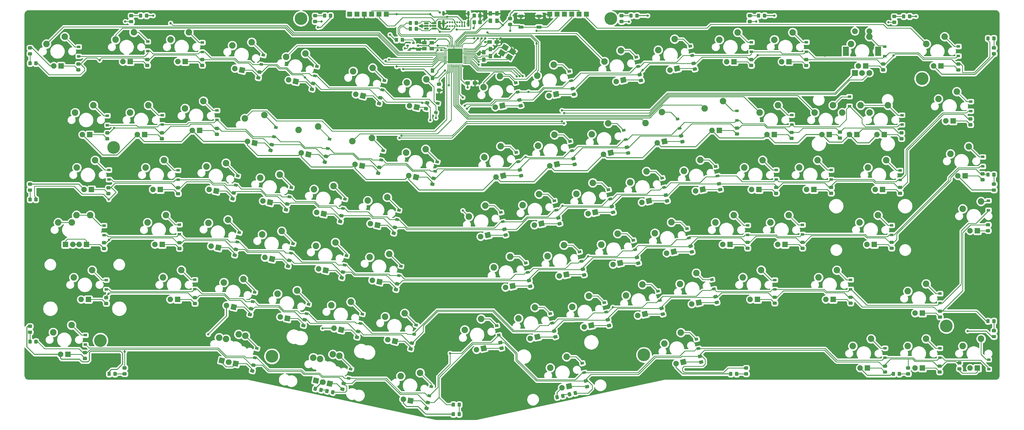
<source format=gbl>
G04 #@! TF.GenerationSoftware,KiCad,Pcbnew,(5.1.9-0-10_14)*
G04 #@! TF.CreationDate,2021-10-06T08:57:29-07:00*
G04 #@! TF.ProjectId,adelheid,6164656c-6865-4696-942e-6b696361645f,2.0*
G04 #@! TF.SameCoordinates,Original*
G04 #@! TF.FileFunction,Copper,L2,Bot*
G04 #@! TF.FilePolarity,Positive*
%FSLAX46Y46*%
G04 Gerber Fmt 4.6, Leading zero omitted, Abs format (unit mm)*
G04 Created by KiCad (PCBNEW (5.1.9-0-10_14)) date 2021-10-06 08:57:29*
%MOMM*%
%LPD*%
G01*
G04 APERTURE LIST*
G04 #@! TA.AperFunction,SMDPad,CuDef*
%ADD10R,5.200000X5.200000*%
G04 #@! TD*
G04 #@! TA.AperFunction,ComponentPad*
%ADD11C,0.100000*%
G04 #@! TD*
G04 #@! TA.AperFunction,ComponentPad*
%ADD12C,1.905000*%
G04 #@! TD*
G04 #@! TA.AperFunction,ComponentPad*
%ADD13C,2.250000*%
G04 #@! TD*
G04 #@! TA.AperFunction,ComponentPad*
%ADD14C,2.000000*%
G04 #@! TD*
G04 #@! TA.AperFunction,WasherPad*
%ADD15R,2.000000X3.200000*%
G04 #@! TD*
G04 #@! TA.AperFunction,ComponentPad*
%ADD16R,2.000000X2.000000*%
G04 #@! TD*
G04 #@! TA.AperFunction,ComponentPad*
%ADD17C,0.650000*%
G04 #@! TD*
G04 #@! TA.AperFunction,ComponentPad*
%ADD18O,0.900000X2.400000*%
G04 #@! TD*
G04 #@! TA.AperFunction,ComponentPad*
%ADD19O,0.900000X1.700000*%
G04 #@! TD*
G04 #@! TA.AperFunction,ComponentPad*
%ADD20R,1.905000X1.905000*%
G04 #@! TD*
G04 #@! TA.AperFunction,SMDPad,CuDef*
%ADD21C,0.100000*%
G04 #@! TD*
G04 #@! TA.AperFunction,SMDPad,CuDef*
%ADD22R,0.900000X0.800000*%
G04 #@! TD*
G04 #@! TA.AperFunction,SMDPad,CuDef*
%ADD23R,1.200000X0.900000*%
G04 #@! TD*
G04 #@! TA.AperFunction,ComponentPad*
%ADD24C,4.400000*%
G04 #@! TD*
G04 #@! TA.AperFunction,SMDPad,CuDef*
%ADD25R,1.250000X1.500000*%
G04 #@! TD*
G04 #@! TA.AperFunction,SMDPad,CuDef*
%ADD26R,1.500000X1.250000*%
G04 #@! TD*
G04 #@! TA.AperFunction,ComponentPad*
%ADD27R,1.700000X1.700000*%
G04 #@! TD*
G04 #@! TA.AperFunction,SMDPad,CuDef*
%ADD28R,1.700000X1.000000*%
G04 #@! TD*
G04 #@! TA.AperFunction,SMDPad,CuDef*
%ADD29R,1.560000X0.650000*%
G04 #@! TD*
G04 #@! TA.AperFunction,ViaPad*
%ADD30C,0.800000*%
G04 #@! TD*
G04 #@! TA.AperFunction,Conductor*
%ADD31C,0.375000*%
G04 #@! TD*
G04 #@! TA.AperFunction,Conductor*
%ADD32C,0.250000*%
G04 #@! TD*
G04 #@! TA.AperFunction,Conductor*
%ADD33C,0.254000*%
G04 #@! TD*
G04 #@! TA.AperFunction,Conductor*
%ADD34C,0.100000*%
G04 #@! TD*
G04 APERTURE END LIST*
D10*
X175260000Y-40894000D03*
G04 #@! TA.AperFunction,SMDPad,CuDef*
G36*
G01*
X172637800Y-43749000D02*
X172882200Y-43749000D01*
G75*
G02*
X172890000Y-43756800I0J-7800D01*
G01*
X172890000Y-44751200D01*
G75*
G02*
X172882200Y-44759000I-7800J0D01*
G01*
X172637800Y-44759000D01*
G75*
G02*
X172630000Y-44751200I0J7800D01*
G01*
X172630000Y-43756800D01*
G75*
G02*
X172637800Y-43749000I7800J0D01*
G01*
G37*
G04 #@! TD.AperFunction*
G04 #@! TA.AperFunction,SMDPad,CuDef*
G36*
G01*
X173137800Y-43749000D02*
X173382200Y-43749000D01*
G75*
G02*
X173390000Y-43756800I0J-7800D01*
G01*
X173390000Y-44751200D01*
G75*
G02*
X173382200Y-44759000I-7800J0D01*
G01*
X173137800Y-44759000D01*
G75*
G02*
X173130000Y-44751200I0J7800D01*
G01*
X173130000Y-43756800D01*
G75*
G02*
X173137800Y-43749000I7800J0D01*
G01*
G37*
G04 #@! TD.AperFunction*
G04 #@! TA.AperFunction,SMDPad,CuDef*
G36*
G01*
X173637800Y-43749000D02*
X173882200Y-43749000D01*
G75*
G02*
X173890000Y-43756800I0J-7800D01*
G01*
X173890000Y-44751200D01*
G75*
G02*
X173882200Y-44759000I-7800J0D01*
G01*
X173637800Y-44759000D01*
G75*
G02*
X173630000Y-44751200I0J7800D01*
G01*
X173630000Y-43756800D01*
G75*
G02*
X173637800Y-43749000I7800J0D01*
G01*
G37*
G04 #@! TD.AperFunction*
G04 #@! TA.AperFunction,SMDPad,CuDef*
G36*
G01*
X174137800Y-43749000D02*
X174382200Y-43749000D01*
G75*
G02*
X174390000Y-43756800I0J-7800D01*
G01*
X174390000Y-44751200D01*
G75*
G02*
X174382200Y-44759000I-7800J0D01*
G01*
X174137800Y-44759000D01*
G75*
G02*
X174130000Y-44751200I0J7800D01*
G01*
X174130000Y-43756800D01*
G75*
G02*
X174137800Y-43749000I7800J0D01*
G01*
G37*
G04 #@! TD.AperFunction*
G04 #@! TA.AperFunction,SMDPad,CuDef*
G36*
G01*
X174637800Y-43749000D02*
X174882200Y-43749000D01*
G75*
G02*
X174890000Y-43756800I0J-7800D01*
G01*
X174890000Y-44751200D01*
G75*
G02*
X174882200Y-44759000I-7800J0D01*
G01*
X174637800Y-44759000D01*
G75*
G02*
X174630000Y-44751200I0J7800D01*
G01*
X174630000Y-43756800D01*
G75*
G02*
X174637800Y-43749000I7800J0D01*
G01*
G37*
G04 #@! TD.AperFunction*
G04 #@! TA.AperFunction,SMDPad,CuDef*
G36*
G01*
X175137800Y-43749000D02*
X175382200Y-43749000D01*
G75*
G02*
X175390000Y-43756800I0J-7800D01*
G01*
X175390000Y-44751200D01*
G75*
G02*
X175382200Y-44759000I-7800J0D01*
G01*
X175137800Y-44759000D01*
G75*
G02*
X175130000Y-44751200I0J7800D01*
G01*
X175130000Y-43756800D01*
G75*
G02*
X175137800Y-43749000I7800J0D01*
G01*
G37*
G04 #@! TD.AperFunction*
G04 #@! TA.AperFunction,SMDPad,CuDef*
G36*
G01*
X175637800Y-43749000D02*
X175882200Y-43749000D01*
G75*
G02*
X175890000Y-43756800I0J-7800D01*
G01*
X175890000Y-44751200D01*
G75*
G02*
X175882200Y-44759000I-7800J0D01*
G01*
X175637800Y-44759000D01*
G75*
G02*
X175630000Y-44751200I0J7800D01*
G01*
X175630000Y-43756800D01*
G75*
G02*
X175637800Y-43749000I7800J0D01*
G01*
G37*
G04 #@! TD.AperFunction*
G04 #@! TA.AperFunction,SMDPad,CuDef*
G36*
G01*
X176137800Y-43749000D02*
X176382200Y-43749000D01*
G75*
G02*
X176390000Y-43756800I0J-7800D01*
G01*
X176390000Y-44751200D01*
G75*
G02*
X176382200Y-44759000I-7800J0D01*
G01*
X176137800Y-44759000D01*
G75*
G02*
X176130000Y-44751200I0J7800D01*
G01*
X176130000Y-43756800D01*
G75*
G02*
X176137800Y-43749000I7800J0D01*
G01*
G37*
G04 #@! TD.AperFunction*
G04 #@! TA.AperFunction,SMDPad,CuDef*
G36*
G01*
X176637800Y-43749000D02*
X176882200Y-43749000D01*
G75*
G02*
X176890000Y-43756800I0J-7800D01*
G01*
X176890000Y-44751200D01*
G75*
G02*
X176882200Y-44759000I-7800J0D01*
G01*
X176637800Y-44759000D01*
G75*
G02*
X176630000Y-44751200I0J7800D01*
G01*
X176630000Y-43756800D01*
G75*
G02*
X176637800Y-43749000I7800J0D01*
G01*
G37*
G04 #@! TD.AperFunction*
G04 #@! TA.AperFunction,SMDPad,CuDef*
G36*
G01*
X177137800Y-43749000D02*
X177382200Y-43749000D01*
G75*
G02*
X177390000Y-43756800I0J-7800D01*
G01*
X177390000Y-44751200D01*
G75*
G02*
X177382200Y-44759000I-7800J0D01*
G01*
X177137800Y-44759000D01*
G75*
G02*
X177130000Y-44751200I0J7800D01*
G01*
X177130000Y-43756800D01*
G75*
G02*
X177137800Y-43749000I7800J0D01*
G01*
G37*
G04 #@! TD.AperFunction*
G04 #@! TA.AperFunction,SMDPad,CuDef*
G36*
G01*
X177637800Y-43749000D02*
X177882200Y-43749000D01*
G75*
G02*
X177890000Y-43756800I0J-7800D01*
G01*
X177890000Y-44751200D01*
G75*
G02*
X177882200Y-44759000I-7800J0D01*
G01*
X177637800Y-44759000D01*
G75*
G02*
X177630000Y-44751200I0J7800D01*
G01*
X177630000Y-43756800D01*
G75*
G02*
X177637800Y-43749000I7800J0D01*
G01*
G37*
G04 #@! TD.AperFunction*
G04 #@! TA.AperFunction,SMDPad,CuDef*
G36*
G01*
X177637800Y-37029000D02*
X177882200Y-37029000D01*
G75*
G02*
X177890000Y-37036800I0J-7800D01*
G01*
X177890000Y-38031200D01*
G75*
G02*
X177882200Y-38039000I-7800J0D01*
G01*
X177637800Y-38039000D01*
G75*
G02*
X177630000Y-38031200I0J7800D01*
G01*
X177630000Y-37036800D01*
G75*
G02*
X177637800Y-37029000I7800J0D01*
G01*
G37*
G04 #@! TD.AperFunction*
G04 #@! TA.AperFunction,SMDPad,CuDef*
G36*
G01*
X177137800Y-37029000D02*
X177382200Y-37029000D01*
G75*
G02*
X177390000Y-37036800I0J-7800D01*
G01*
X177390000Y-38031200D01*
G75*
G02*
X177382200Y-38039000I-7800J0D01*
G01*
X177137800Y-38039000D01*
G75*
G02*
X177130000Y-38031200I0J7800D01*
G01*
X177130000Y-37036800D01*
G75*
G02*
X177137800Y-37029000I7800J0D01*
G01*
G37*
G04 #@! TD.AperFunction*
G04 #@! TA.AperFunction,SMDPad,CuDef*
G36*
G01*
X176637800Y-37029000D02*
X176882200Y-37029000D01*
G75*
G02*
X176890000Y-37036800I0J-7800D01*
G01*
X176890000Y-38031200D01*
G75*
G02*
X176882200Y-38039000I-7800J0D01*
G01*
X176637800Y-38039000D01*
G75*
G02*
X176630000Y-38031200I0J7800D01*
G01*
X176630000Y-37036800D01*
G75*
G02*
X176637800Y-37029000I7800J0D01*
G01*
G37*
G04 #@! TD.AperFunction*
G04 #@! TA.AperFunction,SMDPad,CuDef*
G36*
G01*
X176137800Y-37029000D02*
X176382200Y-37029000D01*
G75*
G02*
X176390000Y-37036800I0J-7800D01*
G01*
X176390000Y-38031200D01*
G75*
G02*
X176382200Y-38039000I-7800J0D01*
G01*
X176137800Y-38039000D01*
G75*
G02*
X176130000Y-38031200I0J7800D01*
G01*
X176130000Y-37036800D01*
G75*
G02*
X176137800Y-37029000I7800J0D01*
G01*
G37*
G04 #@! TD.AperFunction*
G04 #@! TA.AperFunction,SMDPad,CuDef*
G36*
G01*
X175637800Y-37029000D02*
X175882200Y-37029000D01*
G75*
G02*
X175890000Y-37036800I0J-7800D01*
G01*
X175890000Y-38031200D01*
G75*
G02*
X175882200Y-38039000I-7800J0D01*
G01*
X175637800Y-38039000D01*
G75*
G02*
X175630000Y-38031200I0J7800D01*
G01*
X175630000Y-37036800D01*
G75*
G02*
X175637800Y-37029000I7800J0D01*
G01*
G37*
G04 #@! TD.AperFunction*
G04 #@! TA.AperFunction,SMDPad,CuDef*
G36*
G01*
X175137800Y-37029000D02*
X175382200Y-37029000D01*
G75*
G02*
X175390000Y-37036800I0J-7800D01*
G01*
X175390000Y-38031200D01*
G75*
G02*
X175382200Y-38039000I-7800J0D01*
G01*
X175137800Y-38039000D01*
G75*
G02*
X175130000Y-38031200I0J7800D01*
G01*
X175130000Y-37036800D01*
G75*
G02*
X175137800Y-37029000I7800J0D01*
G01*
G37*
G04 #@! TD.AperFunction*
G04 #@! TA.AperFunction,SMDPad,CuDef*
G36*
G01*
X174637800Y-37029000D02*
X174882200Y-37029000D01*
G75*
G02*
X174890000Y-37036800I0J-7800D01*
G01*
X174890000Y-38031200D01*
G75*
G02*
X174882200Y-38039000I-7800J0D01*
G01*
X174637800Y-38039000D01*
G75*
G02*
X174630000Y-38031200I0J7800D01*
G01*
X174630000Y-37036800D01*
G75*
G02*
X174637800Y-37029000I7800J0D01*
G01*
G37*
G04 #@! TD.AperFunction*
G04 #@! TA.AperFunction,SMDPad,CuDef*
G36*
G01*
X174137800Y-37029000D02*
X174382200Y-37029000D01*
G75*
G02*
X174390000Y-37036800I0J-7800D01*
G01*
X174390000Y-38031200D01*
G75*
G02*
X174382200Y-38039000I-7800J0D01*
G01*
X174137800Y-38039000D01*
G75*
G02*
X174130000Y-38031200I0J7800D01*
G01*
X174130000Y-37036800D01*
G75*
G02*
X174137800Y-37029000I7800J0D01*
G01*
G37*
G04 #@! TD.AperFunction*
G04 #@! TA.AperFunction,SMDPad,CuDef*
G36*
G01*
X173637800Y-37029000D02*
X173882200Y-37029000D01*
G75*
G02*
X173890000Y-37036800I0J-7800D01*
G01*
X173890000Y-38031200D01*
G75*
G02*
X173882200Y-38039000I-7800J0D01*
G01*
X173637800Y-38039000D01*
G75*
G02*
X173630000Y-38031200I0J7800D01*
G01*
X173630000Y-37036800D01*
G75*
G02*
X173637800Y-37029000I7800J0D01*
G01*
G37*
G04 #@! TD.AperFunction*
G04 #@! TA.AperFunction,SMDPad,CuDef*
G36*
G01*
X173137800Y-37029000D02*
X173382200Y-37029000D01*
G75*
G02*
X173390000Y-37036800I0J-7800D01*
G01*
X173390000Y-38031200D01*
G75*
G02*
X173382200Y-38039000I-7800J0D01*
G01*
X173137800Y-38039000D01*
G75*
G02*
X173130000Y-38031200I0J7800D01*
G01*
X173130000Y-37036800D01*
G75*
G02*
X173137800Y-37029000I7800J0D01*
G01*
G37*
G04 #@! TD.AperFunction*
G04 #@! TA.AperFunction,SMDPad,CuDef*
G36*
G01*
X172637800Y-37029000D02*
X172882200Y-37029000D01*
G75*
G02*
X172890000Y-37036800I0J-7800D01*
G01*
X172890000Y-38031200D01*
G75*
G02*
X172882200Y-38039000I-7800J0D01*
G01*
X172637800Y-38039000D01*
G75*
G02*
X172630000Y-38031200I0J7800D01*
G01*
X172630000Y-37036800D01*
G75*
G02*
X172637800Y-37029000I7800J0D01*
G01*
G37*
G04 #@! TD.AperFunction*
G04 #@! TA.AperFunction,SMDPad,CuDef*
G36*
G01*
X171428800Y-38264000D02*
X172371200Y-38264000D01*
G75*
G02*
X172405000Y-38297800I0J-33800D01*
G01*
X172405000Y-38490200D01*
G75*
G02*
X172371200Y-38524000I-33800J0D01*
G01*
X171428800Y-38524000D01*
G75*
G02*
X171395000Y-38490200I0J33800D01*
G01*
X171395000Y-38297800D01*
G75*
G02*
X171428800Y-38264000I33800J0D01*
G01*
G37*
G04 #@! TD.AperFunction*
G04 #@! TA.AperFunction,SMDPad,CuDef*
G36*
G01*
X171428800Y-38764000D02*
X172371200Y-38764000D01*
G75*
G02*
X172405000Y-38797800I0J-33800D01*
G01*
X172405000Y-38990200D01*
G75*
G02*
X172371200Y-39024000I-33800J0D01*
G01*
X171428800Y-39024000D01*
G75*
G02*
X171395000Y-38990200I0J33800D01*
G01*
X171395000Y-38797800D01*
G75*
G02*
X171428800Y-38764000I33800J0D01*
G01*
G37*
G04 #@! TD.AperFunction*
G04 #@! TA.AperFunction,SMDPad,CuDef*
G36*
G01*
X171428800Y-39264000D02*
X172371200Y-39264000D01*
G75*
G02*
X172405000Y-39297800I0J-33800D01*
G01*
X172405000Y-39490200D01*
G75*
G02*
X172371200Y-39524000I-33800J0D01*
G01*
X171428800Y-39524000D01*
G75*
G02*
X171395000Y-39490200I0J33800D01*
G01*
X171395000Y-39297800D01*
G75*
G02*
X171428800Y-39264000I33800J0D01*
G01*
G37*
G04 #@! TD.AperFunction*
G04 #@! TA.AperFunction,SMDPad,CuDef*
G36*
G01*
X171428800Y-39764000D02*
X172371200Y-39764000D01*
G75*
G02*
X172405000Y-39797800I0J-33800D01*
G01*
X172405000Y-39990200D01*
G75*
G02*
X172371200Y-40024000I-33800J0D01*
G01*
X171428800Y-40024000D01*
G75*
G02*
X171395000Y-39990200I0J33800D01*
G01*
X171395000Y-39797800D01*
G75*
G02*
X171428800Y-39764000I33800J0D01*
G01*
G37*
G04 #@! TD.AperFunction*
G04 #@! TA.AperFunction,SMDPad,CuDef*
G36*
G01*
X171428800Y-40264000D02*
X172371200Y-40264000D01*
G75*
G02*
X172405000Y-40297800I0J-33800D01*
G01*
X172405000Y-40490200D01*
G75*
G02*
X172371200Y-40524000I-33800J0D01*
G01*
X171428800Y-40524000D01*
G75*
G02*
X171395000Y-40490200I0J33800D01*
G01*
X171395000Y-40297800D01*
G75*
G02*
X171428800Y-40264000I33800J0D01*
G01*
G37*
G04 #@! TD.AperFunction*
G04 #@! TA.AperFunction,SMDPad,CuDef*
G36*
G01*
X171428800Y-40764000D02*
X172371200Y-40764000D01*
G75*
G02*
X172405000Y-40797800I0J-33800D01*
G01*
X172405000Y-40990200D01*
G75*
G02*
X172371200Y-41024000I-33800J0D01*
G01*
X171428800Y-41024000D01*
G75*
G02*
X171395000Y-40990200I0J33800D01*
G01*
X171395000Y-40797800D01*
G75*
G02*
X171428800Y-40764000I33800J0D01*
G01*
G37*
G04 #@! TD.AperFunction*
G04 #@! TA.AperFunction,SMDPad,CuDef*
G36*
G01*
X171428800Y-41264000D02*
X172371200Y-41264000D01*
G75*
G02*
X172405000Y-41297800I0J-33800D01*
G01*
X172405000Y-41490200D01*
G75*
G02*
X172371200Y-41524000I-33800J0D01*
G01*
X171428800Y-41524000D01*
G75*
G02*
X171395000Y-41490200I0J33800D01*
G01*
X171395000Y-41297800D01*
G75*
G02*
X171428800Y-41264000I33800J0D01*
G01*
G37*
G04 #@! TD.AperFunction*
G04 #@! TA.AperFunction,SMDPad,CuDef*
G36*
G01*
X171428800Y-41764000D02*
X172371200Y-41764000D01*
G75*
G02*
X172405000Y-41797800I0J-33800D01*
G01*
X172405000Y-41990200D01*
G75*
G02*
X172371200Y-42024000I-33800J0D01*
G01*
X171428800Y-42024000D01*
G75*
G02*
X171395000Y-41990200I0J33800D01*
G01*
X171395000Y-41797800D01*
G75*
G02*
X171428800Y-41764000I33800J0D01*
G01*
G37*
G04 #@! TD.AperFunction*
G04 #@! TA.AperFunction,SMDPad,CuDef*
G36*
G01*
X171428800Y-42264000D02*
X172371200Y-42264000D01*
G75*
G02*
X172405000Y-42297800I0J-33800D01*
G01*
X172405000Y-42490200D01*
G75*
G02*
X172371200Y-42524000I-33800J0D01*
G01*
X171428800Y-42524000D01*
G75*
G02*
X171395000Y-42490200I0J33800D01*
G01*
X171395000Y-42297800D01*
G75*
G02*
X171428800Y-42264000I33800J0D01*
G01*
G37*
G04 #@! TD.AperFunction*
G04 #@! TA.AperFunction,SMDPad,CuDef*
G36*
G01*
X171428800Y-42764000D02*
X172371200Y-42764000D01*
G75*
G02*
X172405000Y-42797800I0J-33800D01*
G01*
X172405000Y-42990200D01*
G75*
G02*
X172371200Y-43024000I-33800J0D01*
G01*
X171428800Y-43024000D01*
G75*
G02*
X171395000Y-42990200I0J33800D01*
G01*
X171395000Y-42797800D01*
G75*
G02*
X171428800Y-42764000I33800J0D01*
G01*
G37*
G04 #@! TD.AperFunction*
G04 #@! TA.AperFunction,SMDPad,CuDef*
G36*
G01*
X171428800Y-43264000D02*
X172371200Y-43264000D01*
G75*
G02*
X172405000Y-43297800I0J-33800D01*
G01*
X172405000Y-43490200D01*
G75*
G02*
X172371200Y-43524000I-33800J0D01*
G01*
X171428800Y-43524000D01*
G75*
G02*
X171395000Y-43490200I0J33800D01*
G01*
X171395000Y-43297800D01*
G75*
G02*
X171428800Y-43264000I33800J0D01*
G01*
G37*
G04 #@! TD.AperFunction*
G04 #@! TA.AperFunction,SMDPad,CuDef*
G36*
G01*
X178148800Y-43264000D02*
X179091200Y-43264000D01*
G75*
G02*
X179125000Y-43297800I0J-33800D01*
G01*
X179125000Y-43490200D01*
G75*
G02*
X179091200Y-43524000I-33800J0D01*
G01*
X178148800Y-43524000D01*
G75*
G02*
X178115000Y-43490200I0J33800D01*
G01*
X178115000Y-43297800D01*
G75*
G02*
X178148800Y-43264000I33800J0D01*
G01*
G37*
G04 #@! TD.AperFunction*
G04 #@! TA.AperFunction,SMDPad,CuDef*
G36*
G01*
X178148800Y-42764000D02*
X179091200Y-42764000D01*
G75*
G02*
X179125000Y-42797800I0J-33800D01*
G01*
X179125000Y-42990200D01*
G75*
G02*
X179091200Y-43024000I-33800J0D01*
G01*
X178148800Y-43024000D01*
G75*
G02*
X178115000Y-42990200I0J33800D01*
G01*
X178115000Y-42797800D01*
G75*
G02*
X178148800Y-42764000I33800J0D01*
G01*
G37*
G04 #@! TD.AperFunction*
G04 #@! TA.AperFunction,SMDPad,CuDef*
G36*
G01*
X178148800Y-42264000D02*
X179091200Y-42264000D01*
G75*
G02*
X179125000Y-42297800I0J-33800D01*
G01*
X179125000Y-42490200D01*
G75*
G02*
X179091200Y-42524000I-33800J0D01*
G01*
X178148800Y-42524000D01*
G75*
G02*
X178115000Y-42490200I0J33800D01*
G01*
X178115000Y-42297800D01*
G75*
G02*
X178148800Y-42264000I33800J0D01*
G01*
G37*
G04 #@! TD.AperFunction*
G04 #@! TA.AperFunction,SMDPad,CuDef*
G36*
G01*
X178148800Y-41764000D02*
X179091200Y-41764000D01*
G75*
G02*
X179125000Y-41797800I0J-33800D01*
G01*
X179125000Y-41990200D01*
G75*
G02*
X179091200Y-42024000I-33800J0D01*
G01*
X178148800Y-42024000D01*
G75*
G02*
X178115000Y-41990200I0J33800D01*
G01*
X178115000Y-41797800D01*
G75*
G02*
X178148800Y-41764000I33800J0D01*
G01*
G37*
G04 #@! TD.AperFunction*
G04 #@! TA.AperFunction,SMDPad,CuDef*
G36*
G01*
X178148800Y-41264000D02*
X179091200Y-41264000D01*
G75*
G02*
X179125000Y-41297800I0J-33800D01*
G01*
X179125000Y-41490200D01*
G75*
G02*
X179091200Y-41524000I-33800J0D01*
G01*
X178148800Y-41524000D01*
G75*
G02*
X178115000Y-41490200I0J33800D01*
G01*
X178115000Y-41297800D01*
G75*
G02*
X178148800Y-41264000I33800J0D01*
G01*
G37*
G04 #@! TD.AperFunction*
G04 #@! TA.AperFunction,SMDPad,CuDef*
G36*
G01*
X178148800Y-40764000D02*
X179091200Y-40764000D01*
G75*
G02*
X179125000Y-40797800I0J-33800D01*
G01*
X179125000Y-40990200D01*
G75*
G02*
X179091200Y-41024000I-33800J0D01*
G01*
X178148800Y-41024000D01*
G75*
G02*
X178115000Y-40990200I0J33800D01*
G01*
X178115000Y-40797800D01*
G75*
G02*
X178148800Y-40764000I33800J0D01*
G01*
G37*
G04 #@! TD.AperFunction*
G04 #@! TA.AperFunction,SMDPad,CuDef*
G36*
G01*
X178148800Y-40264000D02*
X179091200Y-40264000D01*
G75*
G02*
X179125000Y-40297800I0J-33800D01*
G01*
X179125000Y-40490200D01*
G75*
G02*
X179091200Y-40524000I-33800J0D01*
G01*
X178148800Y-40524000D01*
G75*
G02*
X178115000Y-40490200I0J33800D01*
G01*
X178115000Y-40297800D01*
G75*
G02*
X178148800Y-40264000I33800J0D01*
G01*
G37*
G04 #@! TD.AperFunction*
G04 #@! TA.AperFunction,SMDPad,CuDef*
G36*
G01*
X178148800Y-39764000D02*
X179091200Y-39764000D01*
G75*
G02*
X179125000Y-39797800I0J-33800D01*
G01*
X179125000Y-39990200D01*
G75*
G02*
X179091200Y-40024000I-33800J0D01*
G01*
X178148800Y-40024000D01*
G75*
G02*
X178115000Y-39990200I0J33800D01*
G01*
X178115000Y-39797800D01*
G75*
G02*
X178148800Y-39764000I33800J0D01*
G01*
G37*
G04 #@! TD.AperFunction*
G04 #@! TA.AperFunction,SMDPad,CuDef*
G36*
G01*
X178148800Y-39264000D02*
X179091200Y-39264000D01*
G75*
G02*
X179125000Y-39297800I0J-33800D01*
G01*
X179125000Y-39490200D01*
G75*
G02*
X179091200Y-39524000I-33800J0D01*
G01*
X178148800Y-39524000D01*
G75*
G02*
X178115000Y-39490200I0J33800D01*
G01*
X178115000Y-39297800D01*
G75*
G02*
X178148800Y-39264000I33800J0D01*
G01*
G37*
G04 #@! TD.AperFunction*
G04 #@! TA.AperFunction,SMDPad,CuDef*
G36*
G01*
X178148800Y-38764000D02*
X179091200Y-38764000D01*
G75*
G02*
X179125000Y-38797800I0J-33800D01*
G01*
X179125000Y-38990200D01*
G75*
G02*
X179091200Y-39024000I-33800J0D01*
G01*
X178148800Y-39024000D01*
G75*
G02*
X178115000Y-38990200I0J33800D01*
G01*
X178115000Y-38797800D01*
G75*
G02*
X178148800Y-38764000I33800J0D01*
G01*
G37*
G04 #@! TD.AperFunction*
G04 #@! TA.AperFunction,SMDPad,CuDef*
G36*
G01*
X178148800Y-38264000D02*
X179091200Y-38264000D01*
G75*
G02*
X179125000Y-38297800I0J-33800D01*
G01*
X179125000Y-38490200D01*
G75*
G02*
X179091200Y-38524000I-33800J0D01*
G01*
X178148800Y-38524000D01*
G75*
G02*
X178115000Y-38490200I0J33800D01*
G01*
X178115000Y-38297800D01*
G75*
G02*
X178148800Y-38264000I33800J0D01*
G01*
G37*
G04 #@! TD.AperFunction*
G04 #@! TA.AperFunction,ComponentPad*
D11*
G36*
X130691835Y-155229788D02*
G01*
X131087906Y-153366417D01*
X132951277Y-153762488D01*
X132555206Y-155625859D01*
X130691835Y-155229788D01*
G37*
G04 #@! TD.AperFunction*
D12*
X129337061Y-153968042D03*
D13*
X128436853Y-145986462D03*
X135176186Y-144822206D03*
G04 #@! TA.AperFunction,ComponentPad*
D11*
G36*
X125885780Y-154206392D02*
G01*
X126281851Y-152343021D01*
X128145222Y-152739092D01*
X127749151Y-154602463D01*
X125885780Y-154206392D01*
G37*
G04 #@! TD.AperFunction*
D12*
X129499996Y-154000838D03*
D13*
X126115293Y-145491162D03*
X132854626Y-144326906D03*
G04 #@! TA.AperFunction,ComponentPad*
D11*
G36*
X93269640Y-147267112D02*
G01*
X93665711Y-145403741D01*
X95529082Y-145799812D01*
X95133011Y-147663183D01*
X93269640Y-147267112D01*
G37*
G04 #@! TD.AperFunction*
D12*
X96883856Y-147061558D03*
D13*
X93499153Y-138551882D03*
X100238486Y-137387626D03*
D14*
X318755400Y-32293800D03*
X313755400Y-32293800D03*
D15*
X321855400Y-39293800D03*
X310655400Y-39293800D03*
D14*
X318755400Y-46793800D03*
X316255400Y-46793800D03*
D16*
X313755400Y-46793800D03*
G04 #@! TA.AperFunction,SMDPad,CuDef*
G36*
G01*
X183280000Y-29660001D02*
X183280000Y-28759999D01*
G75*
G02*
X183529999Y-28510000I249999J0D01*
G01*
X184230001Y-28510000D01*
G75*
G02*
X184480000Y-28759999I0J-249999D01*
G01*
X184480000Y-29660001D01*
G75*
G02*
X184230001Y-29910000I-249999J0D01*
G01*
X183529999Y-29910000D01*
G75*
G02*
X183280000Y-29660001I0J249999D01*
G01*
G37*
G04 #@! TD.AperFunction*
G04 #@! TA.AperFunction,SMDPad,CuDef*
G36*
G01*
X181280000Y-29660001D02*
X181280000Y-28759999D01*
G75*
G02*
X181529999Y-28510000I249999J0D01*
G01*
X182230001Y-28510000D01*
G75*
G02*
X182480000Y-28759999I0J-249999D01*
G01*
X182480000Y-29660001D01*
G75*
G02*
X182230001Y-29910000I-249999J0D01*
G01*
X181529999Y-29910000D01*
G75*
G02*
X181280000Y-29660001I0J249999D01*
G01*
G37*
G04 #@! TD.AperFunction*
G04 #@! TA.AperFunction,SMDPad,CuDef*
G36*
G01*
X183264000Y-27374001D02*
X183264000Y-26473999D01*
G75*
G02*
X183513999Y-26224000I249999J0D01*
G01*
X184214001Y-26224000D01*
G75*
G02*
X184464000Y-26473999I0J-249999D01*
G01*
X184464000Y-27374001D01*
G75*
G02*
X184214001Y-27624000I-249999J0D01*
G01*
X183513999Y-27624000D01*
G75*
G02*
X183264000Y-27374001I0J249999D01*
G01*
G37*
G04 #@! TD.AperFunction*
G04 #@! TA.AperFunction,SMDPad,CuDef*
G36*
G01*
X181264000Y-27374001D02*
X181264000Y-26473999D01*
G75*
G02*
X181513999Y-26224000I249999J0D01*
G01*
X182214001Y-26224000D01*
G75*
G02*
X182464000Y-26473999I0J-249999D01*
G01*
X182464000Y-27374001D01*
G75*
G02*
X182214001Y-27624000I-249999J0D01*
G01*
X181513999Y-27624000D01*
G75*
G02*
X181264000Y-27374001I0J249999D01*
G01*
G37*
G04 #@! TD.AperFunction*
D17*
X174251700Y-30535000D03*
X172551700Y-30535000D03*
X173401700Y-30535000D03*
X175101700Y-30535000D03*
X175951700Y-30535000D03*
X176801700Y-30535000D03*
X177651700Y-30535000D03*
X178501700Y-30535000D03*
X172551700Y-29210000D03*
X173406700Y-29210000D03*
X174256700Y-29210000D03*
X175106700Y-29210000D03*
X175956700Y-29210000D03*
X176806700Y-29210000D03*
X177656700Y-29210000D03*
X178506700Y-29210000D03*
D18*
X171201700Y-29555000D03*
X179851700Y-29555000D03*
D19*
X171201700Y-26175000D03*
X179851700Y-26175000D03*
G04 #@! TA.AperFunction,ComponentPad*
D11*
G36*
X184416019Y-143380112D02*
G01*
X184019948Y-141516741D01*
X185883319Y-141120670D01*
X186279390Y-142984041D01*
X184416019Y-143380112D01*
G37*
G04 #@! TD.AperFunction*
D12*
X182665174Y-142778487D03*
D13*
X178596392Y-135853098D03*
X184279534Y-132048363D03*
D20*
X299567600Y-87210900D03*
D12*
X297027600Y-87210900D03*
D13*
X294487600Y-79590900D03*
X300837600Y-77050900D03*
G04 #@! TA.AperFunction,SMDPad,CuDef*
G36*
G01*
X191502389Y-140773308D02*
X190622054Y-140960429D01*
G75*
G02*
X190325540Y-140767871I-51978J244536D01*
G01*
X190180001Y-140083166D01*
G75*
G02*
X190372559Y-139786652I244536J51978D01*
G01*
X191252894Y-139599531D01*
G75*
G02*
X191549408Y-139792089I51978J-244536D01*
G01*
X191694947Y-140476794D01*
G75*
G02*
X191502389Y-140773308I-244536J-51978D01*
G01*
G37*
G04 #@! TD.AperFunction*
G04 #@! TA.AperFunction,SMDPad,CuDef*
G36*
G01*
X191918213Y-142729604D02*
X191037878Y-142916725D01*
G75*
G02*
X190741364Y-142724167I-51978J244536D01*
G01*
X190595825Y-142039462D01*
G75*
G02*
X190788383Y-141742948I244536J51978D01*
G01*
X191668718Y-141555827D01*
G75*
G02*
X191965232Y-141748385I51978J-244536D01*
G01*
X192110771Y-142433090D01*
G75*
G02*
X191918213Y-142729604I-244536J-51978D01*
G01*
G37*
G04 #@! TD.AperFunction*
X315722000Y-58000900D03*
X309372000Y-60540900D03*
D12*
X311912000Y-68160900D03*
D20*
X314452000Y-68160900D03*
G04 #@! TA.AperFunction,SMDPad,CuDef*
D21*
G36*
X190373780Y-134742163D02*
G01*
X189200003Y-134991657D01*
X189012882Y-134111325D01*
X190186659Y-133861831D01*
X190373780Y-134742163D01*
G37*
G04 #@! TD.AperFunction*
G04 #@! TA.AperFunction,SMDPad,CuDef*
G36*
X191059888Y-137970051D02*
G01*
X189886111Y-138219545D01*
X189698990Y-137339213D01*
X190872767Y-137089719D01*
X191059888Y-137970051D01*
G37*
G04 #@! TD.AperFunction*
G04 #@! TA.AperFunction,SMDPad,CuDef*
G36*
G01*
X63442001Y-27499000D02*
X62541999Y-27499000D01*
G75*
G02*
X62292000Y-27249001I0J249999D01*
G01*
X62292000Y-26598999D01*
G75*
G02*
X62541999Y-26349000I249999J0D01*
G01*
X63442001Y-26349000D01*
G75*
G02*
X63692000Y-26598999I0J-249999D01*
G01*
X63692000Y-27249001D01*
G75*
G02*
X63442001Y-27499000I-249999J0D01*
G01*
G37*
G04 #@! TD.AperFunction*
G04 #@! TA.AperFunction,SMDPad,CuDef*
G36*
G01*
X63442001Y-29549000D02*
X62541999Y-29549000D01*
G75*
G02*
X62292000Y-29299001I0J249999D01*
G01*
X62292000Y-28648999D01*
G75*
G02*
X62541999Y-28399000I249999J0D01*
G01*
X63442001Y-28399000D01*
G75*
G02*
X63692000Y-28648999I0J-249999D01*
G01*
X63692000Y-29299001D01*
G75*
G02*
X63442001Y-29549000I-249999J0D01*
G01*
G37*
G04 #@! TD.AperFunction*
G04 #@! TA.AperFunction,SMDPad,CuDef*
G36*
G01*
X127196001Y-27490000D02*
X126295999Y-27490000D01*
G75*
G02*
X126046000Y-27240001I0J249999D01*
G01*
X126046000Y-26589999D01*
G75*
G02*
X126295999Y-26340000I249999J0D01*
G01*
X127196001Y-26340000D01*
G75*
G02*
X127446000Y-26589999I0J-249999D01*
G01*
X127446000Y-27240001D01*
G75*
G02*
X127196001Y-27490000I-249999J0D01*
G01*
G37*
G04 #@! TD.AperFunction*
G04 #@! TA.AperFunction,SMDPad,CuDef*
G36*
G01*
X127196001Y-29540000D02*
X126295999Y-29540000D01*
G75*
G02*
X126046000Y-29290001I0J249999D01*
G01*
X126046000Y-28639999D01*
G75*
G02*
X126295999Y-28390000I249999J0D01*
G01*
X127196001Y-28390000D01*
G75*
G02*
X127446000Y-28639999I0J-249999D01*
G01*
X127446000Y-29290001D01*
G75*
G02*
X127196001Y-29540000I-249999J0D01*
G01*
G37*
G04 #@! TD.AperFunction*
G04 #@! TA.AperFunction,SMDPad,CuDef*
G36*
G01*
X327865001Y-27744000D02*
X326964999Y-27744000D01*
G75*
G02*
X326715000Y-27494001I0J249999D01*
G01*
X326715000Y-26843999D01*
G75*
G02*
X326964999Y-26594000I249999J0D01*
G01*
X327865001Y-26594000D01*
G75*
G02*
X328115000Y-26843999I0J-249999D01*
G01*
X328115000Y-27494001D01*
G75*
G02*
X327865001Y-27744000I-249999J0D01*
G01*
G37*
G04 #@! TD.AperFunction*
G04 #@! TA.AperFunction,SMDPad,CuDef*
G36*
G01*
X327865001Y-29794000D02*
X326964999Y-29794000D01*
G75*
G02*
X326715000Y-29544001I0J249999D01*
G01*
X326715000Y-28893999D01*
G75*
G02*
X326964999Y-28644000I249999J0D01*
G01*
X327865001Y-28644000D01*
G75*
G02*
X328115000Y-28893999I0J-249999D01*
G01*
X328115000Y-29544001D01*
G75*
G02*
X327865001Y-29794000I-249999J0D01*
G01*
G37*
G04 #@! TD.AperFunction*
G04 #@! TA.AperFunction,SMDPad,CuDef*
G36*
G01*
X277818001Y-27490000D02*
X276917999Y-27490000D01*
G75*
G02*
X276668000Y-27240001I0J249999D01*
G01*
X276668000Y-26589999D01*
G75*
G02*
X276917999Y-26340000I249999J0D01*
G01*
X277818001Y-26340000D01*
G75*
G02*
X278068000Y-26589999I0J-249999D01*
G01*
X278068000Y-27240001D01*
G75*
G02*
X277818001Y-27490000I-249999J0D01*
G01*
G37*
G04 #@! TD.AperFunction*
G04 #@! TA.AperFunction,SMDPad,CuDef*
G36*
G01*
X277818001Y-29540000D02*
X276917999Y-29540000D01*
G75*
G02*
X276668000Y-29290001I0J249999D01*
G01*
X276668000Y-28639999D01*
G75*
G02*
X276917999Y-28390000I249999J0D01*
G01*
X277818001Y-28390000D01*
G75*
G02*
X278068000Y-28639999I0J-249999D01*
G01*
X278068000Y-29290001D01*
G75*
G02*
X277818001Y-29540000I-249999J0D01*
G01*
G37*
G04 #@! TD.AperFunction*
G04 #@! TA.AperFunction,SMDPad,CuDef*
G36*
G01*
X233368001Y-27490000D02*
X232467999Y-27490000D01*
G75*
G02*
X232218000Y-27240001I0J249999D01*
G01*
X232218000Y-26589999D01*
G75*
G02*
X232467999Y-26340000I249999J0D01*
G01*
X233368001Y-26340000D01*
G75*
G02*
X233618000Y-26589999I0J-249999D01*
G01*
X233618000Y-27240001D01*
G75*
G02*
X233368001Y-27490000I-249999J0D01*
G01*
G37*
G04 #@! TD.AperFunction*
G04 #@! TA.AperFunction,SMDPad,CuDef*
G36*
G01*
X233368001Y-29540000D02*
X232467999Y-29540000D01*
G75*
G02*
X232218000Y-29290001I0J249999D01*
G01*
X232218000Y-28639999D01*
G75*
G02*
X232467999Y-28390000I249999J0D01*
G01*
X233368001Y-28390000D01*
G75*
G02*
X233618000Y-28639999I0J-249999D01*
G01*
X233618000Y-29290001D01*
G75*
G02*
X233368001Y-29540000I-249999J0D01*
G01*
G37*
G04 #@! TD.AperFunction*
G04 #@! TA.AperFunction,SMDPad,CuDef*
G36*
G01*
X361375000Y-35248001D02*
X361375000Y-34347999D01*
G75*
G02*
X361624999Y-34098000I249999J0D01*
G01*
X362275001Y-34098000D01*
G75*
G02*
X362525000Y-34347999I0J-249999D01*
G01*
X362525000Y-35248001D01*
G75*
G02*
X362275001Y-35498000I-249999J0D01*
G01*
X361624999Y-35498000D01*
G75*
G02*
X361375000Y-35248001I0J249999D01*
G01*
G37*
G04 #@! TD.AperFunction*
G04 #@! TA.AperFunction,SMDPad,CuDef*
G36*
G01*
X359325000Y-35248001D02*
X359325000Y-34347999D01*
G75*
G02*
X359574999Y-34098000I249999J0D01*
G01*
X360225001Y-34098000D01*
G75*
G02*
X360475000Y-34347999I0J-249999D01*
G01*
X360475000Y-35248001D01*
G75*
G02*
X360225001Y-35498000I-249999J0D01*
G01*
X359574999Y-35498000D01*
G75*
G02*
X359325000Y-35248001I0J249999D01*
G01*
G37*
G04 #@! TD.AperFunction*
G04 #@! TA.AperFunction,SMDPad,CuDef*
G36*
G01*
X361375000Y-82492001D02*
X361375000Y-81591999D01*
G75*
G02*
X361624999Y-81342000I249999J0D01*
G01*
X362275001Y-81342000D01*
G75*
G02*
X362525000Y-81591999I0J-249999D01*
G01*
X362525000Y-82492001D01*
G75*
G02*
X362275001Y-82742000I-249999J0D01*
G01*
X361624999Y-82742000D01*
G75*
G02*
X361375000Y-82492001I0J249999D01*
G01*
G37*
G04 #@! TD.AperFunction*
G04 #@! TA.AperFunction,SMDPad,CuDef*
G36*
G01*
X359325000Y-82492001D02*
X359325000Y-81591999D01*
G75*
G02*
X359574999Y-81342000I249999J0D01*
G01*
X360225001Y-81342000D01*
G75*
G02*
X360475000Y-81591999I0J-249999D01*
G01*
X360475000Y-82492001D01*
G75*
G02*
X360225001Y-82742000I-249999J0D01*
G01*
X359574999Y-82742000D01*
G75*
G02*
X359325000Y-82492001I0J249999D01*
G01*
G37*
G04 #@! TD.AperFunction*
G04 #@! TA.AperFunction,SMDPad,CuDef*
G36*
G01*
X361375000Y-133292001D02*
X361375000Y-132391999D01*
G75*
G02*
X361624999Y-132142000I249999J0D01*
G01*
X362275001Y-132142000D01*
G75*
G02*
X362525000Y-132391999I0J-249999D01*
G01*
X362525000Y-133292001D01*
G75*
G02*
X362275001Y-133542000I-249999J0D01*
G01*
X361624999Y-133542000D01*
G75*
G02*
X361375000Y-133292001I0J249999D01*
G01*
G37*
G04 #@! TD.AperFunction*
G04 #@! TA.AperFunction,SMDPad,CuDef*
G36*
G01*
X359325000Y-133292001D02*
X359325000Y-132391999D01*
G75*
G02*
X359574999Y-132142000I249999J0D01*
G01*
X360225001Y-132142000D01*
G75*
G02*
X360475000Y-132391999I0J-249999D01*
G01*
X360475000Y-133292001D01*
G75*
G02*
X360225001Y-133542000I-249999J0D01*
G01*
X359574999Y-133542000D01*
G75*
G02*
X359325000Y-133292001I0J249999D01*
G01*
G37*
G04 #@! TD.AperFunction*
G04 #@! TA.AperFunction,SMDPad,CuDef*
G36*
G01*
X331781999Y-150555000D02*
X332682001Y-150555000D01*
G75*
G02*
X332932000Y-150804999I0J-249999D01*
G01*
X332932000Y-151455001D01*
G75*
G02*
X332682001Y-151705000I-249999J0D01*
G01*
X331781999Y-151705000D01*
G75*
G02*
X331532000Y-151455001I0J249999D01*
G01*
X331532000Y-150804999D01*
G75*
G02*
X331781999Y-150555000I249999J0D01*
G01*
G37*
G04 #@! TD.AperFunction*
G04 #@! TA.AperFunction,SMDPad,CuDef*
G36*
G01*
X331781999Y-148505000D02*
X332682001Y-148505000D01*
G75*
G02*
X332932000Y-148754999I0J-249999D01*
G01*
X332932000Y-149405001D01*
G75*
G02*
X332682001Y-149655000I-249999J0D01*
G01*
X331781999Y-149655000D01*
G75*
G02*
X331532000Y-149405001I0J249999D01*
G01*
X331532000Y-148754999D01*
G75*
G02*
X331781999Y-148505000I249999J0D01*
G01*
G37*
G04 #@! TD.AperFunction*
G04 #@! TA.AperFunction,SMDPad,CuDef*
G36*
G01*
X275647999Y-150564000D02*
X276548001Y-150564000D01*
G75*
G02*
X276798000Y-150813999I0J-249999D01*
G01*
X276798000Y-151464001D01*
G75*
G02*
X276548001Y-151714000I-249999J0D01*
G01*
X275647999Y-151714000D01*
G75*
G02*
X275398000Y-151464001I0J249999D01*
G01*
X275398000Y-150813999D01*
G75*
G02*
X275647999Y-150564000I249999J0D01*
G01*
G37*
G04 #@! TD.AperFunction*
G04 #@! TA.AperFunction,SMDPad,CuDef*
G36*
G01*
X275647999Y-148514000D02*
X276548001Y-148514000D01*
G75*
G02*
X276798000Y-148763999I0J-249999D01*
G01*
X276798000Y-149414001D01*
G75*
G02*
X276548001Y-149664000I-249999J0D01*
G01*
X275647999Y-149664000D01*
G75*
G02*
X275398000Y-149414001I0J249999D01*
G01*
X275398000Y-148763999D01*
G75*
G02*
X275647999Y-148514000I249999J0D01*
G01*
G37*
G04 #@! TD.AperFunction*
G04 #@! TA.AperFunction,SMDPad,CuDef*
G36*
G01*
X215366273Y-157641392D02*
X215553394Y-158521727D01*
G75*
G02*
X215360836Y-158818241I-244536J-51978D01*
G01*
X214725039Y-158953384D01*
G75*
G02*
X214428525Y-158760826I-51978J244536D01*
G01*
X214241404Y-157880491D01*
G75*
G02*
X214433962Y-157583977I244536J51978D01*
G01*
X215069759Y-157448834D01*
G75*
G02*
X215366273Y-157641392I51978J-244536D01*
G01*
G37*
G04 #@! TD.AperFunction*
G04 #@! TA.AperFunction,SMDPad,CuDef*
G36*
G01*
X217371475Y-157215174D02*
X217558596Y-158095509D01*
G75*
G02*
X217366038Y-158392023I-244536J-51978D01*
G01*
X216730241Y-158527166D01*
G75*
G02*
X216433727Y-158334608I-51978J244536D01*
G01*
X216246606Y-157454273D01*
G75*
G02*
X216439164Y-157157759I244536J51978D01*
G01*
X217074961Y-157022616D01*
G75*
G02*
X217371475Y-157215174I51978J-244536D01*
G01*
G37*
G04 #@! TD.AperFunction*
G04 #@! TA.AperFunction,SMDPad,CuDef*
G36*
G01*
X176100000Y-162248001D02*
X176100000Y-161347999D01*
G75*
G02*
X176349999Y-161098000I249999J0D01*
G01*
X177000001Y-161098000D01*
G75*
G02*
X177250000Y-161347999I0J-249999D01*
G01*
X177250000Y-162248001D01*
G75*
G02*
X177000001Y-162498000I-249999J0D01*
G01*
X176349999Y-162498000D01*
G75*
G02*
X176100000Y-162248001I0J249999D01*
G01*
G37*
G04 #@! TD.AperFunction*
G04 #@! TA.AperFunction,SMDPad,CuDef*
G36*
G01*
X174050000Y-162248001D02*
X174050000Y-161347999D01*
G75*
G02*
X174299999Y-161098000I249999J0D01*
G01*
X174950001Y-161098000D01*
G75*
G02*
X175200000Y-161347999I0J-249999D01*
G01*
X175200000Y-162248001D01*
G75*
G02*
X174950001Y-162498000I-249999J0D01*
G01*
X174299999Y-162498000D01*
G75*
G02*
X174050000Y-162248001I0J249999D01*
G01*
G37*
G04 #@! TD.AperFunction*
G04 #@! TA.AperFunction,SMDPad,CuDef*
G36*
G01*
X131492793Y-156754476D02*
X131305672Y-157634811D01*
G75*
G02*
X131009158Y-157827369I-244536J51978D01*
G01*
X130373361Y-157692226D01*
G75*
G02*
X130180803Y-157395712I51978J244536D01*
G01*
X130367924Y-156515377D01*
G75*
G02*
X130664438Y-156322819I244536J-51978D01*
G01*
X131300235Y-156457962D01*
G75*
G02*
X131492793Y-156754476I-51978J-244536D01*
G01*
G37*
G04 #@! TD.AperFunction*
G04 #@! TA.AperFunction,SMDPad,CuDef*
G36*
G01*
X133497995Y-157180694D02*
X133310874Y-158061029D01*
G75*
G02*
X133014360Y-158253587I-244536J51978D01*
G01*
X132378563Y-158118444D01*
G75*
G02*
X132186005Y-157821930I51978J244536D01*
G01*
X132373126Y-156941595D01*
G75*
G02*
X132669640Y-156749037I244536J-51978D01*
G01*
X133305437Y-156884180D01*
G75*
G02*
X133497995Y-157180694I-51978J-244536D01*
G01*
G37*
G04 #@! TD.AperFunction*
G04 #@! TA.AperFunction,SMDPad,CuDef*
G36*
G01*
X60255999Y-150555000D02*
X61156001Y-150555000D01*
G75*
G02*
X61406000Y-150804999I0J-249999D01*
G01*
X61406000Y-151455001D01*
G75*
G02*
X61156001Y-151705000I-249999J0D01*
G01*
X60255999Y-151705000D01*
G75*
G02*
X60006000Y-151455001I0J249999D01*
G01*
X60006000Y-150804999D01*
G75*
G02*
X60255999Y-150555000I249999J0D01*
G01*
G37*
G04 #@! TD.AperFunction*
G04 #@! TA.AperFunction,SMDPad,CuDef*
G36*
G01*
X60255999Y-148505000D02*
X61156001Y-148505000D01*
G75*
G02*
X61406000Y-148754999I0J-249999D01*
G01*
X61406000Y-149405001D01*
G75*
G02*
X61156001Y-149655000I-249999J0D01*
G01*
X60255999Y-149655000D01*
G75*
G02*
X60006000Y-149405001I0J249999D01*
G01*
X60006000Y-148754999D01*
G75*
G02*
X60255999Y-148505000I249999J0D01*
G01*
G37*
G04 #@! TD.AperFunction*
G04 #@! TA.AperFunction,SMDPad,CuDef*
G36*
G01*
X28515000Y-139503999D02*
X28515000Y-140404001D01*
G75*
G02*
X28265001Y-140654000I-249999J0D01*
G01*
X27614999Y-140654000D01*
G75*
G02*
X27365000Y-140404001I0J249999D01*
G01*
X27365000Y-139503999D01*
G75*
G02*
X27614999Y-139254000I249999J0D01*
G01*
X28265001Y-139254000D01*
G75*
G02*
X28515000Y-139503999I0J-249999D01*
G01*
G37*
G04 #@! TD.AperFunction*
G04 #@! TA.AperFunction,SMDPad,CuDef*
G36*
G01*
X30565000Y-139503999D02*
X30565000Y-140404001D01*
G75*
G02*
X30315001Y-140654000I-249999J0D01*
G01*
X29664999Y-140654000D01*
G75*
G02*
X29415000Y-140404001I0J249999D01*
G01*
X29415000Y-139503999D01*
G75*
G02*
X29664999Y-139254000I249999J0D01*
G01*
X30315001Y-139254000D01*
G75*
G02*
X30565000Y-139503999I0J-249999D01*
G01*
G37*
G04 #@! TD.AperFunction*
G04 #@! TA.AperFunction,SMDPad,CuDef*
G36*
G01*
X28515000Y-90227999D02*
X28515000Y-91128001D01*
G75*
G02*
X28265001Y-91378000I-249999J0D01*
G01*
X27614999Y-91378000D01*
G75*
G02*
X27365000Y-91128001I0J249999D01*
G01*
X27365000Y-90227999D01*
G75*
G02*
X27614999Y-89978000I249999J0D01*
G01*
X28265001Y-89978000D01*
G75*
G02*
X28515000Y-90227999I0J-249999D01*
G01*
G37*
G04 #@! TD.AperFunction*
G04 #@! TA.AperFunction,SMDPad,CuDef*
G36*
G01*
X30565000Y-90227999D02*
X30565000Y-91128001D01*
G75*
G02*
X30315001Y-91378000I-249999J0D01*
G01*
X29664999Y-91378000D01*
G75*
G02*
X29415000Y-91128001I0J249999D01*
G01*
X29415000Y-90227999D01*
G75*
G02*
X29664999Y-89978000I249999J0D01*
G01*
X30315001Y-89978000D01*
G75*
G02*
X30565000Y-90227999I0J-249999D01*
G01*
G37*
G04 #@! TD.AperFunction*
G04 #@! TA.AperFunction,SMDPad,CuDef*
G36*
G01*
X28515000Y-42983999D02*
X28515000Y-43884001D01*
G75*
G02*
X28265001Y-44134000I-249999J0D01*
G01*
X27614999Y-44134000D01*
G75*
G02*
X27365000Y-43884001I0J249999D01*
G01*
X27365000Y-42983999D01*
G75*
G02*
X27614999Y-42734000I249999J0D01*
G01*
X28265001Y-42734000D01*
G75*
G02*
X28515000Y-42983999I0J-249999D01*
G01*
G37*
G04 #@! TD.AperFunction*
G04 #@! TA.AperFunction,SMDPad,CuDef*
G36*
G01*
X30565000Y-42983999D02*
X30565000Y-43884001D01*
G75*
G02*
X30315001Y-44134000I-249999J0D01*
G01*
X29664999Y-44134000D01*
G75*
G02*
X29415000Y-43884001I0J249999D01*
G01*
X29415000Y-42983999D01*
G75*
G02*
X29664999Y-42734000I249999J0D01*
G01*
X30315001Y-42734000D01*
G75*
G02*
X30565000Y-42983999I0J-249999D01*
G01*
G37*
G04 #@! TD.AperFunction*
G04 #@! TA.AperFunction,SMDPad,CuDef*
G36*
G01*
X67760000Y-27374001D02*
X67760000Y-26473999D01*
G75*
G02*
X68009999Y-26224000I249999J0D01*
G01*
X68660001Y-26224000D01*
G75*
G02*
X68910000Y-26473999I0J-249999D01*
G01*
X68910000Y-27374001D01*
G75*
G02*
X68660001Y-27624000I-249999J0D01*
G01*
X68009999Y-27624000D01*
G75*
G02*
X67760000Y-27374001I0J249999D01*
G01*
G37*
G04 #@! TD.AperFunction*
G04 #@! TA.AperFunction,SMDPad,CuDef*
G36*
G01*
X65710000Y-27374001D02*
X65710000Y-26473999D01*
G75*
G02*
X65959999Y-26224000I249999J0D01*
G01*
X66610001Y-26224000D01*
G75*
G02*
X66860000Y-26473999I0J-249999D01*
G01*
X66860000Y-27374001D01*
G75*
G02*
X66610001Y-27624000I-249999J0D01*
G01*
X65959999Y-27624000D01*
G75*
G02*
X65710000Y-27374001I0J249999D01*
G01*
G37*
G04 #@! TD.AperFunction*
G04 #@! TA.AperFunction,SMDPad,CuDef*
G36*
G01*
X131514000Y-27365001D02*
X131514000Y-26464999D01*
G75*
G02*
X131763999Y-26215000I249999J0D01*
G01*
X132414001Y-26215000D01*
G75*
G02*
X132664000Y-26464999I0J-249999D01*
G01*
X132664000Y-27365001D01*
G75*
G02*
X132414001Y-27615000I-249999J0D01*
G01*
X131763999Y-27615000D01*
G75*
G02*
X131514000Y-27365001I0J249999D01*
G01*
G37*
G04 #@! TD.AperFunction*
G04 #@! TA.AperFunction,SMDPad,CuDef*
G36*
G01*
X129464000Y-27365001D02*
X129464000Y-26464999D01*
G75*
G02*
X129713999Y-26215000I249999J0D01*
G01*
X130364001Y-26215000D01*
G75*
G02*
X130614000Y-26464999I0J-249999D01*
G01*
X130614000Y-27365001D01*
G75*
G02*
X130364001Y-27615000I-249999J0D01*
G01*
X129713999Y-27615000D01*
G75*
G02*
X129464000Y-27365001I0J249999D01*
G01*
G37*
G04 #@! TD.AperFunction*
G04 #@! TA.AperFunction,SMDPad,CuDef*
G36*
G01*
X332174000Y-27628001D02*
X332174000Y-26727999D01*
G75*
G02*
X332423999Y-26478000I249999J0D01*
G01*
X333074001Y-26478000D01*
G75*
G02*
X333324000Y-26727999I0J-249999D01*
G01*
X333324000Y-27628001D01*
G75*
G02*
X333074001Y-27878000I-249999J0D01*
G01*
X332423999Y-27878000D01*
G75*
G02*
X332174000Y-27628001I0J249999D01*
G01*
G37*
G04 #@! TD.AperFunction*
G04 #@! TA.AperFunction,SMDPad,CuDef*
G36*
G01*
X330124000Y-27628001D02*
X330124000Y-26727999D01*
G75*
G02*
X330373999Y-26478000I249999J0D01*
G01*
X331024001Y-26478000D01*
G75*
G02*
X331274000Y-26727999I0J-249999D01*
G01*
X331274000Y-27628001D01*
G75*
G02*
X331024001Y-27878000I-249999J0D01*
G01*
X330373999Y-27878000D01*
G75*
G02*
X330124000Y-27628001I0J249999D01*
G01*
G37*
G04 #@! TD.AperFunction*
G04 #@! TA.AperFunction,SMDPad,CuDef*
G36*
G01*
X281882000Y-27374001D02*
X281882000Y-26473999D01*
G75*
G02*
X282131999Y-26224000I249999J0D01*
G01*
X282782001Y-26224000D01*
G75*
G02*
X283032000Y-26473999I0J-249999D01*
G01*
X283032000Y-27374001D01*
G75*
G02*
X282782001Y-27624000I-249999J0D01*
G01*
X282131999Y-27624000D01*
G75*
G02*
X281882000Y-27374001I0J249999D01*
G01*
G37*
G04 #@! TD.AperFunction*
G04 #@! TA.AperFunction,SMDPad,CuDef*
G36*
G01*
X279832000Y-27374001D02*
X279832000Y-26473999D01*
G75*
G02*
X280081999Y-26224000I249999J0D01*
G01*
X280732001Y-26224000D01*
G75*
G02*
X280982000Y-26473999I0J-249999D01*
G01*
X280982000Y-27374001D01*
G75*
G02*
X280732001Y-27624000I-249999J0D01*
G01*
X280081999Y-27624000D01*
G75*
G02*
X279832000Y-27374001I0J249999D01*
G01*
G37*
G04 #@! TD.AperFunction*
G04 #@! TA.AperFunction,SMDPad,CuDef*
G36*
G01*
X237677000Y-27374001D02*
X237677000Y-26473999D01*
G75*
G02*
X237926999Y-26224000I249999J0D01*
G01*
X238577001Y-26224000D01*
G75*
G02*
X238827000Y-26473999I0J-249999D01*
G01*
X238827000Y-27374001D01*
G75*
G02*
X238577001Y-27624000I-249999J0D01*
G01*
X237926999Y-27624000D01*
G75*
G02*
X237677000Y-27374001I0J249999D01*
G01*
G37*
G04 #@! TD.AperFunction*
G04 #@! TA.AperFunction,SMDPad,CuDef*
G36*
G01*
X235627000Y-27374001D02*
X235627000Y-26473999D01*
G75*
G02*
X235876999Y-26224000I249999J0D01*
G01*
X236527001Y-26224000D01*
G75*
G02*
X236777000Y-26473999I0J-249999D01*
G01*
X236777000Y-27374001D01*
G75*
G02*
X236527001Y-27624000I-249999J0D01*
G01*
X235876999Y-27624000D01*
G75*
G02*
X235627000Y-27374001I0J249999D01*
G01*
G37*
G04 #@! TD.AperFunction*
G04 #@! TA.AperFunction,SMDPad,CuDef*
G36*
G01*
X361499999Y-39566000D02*
X362400001Y-39566000D01*
G75*
G02*
X362650000Y-39815999I0J-249999D01*
G01*
X362650000Y-40466001D01*
G75*
G02*
X362400001Y-40716000I-249999J0D01*
G01*
X361499999Y-40716000D01*
G75*
G02*
X361250000Y-40466001I0J249999D01*
G01*
X361250000Y-39815999D01*
G75*
G02*
X361499999Y-39566000I249999J0D01*
G01*
G37*
G04 #@! TD.AperFunction*
G04 #@! TA.AperFunction,SMDPad,CuDef*
G36*
G01*
X361499999Y-37516000D02*
X362400001Y-37516000D01*
G75*
G02*
X362650000Y-37765999I0J-249999D01*
G01*
X362650000Y-38416001D01*
G75*
G02*
X362400001Y-38666000I-249999J0D01*
G01*
X361499999Y-38666000D01*
G75*
G02*
X361250000Y-38416001I0J249999D01*
G01*
X361250000Y-37765999D01*
G75*
G02*
X361499999Y-37516000I249999J0D01*
G01*
G37*
G04 #@! TD.AperFunction*
G04 #@! TA.AperFunction,SMDPad,CuDef*
G36*
G01*
X361499999Y-86819000D02*
X362400001Y-86819000D01*
G75*
G02*
X362650000Y-87068999I0J-249999D01*
G01*
X362650000Y-87719001D01*
G75*
G02*
X362400001Y-87969000I-249999J0D01*
G01*
X361499999Y-87969000D01*
G75*
G02*
X361250000Y-87719001I0J249999D01*
G01*
X361250000Y-87068999D01*
G75*
G02*
X361499999Y-86819000I249999J0D01*
G01*
G37*
G04 #@! TD.AperFunction*
G04 #@! TA.AperFunction,SMDPad,CuDef*
G36*
G01*
X361499999Y-84769000D02*
X362400001Y-84769000D01*
G75*
G02*
X362650000Y-85018999I0J-249999D01*
G01*
X362650000Y-85669001D01*
G75*
G02*
X362400001Y-85919000I-249999J0D01*
G01*
X361499999Y-85919000D01*
G75*
G02*
X361250000Y-85669001I0J249999D01*
G01*
X361250000Y-85018999D01*
G75*
G02*
X361499999Y-84769000I249999J0D01*
G01*
G37*
G04 #@! TD.AperFunction*
G04 #@! TA.AperFunction,SMDPad,CuDef*
G36*
G01*
X361499999Y-137619000D02*
X362400001Y-137619000D01*
G75*
G02*
X362650000Y-137868999I0J-249999D01*
G01*
X362650000Y-138519001D01*
G75*
G02*
X362400001Y-138769000I-249999J0D01*
G01*
X361499999Y-138769000D01*
G75*
G02*
X361250000Y-138519001I0J249999D01*
G01*
X361250000Y-137868999D01*
G75*
G02*
X361499999Y-137619000I249999J0D01*
G01*
G37*
G04 #@! TD.AperFunction*
G04 #@! TA.AperFunction,SMDPad,CuDef*
G36*
G01*
X361499999Y-135569000D02*
X362400001Y-135569000D01*
G75*
G02*
X362650000Y-135818999I0J-249999D01*
G01*
X362650000Y-136469001D01*
G75*
G02*
X362400001Y-136719000I-249999J0D01*
G01*
X361499999Y-136719000D01*
G75*
G02*
X361250000Y-136469001I0J249999D01*
G01*
X361250000Y-135818999D01*
G75*
G02*
X361499999Y-135569000I249999J0D01*
G01*
G37*
G04 #@! TD.AperFunction*
G04 #@! TA.AperFunction,SMDPad,CuDef*
G36*
G01*
X327709000Y-150679999D02*
X327709000Y-151580001D01*
G75*
G02*
X327459001Y-151830000I-249999J0D01*
G01*
X326808999Y-151830000D01*
G75*
G02*
X326559000Y-151580001I0J249999D01*
G01*
X326559000Y-150679999D01*
G75*
G02*
X326808999Y-150430000I249999J0D01*
G01*
X327459001Y-150430000D01*
G75*
G02*
X327709000Y-150679999I0J-249999D01*
G01*
G37*
G04 #@! TD.AperFunction*
G04 #@! TA.AperFunction,SMDPad,CuDef*
G36*
G01*
X329759000Y-150679999D02*
X329759000Y-151580001D01*
G75*
G02*
X329509001Y-151830000I-249999J0D01*
G01*
X328858999Y-151830000D01*
G75*
G02*
X328609000Y-151580001I0J249999D01*
G01*
X328609000Y-150679999D01*
G75*
G02*
X328858999Y-150430000I249999J0D01*
G01*
X329509001Y-150430000D01*
G75*
G02*
X329759000Y-150679999I0J-249999D01*
G01*
G37*
G04 #@! TD.AperFunction*
G04 #@! TA.AperFunction,SMDPad,CuDef*
G36*
G01*
X271330000Y-150679999D02*
X271330000Y-151580001D01*
G75*
G02*
X271080001Y-151830000I-249999J0D01*
G01*
X270429999Y-151830000D01*
G75*
G02*
X270180000Y-151580001I0J249999D01*
G01*
X270180000Y-150679999D01*
G75*
G02*
X270429999Y-150430000I249999J0D01*
G01*
X271080001Y-150430000D01*
G75*
G02*
X271330000Y-150679999I0J-249999D01*
G01*
G37*
G04 #@! TD.AperFunction*
G04 #@! TA.AperFunction,SMDPad,CuDef*
G36*
G01*
X273380000Y-150679999D02*
X273380000Y-151580001D01*
G75*
G02*
X273130001Y-151830000I-249999J0D01*
G01*
X272479999Y-151830000D01*
G75*
G02*
X272230000Y-151580001I0J249999D01*
G01*
X272230000Y-150679999D01*
G75*
G02*
X272479999Y-150430000I249999J0D01*
G01*
X273130001Y-150430000D01*
G75*
G02*
X273380000Y-150679999I0J-249999D01*
G01*
G37*
G04 #@! TD.AperFunction*
G04 #@! TA.AperFunction,SMDPad,CuDef*
G36*
G01*
X211048273Y-158657392D02*
X211235394Y-159537727D01*
G75*
G02*
X211042836Y-159834241I-244536J-51978D01*
G01*
X210407039Y-159969384D01*
G75*
G02*
X210110525Y-159776826I-51978J244536D01*
G01*
X209923404Y-158896491D01*
G75*
G02*
X210115962Y-158599977I244536J51978D01*
G01*
X210751759Y-158464834D01*
G75*
G02*
X211048273Y-158657392I51978J-244536D01*
G01*
G37*
G04 #@! TD.AperFunction*
G04 #@! TA.AperFunction,SMDPad,CuDef*
G36*
G01*
X213053475Y-158231174D02*
X213240596Y-159111509D01*
G75*
G02*
X213048038Y-159408023I-244536J-51978D01*
G01*
X212412241Y-159543166D01*
G75*
G02*
X212115727Y-159350608I-51978J244536D01*
G01*
X211928606Y-158470273D01*
G75*
G02*
X212121164Y-158173759I244536J51978D01*
G01*
X212756961Y-158038616D01*
G75*
G02*
X213053475Y-158231174I51978J-244536D01*
G01*
G37*
G04 #@! TD.AperFunction*
G04 #@! TA.AperFunction,SMDPad,CuDef*
G36*
G01*
X175200000Y-164649999D02*
X175200000Y-165550001D01*
G75*
G02*
X174950001Y-165800000I-249999J0D01*
G01*
X174299999Y-165800000D01*
G75*
G02*
X174050000Y-165550001I0J249999D01*
G01*
X174050000Y-164649999D01*
G75*
G02*
X174299999Y-164400000I249999J0D01*
G01*
X174950001Y-164400000D01*
G75*
G02*
X175200000Y-164649999I0J-249999D01*
G01*
G37*
G04 #@! TD.AperFunction*
G04 #@! TA.AperFunction,SMDPad,CuDef*
G36*
G01*
X177250000Y-164649999D02*
X177250000Y-165550001D01*
G75*
G02*
X177000001Y-165800000I-249999J0D01*
G01*
X176349999Y-165800000D01*
G75*
G02*
X176100000Y-165550001I0J249999D01*
G01*
X176100000Y-164649999D01*
G75*
G02*
X176349999Y-164400000I249999J0D01*
G01*
X177000001Y-164400000D01*
G75*
G02*
X177250000Y-164649999I0J-249999D01*
G01*
G37*
G04 #@! TD.AperFunction*
G04 #@! TA.AperFunction,SMDPad,CuDef*
G36*
G01*
X127428793Y-155971164D02*
X127241672Y-156851499D01*
G75*
G02*
X126945158Y-157044057I-244536J51978D01*
G01*
X126309361Y-156908914D01*
G75*
G02*
X126116803Y-156612400I51978J244536D01*
G01*
X126303924Y-155732065D01*
G75*
G02*
X126600438Y-155539507I244536J-51978D01*
G01*
X127236235Y-155674650D01*
G75*
G02*
X127428793Y-155971164I-51978J-244536D01*
G01*
G37*
G04 #@! TD.AperFunction*
G04 #@! TA.AperFunction,SMDPad,CuDef*
G36*
G01*
X129433995Y-156397382D02*
X129246874Y-157277717D01*
G75*
G02*
X128950360Y-157470275I-244536J51978D01*
G01*
X128314563Y-157335132D01*
G75*
G02*
X128122005Y-157038618I51978J244536D01*
G01*
X128309126Y-156158283D01*
G75*
G02*
X128605640Y-155965725I244536J-51978D01*
G01*
X129241437Y-156100868D01*
G75*
G02*
X129433995Y-156397382I-51978J-244536D01*
G01*
G37*
G04 #@! TD.AperFunction*
G04 #@! TA.AperFunction,SMDPad,CuDef*
G36*
G01*
X55929000Y-150679999D02*
X55929000Y-151580001D01*
G75*
G02*
X55679001Y-151830000I-249999J0D01*
G01*
X55028999Y-151830000D01*
G75*
G02*
X54779000Y-151580001I0J249999D01*
G01*
X54779000Y-150679999D01*
G75*
G02*
X55028999Y-150430000I249999J0D01*
G01*
X55679001Y-150430000D01*
G75*
G02*
X55929000Y-150679999I0J-249999D01*
G01*
G37*
G04 #@! TD.AperFunction*
G04 #@! TA.AperFunction,SMDPad,CuDef*
G36*
G01*
X57979000Y-150679999D02*
X57979000Y-151580001D01*
G75*
G02*
X57729001Y-151830000I-249999J0D01*
G01*
X57078999Y-151830000D01*
G75*
G02*
X56829000Y-151580001I0J249999D01*
G01*
X56829000Y-150679999D01*
G75*
G02*
X57078999Y-150430000I249999J0D01*
G01*
X57729001Y-150430000D01*
G75*
G02*
X57979000Y-150679999I0J-249999D01*
G01*
G37*
G04 #@! TD.AperFunction*
G04 #@! TA.AperFunction,SMDPad,CuDef*
G36*
G01*
X28390001Y-135195000D02*
X27489999Y-135195000D01*
G75*
G02*
X27240000Y-134945001I0J249999D01*
G01*
X27240000Y-134294999D01*
G75*
G02*
X27489999Y-134045000I249999J0D01*
G01*
X28390001Y-134045000D01*
G75*
G02*
X28640000Y-134294999I0J-249999D01*
G01*
X28640000Y-134945001D01*
G75*
G02*
X28390001Y-135195000I-249999J0D01*
G01*
G37*
G04 #@! TD.AperFunction*
G04 #@! TA.AperFunction,SMDPad,CuDef*
G36*
G01*
X28390001Y-137245000D02*
X27489999Y-137245000D01*
G75*
G02*
X27240000Y-136995001I0J249999D01*
G01*
X27240000Y-136344999D01*
G75*
G02*
X27489999Y-136095000I249999J0D01*
G01*
X28390001Y-136095000D01*
G75*
G02*
X28640000Y-136344999I0J-249999D01*
G01*
X28640000Y-136995001D01*
G75*
G02*
X28390001Y-137245000I-249999J0D01*
G01*
G37*
G04 #@! TD.AperFunction*
G04 #@! TA.AperFunction,SMDPad,CuDef*
G36*
G01*
X28390001Y-85919000D02*
X27489999Y-85919000D01*
G75*
G02*
X27240000Y-85669001I0J249999D01*
G01*
X27240000Y-85018999D01*
G75*
G02*
X27489999Y-84769000I249999J0D01*
G01*
X28390001Y-84769000D01*
G75*
G02*
X28640000Y-85018999I0J-249999D01*
G01*
X28640000Y-85669001D01*
G75*
G02*
X28390001Y-85919000I-249999J0D01*
G01*
G37*
G04 #@! TD.AperFunction*
G04 #@! TA.AperFunction,SMDPad,CuDef*
G36*
G01*
X28390001Y-87969000D02*
X27489999Y-87969000D01*
G75*
G02*
X27240000Y-87719001I0J249999D01*
G01*
X27240000Y-87068999D01*
G75*
G02*
X27489999Y-86819000I249999J0D01*
G01*
X28390001Y-86819000D01*
G75*
G02*
X28640000Y-87068999I0J-249999D01*
G01*
X28640000Y-87719001D01*
G75*
G02*
X28390001Y-87969000I-249999J0D01*
G01*
G37*
G04 #@! TD.AperFunction*
G04 #@! TA.AperFunction,SMDPad,CuDef*
G36*
G01*
X28390001Y-38675000D02*
X27489999Y-38675000D01*
G75*
G02*
X27240000Y-38425001I0J249999D01*
G01*
X27240000Y-37774999D01*
G75*
G02*
X27489999Y-37525000I249999J0D01*
G01*
X28390001Y-37525000D01*
G75*
G02*
X28640000Y-37774999I0J-249999D01*
G01*
X28640000Y-38425001D01*
G75*
G02*
X28390001Y-38675000I-249999J0D01*
G01*
G37*
G04 #@! TD.AperFunction*
G04 #@! TA.AperFunction,SMDPad,CuDef*
G36*
G01*
X28390001Y-40725000D02*
X27489999Y-40725000D01*
G75*
G02*
X27240000Y-40475001I0J249999D01*
G01*
X27240000Y-39824999D01*
G75*
G02*
X27489999Y-39575000I249999J0D01*
G01*
X28390001Y-39575000D01*
G75*
G02*
X28640000Y-39824999I0J-249999D01*
G01*
X28640000Y-40475001D01*
G75*
G02*
X28390001Y-40725000I-249999J0D01*
G01*
G37*
G04 #@! TD.AperFunction*
G04 #@! TA.AperFunction,ComponentPad*
D11*
G36*
X190883689Y-59250863D02*
G01*
X190487618Y-57387492D01*
X192350989Y-56991421D01*
X192747060Y-58854792D01*
X190883689Y-59250863D01*
G37*
G04 #@! TD.AperFunction*
D12*
X189132844Y-58649238D03*
D13*
X185064062Y-51723849D03*
X190747204Y-47919114D03*
D20*
X320509900Y-106260900D03*
D12*
X317969900Y-106260900D03*
D13*
X315429900Y-98640900D03*
X321779900Y-96100900D03*
D20*
X40246300Y-106260900D03*
D12*
X42786300Y-106260900D03*
D13*
X37706300Y-98640900D03*
X44056300Y-96100900D03*
D20*
X49250600Y-87223600D03*
D12*
X46710600Y-87223600D03*
D13*
X44170600Y-79603600D03*
X50520600Y-77063600D03*
G04 #@! TA.AperFunction,ComponentPad*
D11*
G36*
X253596289Y-148138163D02*
G01*
X253200218Y-146274792D01*
X255063589Y-145878721D01*
X255459660Y-147742092D01*
X253596289Y-148138163D01*
G37*
G04 #@! TD.AperFunction*
D12*
X251845444Y-147536538D03*
D13*
X247776662Y-140611149D03*
X253459804Y-136806414D03*
D20*
X41046400Y-144373600D03*
D12*
X38506400Y-144373600D03*
D13*
X35966400Y-136753600D03*
X42316400Y-134213600D03*
G04 #@! TA.AperFunction,SMDPad,CuDef*
G36*
G01*
X350462001Y-147895000D02*
X349561999Y-147895000D01*
G75*
G02*
X349312000Y-147645001I0J249999D01*
G01*
X349312000Y-146994999D01*
G75*
G02*
X349561999Y-146745000I249999J0D01*
G01*
X350462001Y-146745000D01*
G75*
G02*
X350712000Y-146994999I0J-249999D01*
G01*
X350712000Y-147645001D01*
G75*
G02*
X350462001Y-147895000I-249999J0D01*
G01*
G37*
G04 #@! TD.AperFunction*
G04 #@! TA.AperFunction,SMDPad,CuDef*
G36*
G01*
X350462001Y-149945000D02*
X349561999Y-149945000D01*
G75*
G02*
X349312000Y-149695001I0J249999D01*
G01*
X349312000Y-149044999D01*
G75*
G02*
X349561999Y-148795000I249999J0D01*
G01*
X350462001Y-148795000D01*
G75*
G02*
X350712000Y-149044999I0J-249999D01*
G01*
X350712000Y-149695001D01*
G75*
G02*
X350462001Y-149945000I-249999J0D01*
G01*
G37*
G04 #@! TD.AperFunction*
G04 #@! TA.AperFunction,SMDPad,CuDef*
G36*
G01*
X360368001Y-100016000D02*
X359467999Y-100016000D01*
G75*
G02*
X359218000Y-99766001I0J249999D01*
G01*
X359218000Y-99115999D01*
G75*
G02*
X359467999Y-98866000I249999J0D01*
G01*
X360368001Y-98866000D01*
G75*
G02*
X360618000Y-99115999I0J-249999D01*
G01*
X360618000Y-99766001D01*
G75*
G02*
X360368001Y-100016000I-249999J0D01*
G01*
G37*
G04 #@! TD.AperFunction*
G04 #@! TA.AperFunction,SMDPad,CuDef*
G36*
G01*
X360368001Y-102066000D02*
X359467999Y-102066000D01*
G75*
G02*
X359218000Y-101816001I0J249999D01*
G01*
X359218000Y-101165999D01*
G75*
G02*
X359467999Y-100916000I249999J0D01*
G01*
X360368001Y-100916000D01*
G75*
G02*
X360618000Y-101165999I0J-249999D01*
G01*
X360618000Y-101816001D01*
G75*
G02*
X360368001Y-102066000I-249999J0D01*
G01*
G37*
G04 #@! TD.AperFunction*
G04 #@! TA.AperFunction,SMDPad,CuDef*
G36*
G01*
X358463001Y-82345000D02*
X357562999Y-82345000D01*
G75*
G02*
X357313000Y-82095001I0J249999D01*
G01*
X357313000Y-81444999D01*
G75*
G02*
X357562999Y-81195000I249999J0D01*
G01*
X358463001Y-81195000D01*
G75*
G02*
X358713000Y-81444999I0J-249999D01*
G01*
X358713000Y-82095001D01*
G75*
G02*
X358463001Y-82345000I-249999J0D01*
G01*
G37*
G04 #@! TD.AperFunction*
G04 #@! TA.AperFunction,SMDPad,CuDef*
G36*
G01*
X358463001Y-84395000D02*
X357562999Y-84395000D01*
G75*
G02*
X357313000Y-84145001I0J249999D01*
G01*
X357313000Y-83494999D01*
G75*
G02*
X357562999Y-83245000I249999J0D01*
G01*
X358463001Y-83245000D01*
G75*
G02*
X358713000Y-83494999I0J-249999D01*
G01*
X358713000Y-84145001D01*
G75*
G02*
X358463001Y-84395000I-249999J0D01*
G01*
G37*
G04 #@! TD.AperFunction*
G04 #@! TA.AperFunction,SMDPad,CuDef*
G36*
G01*
X354272001Y-63295000D02*
X353371999Y-63295000D01*
G75*
G02*
X353122000Y-63045001I0J249999D01*
G01*
X353122000Y-62394999D01*
G75*
G02*
X353371999Y-62145000I249999J0D01*
G01*
X354272001Y-62145000D01*
G75*
G02*
X354522000Y-62394999I0J-249999D01*
G01*
X354522000Y-63045001D01*
G75*
G02*
X354272001Y-63295000I-249999J0D01*
G01*
G37*
G04 #@! TD.AperFunction*
G04 #@! TA.AperFunction,SMDPad,CuDef*
G36*
G01*
X354272001Y-65345000D02*
X353371999Y-65345000D01*
G75*
G02*
X353122000Y-65095001I0J249999D01*
G01*
X353122000Y-64444999D01*
G75*
G02*
X353371999Y-64195000I249999J0D01*
G01*
X354272001Y-64195000D01*
G75*
G02*
X354522000Y-64444999I0J-249999D01*
G01*
X354522000Y-65095001D01*
G75*
G02*
X354272001Y-65345000I-249999J0D01*
G01*
G37*
G04 #@! TD.AperFunction*
G04 #@! TA.AperFunction,SMDPad,CuDef*
G36*
G01*
X330396001Y-68121000D02*
X329495999Y-68121000D01*
G75*
G02*
X329246000Y-67871001I0J249999D01*
G01*
X329246000Y-67220999D01*
G75*
G02*
X329495999Y-66971000I249999J0D01*
G01*
X330396001Y-66971000D01*
G75*
G02*
X330646000Y-67220999I0J-249999D01*
G01*
X330646000Y-67871001D01*
G75*
G02*
X330396001Y-68121000I-249999J0D01*
G01*
G37*
G04 #@! TD.AperFunction*
G04 #@! TA.AperFunction,SMDPad,CuDef*
G36*
G01*
X330396001Y-70171000D02*
X329495999Y-70171000D01*
G75*
G02*
X329246000Y-69921001I0J249999D01*
G01*
X329246000Y-69270999D01*
G75*
G02*
X329495999Y-69021000I249999J0D01*
G01*
X330396001Y-69021000D01*
G75*
G02*
X330646000Y-69270999I0J-249999D01*
G01*
X330646000Y-69921001D01*
G75*
G02*
X330396001Y-70171000I-249999J0D01*
G01*
G37*
G04 #@! TD.AperFunction*
G04 #@! TA.AperFunction,SMDPad,CuDef*
G36*
G01*
X350081001Y-44263000D02*
X349180999Y-44263000D01*
G75*
G02*
X348931000Y-44013001I0J249999D01*
G01*
X348931000Y-43362999D01*
G75*
G02*
X349180999Y-43113000I249999J0D01*
G01*
X350081001Y-43113000D01*
G75*
G02*
X350331000Y-43362999I0J-249999D01*
G01*
X350331000Y-44013001D01*
G75*
G02*
X350081001Y-44263000I-249999J0D01*
G01*
G37*
G04 #@! TD.AperFunction*
G04 #@! TA.AperFunction,SMDPad,CuDef*
G36*
G01*
X350081001Y-46313000D02*
X349180999Y-46313000D01*
G75*
G02*
X348931000Y-46063001I0J249999D01*
G01*
X348931000Y-45412999D01*
G75*
G02*
X349180999Y-45163000I249999J0D01*
G01*
X350081001Y-45163000D01*
G75*
G02*
X350331000Y-45412999I0J-249999D01*
G01*
X350331000Y-46063001D01*
G75*
G02*
X350081001Y-46313000I-249999J0D01*
G01*
G37*
G04 #@! TD.AperFunction*
G04 #@! TA.AperFunction,SMDPad,CuDef*
G36*
G01*
X343604001Y-149020000D02*
X342703999Y-149020000D01*
G75*
G02*
X342454000Y-148770001I0J249999D01*
G01*
X342454000Y-148119999D01*
G75*
G02*
X342703999Y-147870000I249999J0D01*
G01*
X343604001Y-147870000D01*
G75*
G02*
X343854000Y-148119999I0J-249999D01*
G01*
X343854000Y-148770001D01*
G75*
G02*
X343604001Y-149020000I-249999J0D01*
G01*
G37*
G04 #@! TD.AperFunction*
G04 #@! TA.AperFunction,SMDPad,CuDef*
G36*
G01*
X343604001Y-151070000D02*
X342703999Y-151070000D01*
G75*
G02*
X342454000Y-150820001I0J249999D01*
G01*
X342454000Y-150169999D01*
G75*
G02*
X342703999Y-149920000I249999J0D01*
G01*
X343604001Y-149920000D01*
G75*
G02*
X343854000Y-150169999I0J-249999D01*
G01*
X343854000Y-150820001D01*
G75*
G02*
X343604001Y-151070000I-249999J0D01*
G01*
G37*
G04 #@! TD.AperFunction*
G04 #@! TA.AperFunction,SMDPad,CuDef*
G36*
G01*
X343731001Y-129970000D02*
X342830999Y-129970000D01*
G75*
G02*
X342581000Y-129720001I0J249999D01*
G01*
X342581000Y-129069999D01*
G75*
G02*
X342830999Y-128820000I249999J0D01*
G01*
X343731001Y-128820000D01*
G75*
G02*
X343981000Y-129069999I0J-249999D01*
G01*
X343981000Y-129720001D01*
G75*
G02*
X343731001Y-129970000I-249999J0D01*
G01*
G37*
G04 #@! TD.AperFunction*
G04 #@! TA.AperFunction,SMDPad,CuDef*
G36*
G01*
X343731001Y-132020000D02*
X342830999Y-132020000D01*
G75*
G02*
X342581000Y-131770001I0J249999D01*
G01*
X342581000Y-131119999D01*
G75*
G02*
X342830999Y-130870000I249999J0D01*
G01*
X343731001Y-130870000D01*
G75*
G02*
X343981000Y-131119999I0J-249999D01*
G01*
X343981000Y-131770001D01*
G75*
G02*
X343731001Y-132020000I-249999J0D01*
G01*
G37*
G04 #@! TD.AperFunction*
G04 #@! TA.AperFunction,SMDPad,CuDef*
G36*
G01*
X329888001Y-87044000D02*
X328987999Y-87044000D01*
G75*
G02*
X328738000Y-86794001I0J249999D01*
G01*
X328738000Y-86143999D01*
G75*
G02*
X328987999Y-85894000I249999J0D01*
G01*
X329888001Y-85894000D01*
G75*
G02*
X330138000Y-86143999I0J-249999D01*
G01*
X330138000Y-86794001D01*
G75*
G02*
X329888001Y-87044000I-249999J0D01*
G01*
G37*
G04 #@! TD.AperFunction*
G04 #@! TA.AperFunction,SMDPad,CuDef*
G36*
G01*
X329888001Y-89094000D02*
X328987999Y-89094000D01*
G75*
G02*
X328738000Y-88844001I0J249999D01*
G01*
X328738000Y-88193999D01*
G75*
G02*
X328987999Y-87944000I249999J0D01*
G01*
X329888001Y-87944000D01*
G75*
G02*
X330138000Y-88193999I0J-249999D01*
G01*
X330138000Y-88844001D01*
G75*
G02*
X329888001Y-89094000I-249999J0D01*
G01*
G37*
G04 #@! TD.AperFunction*
G04 #@! TA.AperFunction,SMDPad,CuDef*
G36*
G01*
X309060001Y-67885000D02*
X308159999Y-67885000D01*
G75*
G02*
X307910000Y-67635001I0J249999D01*
G01*
X307910000Y-66984999D01*
G75*
G02*
X308159999Y-66735000I249999J0D01*
G01*
X309060001Y-66735000D01*
G75*
G02*
X309310000Y-66984999I0J-249999D01*
G01*
X309310000Y-67635001D01*
G75*
G02*
X309060001Y-67885000I-249999J0D01*
G01*
G37*
G04 #@! TD.AperFunction*
G04 #@! TA.AperFunction,SMDPad,CuDef*
G36*
G01*
X309060001Y-69935000D02*
X308159999Y-69935000D01*
G75*
G02*
X307910000Y-69685001I0J249999D01*
G01*
X307910000Y-69034999D01*
G75*
G02*
X308159999Y-68785000I249999J0D01*
G01*
X309060001Y-68785000D01*
G75*
G02*
X309310000Y-69034999I0J-249999D01*
G01*
X309310000Y-69685001D01*
G75*
G02*
X309060001Y-69935000I-249999J0D01*
G01*
G37*
G04 #@! TD.AperFunction*
G04 #@! TA.AperFunction,SMDPad,CuDef*
G36*
G01*
X324046001Y-44245000D02*
X323145999Y-44245000D01*
G75*
G02*
X322896000Y-43995001I0J249999D01*
G01*
X322896000Y-43344999D01*
G75*
G02*
X323145999Y-43095000I249999J0D01*
G01*
X324046001Y-43095000D01*
G75*
G02*
X324296000Y-43344999I0J-249999D01*
G01*
X324296000Y-43995001D01*
G75*
G02*
X324046001Y-44245000I-249999J0D01*
G01*
G37*
G04 #@! TD.AperFunction*
G04 #@! TA.AperFunction,SMDPad,CuDef*
G36*
G01*
X324046001Y-46295000D02*
X323145999Y-46295000D01*
G75*
G02*
X322896000Y-46045001I0J249999D01*
G01*
X322896000Y-45394999D01*
G75*
G02*
X323145999Y-45145000I249999J0D01*
G01*
X324046001Y-45145000D01*
G75*
G02*
X324296000Y-45394999I0J-249999D01*
G01*
X324296000Y-46045001D01*
G75*
G02*
X324046001Y-46295000I-249999J0D01*
G01*
G37*
G04 #@! TD.AperFunction*
G04 #@! TA.AperFunction,SMDPad,CuDef*
G36*
G01*
X324681001Y-149020000D02*
X323780999Y-149020000D01*
G75*
G02*
X323531000Y-148770001I0J249999D01*
G01*
X323531000Y-148119999D01*
G75*
G02*
X323780999Y-147870000I249999J0D01*
G01*
X324681001Y-147870000D01*
G75*
G02*
X324931000Y-148119999I0J-249999D01*
G01*
X324931000Y-148770001D01*
G75*
G02*
X324681001Y-149020000I-249999J0D01*
G01*
G37*
G04 #@! TD.AperFunction*
G04 #@! TA.AperFunction,SMDPad,CuDef*
G36*
G01*
X324681001Y-151070000D02*
X323780999Y-151070000D01*
G75*
G02*
X323531000Y-150820001I0J249999D01*
G01*
X323531000Y-150169999D01*
G75*
G02*
X323780999Y-149920000I249999J0D01*
G01*
X324681001Y-149920000D01*
G75*
G02*
X324931000Y-150169999I0J-249999D01*
G01*
X324931000Y-150820001D01*
G75*
G02*
X324681001Y-151070000I-249999J0D01*
G01*
G37*
G04 #@! TD.AperFunction*
G04 #@! TA.AperFunction,SMDPad,CuDef*
G36*
G01*
X326967001Y-106094000D02*
X326066999Y-106094000D01*
G75*
G02*
X325817000Y-105844001I0J249999D01*
G01*
X325817000Y-105193999D01*
G75*
G02*
X326066999Y-104944000I249999J0D01*
G01*
X326967001Y-104944000D01*
G75*
G02*
X327217000Y-105193999I0J-249999D01*
G01*
X327217000Y-105844001D01*
G75*
G02*
X326967001Y-106094000I-249999J0D01*
G01*
G37*
G04 #@! TD.AperFunction*
G04 #@! TA.AperFunction,SMDPad,CuDef*
G36*
G01*
X326967001Y-108144000D02*
X326066999Y-108144000D01*
G75*
G02*
X325817000Y-107894001I0J249999D01*
G01*
X325817000Y-107243999D01*
G75*
G02*
X326066999Y-106994000I249999J0D01*
G01*
X326967001Y-106994000D01*
G75*
G02*
X327217000Y-107243999I0J-249999D01*
G01*
X327217000Y-107894001D01*
G75*
G02*
X326967001Y-108144000I-249999J0D01*
G01*
G37*
G04 #@! TD.AperFunction*
G04 #@! TA.AperFunction,SMDPad,CuDef*
G36*
G01*
X306012001Y-87044000D02*
X305111999Y-87044000D01*
G75*
G02*
X304862000Y-86794001I0J249999D01*
G01*
X304862000Y-86143999D01*
G75*
G02*
X305111999Y-85894000I249999J0D01*
G01*
X306012001Y-85894000D01*
G75*
G02*
X306262000Y-86143999I0J-249999D01*
G01*
X306262000Y-86794001D01*
G75*
G02*
X306012001Y-87044000I-249999J0D01*
G01*
G37*
G04 #@! TD.AperFunction*
G04 #@! TA.AperFunction,SMDPad,CuDef*
G36*
G01*
X306012001Y-89094000D02*
X305111999Y-89094000D01*
G75*
G02*
X304862000Y-88844001I0J249999D01*
G01*
X304862000Y-88193999D01*
G75*
G02*
X305111999Y-87944000I249999J0D01*
G01*
X306012001Y-87944000D01*
G75*
G02*
X306262000Y-88193999I0J-249999D01*
G01*
X306262000Y-88844001D01*
G75*
G02*
X306012001Y-89094000I-249999J0D01*
G01*
G37*
G04 #@! TD.AperFunction*
G04 #@! TA.AperFunction,SMDPad,CuDef*
G36*
G01*
X292296001Y-67994000D02*
X291395999Y-67994000D01*
G75*
G02*
X291146000Y-67744001I0J249999D01*
G01*
X291146000Y-67093999D01*
G75*
G02*
X291395999Y-66844000I249999J0D01*
G01*
X292296001Y-66844000D01*
G75*
G02*
X292546000Y-67093999I0J-249999D01*
G01*
X292546000Y-67744001D01*
G75*
G02*
X292296001Y-67994000I-249999J0D01*
G01*
G37*
G04 #@! TD.AperFunction*
G04 #@! TA.AperFunction,SMDPad,CuDef*
G36*
G01*
X292296001Y-70044000D02*
X291395999Y-70044000D01*
G75*
G02*
X291146000Y-69794001I0J249999D01*
G01*
X291146000Y-69143999D01*
G75*
G02*
X291395999Y-68894000I249999J0D01*
G01*
X292296001Y-68894000D01*
G75*
G02*
X292546000Y-69143999I0J-249999D01*
G01*
X292546000Y-69794001D01*
G75*
G02*
X292296001Y-70044000I-249999J0D01*
G01*
G37*
G04 #@! TD.AperFunction*
G04 #@! TA.AperFunction,SMDPad,CuDef*
G36*
G01*
X297376001Y-42739000D02*
X296475999Y-42739000D01*
G75*
G02*
X296226000Y-42489001I0J249999D01*
G01*
X296226000Y-41838999D01*
G75*
G02*
X296475999Y-41589000I249999J0D01*
G01*
X297376001Y-41589000D01*
G75*
G02*
X297626000Y-41838999I0J-249999D01*
G01*
X297626000Y-42489001D01*
G75*
G02*
X297376001Y-42739000I-249999J0D01*
G01*
G37*
G04 #@! TD.AperFunction*
G04 #@! TA.AperFunction,SMDPad,CuDef*
G36*
G01*
X297376001Y-44789000D02*
X296475999Y-44789000D01*
G75*
G02*
X296226000Y-44539001I0J249999D01*
G01*
X296226000Y-43888999D01*
G75*
G02*
X296475999Y-43639000I249999J0D01*
G01*
X297376001Y-43639000D01*
G75*
G02*
X297626000Y-43888999I0J-249999D01*
G01*
X297626000Y-44539001D01*
G75*
G02*
X297376001Y-44789000I-249999J0D01*
G01*
G37*
G04 #@! TD.AperFunction*
G04 #@! TA.AperFunction,SMDPad,CuDef*
G36*
G01*
X312743001Y-125144000D02*
X311842999Y-125144000D01*
G75*
G02*
X311593000Y-124894001I0J249999D01*
G01*
X311593000Y-124243999D01*
G75*
G02*
X311842999Y-123994000I249999J0D01*
G01*
X312743001Y-123994000D01*
G75*
G02*
X312993000Y-124243999I0J-249999D01*
G01*
X312993000Y-124894001D01*
G75*
G02*
X312743001Y-125144000I-249999J0D01*
G01*
G37*
G04 #@! TD.AperFunction*
G04 #@! TA.AperFunction,SMDPad,CuDef*
G36*
G01*
X312743001Y-127194000D02*
X311842999Y-127194000D01*
G75*
G02*
X311593000Y-126944001I0J249999D01*
G01*
X311593000Y-126293999D01*
G75*
G02*
X311842999Y-126044000I249999J0D01*
G01*
X312743001Y-126044000D01*
G75*
G02*
X312993000Y-126293999I0J-249999D01*
G01*
X312993000Y-126944001D01*
G75*
G02*
X312743001Y-127194000I-249999J0D01*
G01*
G37*
G04 #@! TD.AperFunction*
G04 #@! TA.AperFunction,SMDPad,CuDef*
G36*
G01*
X296106001Y-106103000D02*
X295205999Y-106103000D01*
G75*
G02*
X294956000Y-105853001I0J249999D01*
G01*
X294956000Y-105202999D01*
G75*
G02*
X295205999Y-104953000I249999J0D01*
G01*
X296106001Y-104953000D01*
G75*
G02*
X296356000Y-105202999I0J-249999D01*
G01*
X296356000Y-105853001D01*
G75*
G02*
X296106001Y-106103000I-249999J0D01*
G01*
G37*
G04 #@! TD.AperFunction*
G04 #@! TA.AperFunction,SMDPad,CuDef*
G36*
G01*
X296106001Y-108153000D02*
X295205999Y-108153000D01*
G75*
G02*
X294956000Y-107903001I0J249999D01*
G01*
X294956000Y-107252999D01*
G75*
G02*
X295205999Y-107003000I249999J0D01*
G01*
X296106001Y-107003000D01*
G75*
G02*
X296356000Y-107252999I0J-249999D01*
G01*
X296356000Y-107903001D01*
G75*
G02*
X296106001Y-108153000I-249999J0D01*
G01*
G37*
G04 #@! TD.AperFunction*
G04 #@! TA.AperFunction,SMDPad,CuDef*
G36*
G01*
X286962001Y-87062000D02*
X286061999Y-87062000D01*
G75*
G02*
X285812000Y-86812001I0J249999D01*
G01*
X285812000Y-86161999D01*
G75*
G02*
X286061999Y-85912000I249999J0D01*
G01*
X286962001Y-85912000D01*
G75*
G02*
X287212000Y-86161999I0J-249999D01*
G01*
X287212000Y-86812001D01*
G75*
G02*
X286962001Y-87062000I-249999J0D01*
G01*
G37*
G04 #@! TD.AperFunction*
G04 #@! TA.AperFunction,SMDPad,CuDef*
G36*
G01*
X286962001Y-89112000D02*
X286061999Y-89112000D01*
G75*
G02*
X285812000Y-88862001I0J249999D01*
G01*
X285812000Y-88211999D01*
G75*
G02*
X286061999Y-87962000I249999J0D01*
G01*
X286962001Y-87962000D01*
G75*
G02*
X287212000Y-88211999I0J-249999D01*
G01*
X287212000Y-88862001D01*
G75*
G02*
X286962001Y-89112000I-249999J0D01*
G01*
G37*
G04 #@! TD.AperFunction*
G04 #@! TA.AperFunction,SMDPad,CuDef*
G36*
G01*
X273373001Y-66470000D02*
X272472999Y-66470000D01*
G75*
G02*
X272223000Y-66220001I0J249999D01*
G01*
X272223000Y-65569999D01*
G75*
G02*
X272472999Y-65320000I249999J0D01*
G01*
X273373001Y-65320000D01*
G75*
G02*
X273623000Y-65569999I0J-249999D01*
G01*
X273623000Y-66220001D01*
G75*
G02*
X273373001Y-66470000I-249999J0D01*
G01*
G37*
G04 #@! TD.AperFunction*
G04 #@! TA.AperFunction,SMDPad,CuDef*
G36*
G01*
X273373001Y-68520000D02*
X272472999Y-68520000D01*
G75*
G02*
X272223000Y-68270001I0J249999D01*
G01*
X272223000Y-67619999D01*
G75*
G02*
X272472999Y-67370000I249999J0D01*
G01*
X273373001Y-67370000D01*
G75*
G02*
X273623000Y-67619999I0J-249999D01*
G01*
X273623000Y-68270001D01*
G75*
G02*
X273373001Y-68520000I-249999J0D01*
G01*
G37*
G04 #@! TD.AperFunction*
G04 #@! TA.AperFunction,SMDPad,CuDef*
G36*
G01*
X278326001Y-42730000D02*
X277425999Y-42730000D01*
G75*
G02*
X277176000Y-42480001I0J249999D01*
G01*
X277176000Y-41829999D01*
G75*
G02*
X277425999Y-41580000I249999J0D01*
G01*
X278326001Y-41580000D01*
G75*
G02*
X278576000Y-41829999I0J-249999D01*
G01*
X278576000Y-42480001D01*
G75*
G02*
X278326001Y-42730000I-249999J0D01*
G01*
G37*
G04 #@! TD.AperFunction*
G04 #@! TA.AperFunction,SMDPad,CuDef*
G36*
G01*
X278326001Y-44780000D02*
X277425999Y-44780000D01*
G75*
G02*
X277176000Y-44530001I0J249999D01*
G01*
X277176000Y-43879999D01*
G75*
G02*
X277425999Y-43630000I249999J0D01*
G01*
X278326001Y-43630000D01*
G75*
G02*
X278576000Y-43879999I0J-249999D01*
G01*
X278576000Y-44530001D01*
G75*
G02*
X278326001Y-44780000I-249999J0D01*
G01*
G37*
G04 #@! TD.AperFunction*
G04 #@! TA.AperFunction,SMDPad,CuDef*
G36*
G01*
X286454001Y-125144000D02*
X285553999Y-125144000D01*
G75*
G02*
X285304000Y-124894001I0J249999D01*
G01*
X285304000Y-124243999D01*
G75*
G02*
X285553999Y-123994000I249999J0D01*
G01*
X286454001Y-123994000D01*
G75*
G02*
X286704000Y-124243999I0J-249999D01*
G01*
X286704000Y-124894001D01*
G75*
G02*
X286454001Y-125144000I-249999J0D01*
G01*
G37*
G04 #@! TD.AperFunction*
G04 #@! TA.AperFunction,SMDPad,CuDef*
G36*
G01*
X286454001Y-127194000D02*
X285553999Y-127194000D01*
G75*
G02*
X285304000Y-126944001I0J249999D01*
G01*
X285304000Y-126293999D01*
G75*
G02*
X285553999Y-126044000I249999J0D01*
G01*
X286454001Y-126044000D01*
G75*
G02*
X286704000Y-126293999I0J-249999D01*
G01*
X286704000Y-126944001D01*
G75*
G02*
X286454001Y-127194000I-249999J0D01*
G01*
G37*
G04 #@! TD.AperFunction*
G04 #@! TA.AperFunction,SMDPad,CuDef*
G36*
G01*
X277056001Y-106094000D02*
X276155999Y-106094000D01*
G75*
G02*
X275906000Y-105844001I0J249999D01*
G01*
X275906000Y-105193999D01*
G75*
G02*
X276155999Y-104944000I249999J0D01*
G01*
X277056001Y-104944000D01*
G75*
G02*
X277306000Y-105193999I0J-249999D01*
G01*
X277306000Y-105844001D01*
G75*
G02*
X277056001Y-106094000I-249999J0D01*
G01*
G37*
G04 #@! TD.AperFunction*
G04 #@! TA.AperFunction,SMDPad,CuDef*
G36*
G01*
X277056001Y-108144000D02*
X276155999Y-108144000D01*
G75*
G02*
X275906000Y-107894001I0J249999D01*
G01*
X275906000Y-107243999D01*
G75*
G02*
X276155999Y-106994000I249999J0D01*
G01*
X277056001Y-106994000D01*
G75*
G02*
X277306000Y-107243999I0J-249999D01*
G01*
X277306000Y-107894001D01*
G75*
G02*
X277056001Y-108144000I-249999J0D01*
G01*
G37*
G04 #@! TD.AperFunction*
G04 #@! TA.AperFunction,SMDPad,CuDef*
G36*
G01*
X267259717Y-85685874D02*
X266379382Y-85872995D01*
G75*
G02*
X266082868Y-85680437I-51978J244536D01*
G01*
X265947725Y-85044640D01*
G75*
G02*
X266140283Y-84748126I244536J51978D01*
G01*
X267020618Y-84561005D01*
G75*
G02*
X267317132Y-84753563I51978J-244536D01*
G01*
X267452275Y-85389360D01*
G75*
G02*
X267259717Y-85685874I-244536J-51978D01*
G01*
G37*
G04 #@! TD.AperFunction*
G04 #@! TA.AperFunction,SMDPad,CuDef*
G36*
G01*
X267685935Y-87691076D02*
X266805600Y-87878197D01*
G75*
G02*
X266509086Y-87685639I-51978J244536D01*
G01*
X266373943Y-87049842D01*
G75*
G02*
X266566501Y-86753328I244536J51978D01*
G01*
X267446836Y-86566207D01*
G75*
G02*
X267743350Y-86758765I51978J-244536D01*
G01*
X267878493Y-87394562D01*
G75*
G02*
X267685935Y-87691076I-244536J-51978D01*
G01*
G37*
G04 #@! TD.AperFunction*
G04 #@! TA.AperFunction,SMDPad,CuDef*
G36*
G01*
X254133499Y-69075672D02*
X253253164Y-69262793D01*
G75*
G02*
X252956650Y-69070235I-51978J244536D01*
G01*
X252821507Y-68434438D01*
G75*
G02*
X253014065Y-68137924I244536J51978D01*
G01*
X253894400Y-67950803D01*
G75*
G02*
X254190914Y-68143361I51978J-244536D01*
G01*
X254326057Y-68779158D01*
G75*
G02*
X254133499Y-69075672I-244536J-51978D01*
G01*
G37*
G04 #@! TD.AperFunction*
G04 #@! TA.AperFunction,SMDPad,CuDef*
G36*
G01*
X254559717Y-71080874D02*
X253679382Y-71267995D01*
G75*
G02*
X253382868Y-71075437I-51978J244536D01*
G01*
X253247725Y-70439640D01*
G75*
G02*
X253440283Y-70143126I244536J51978D01*
G01*
X254320618Y-69956005D01*
G75*
G02*
X254617132Y-70148563I51978J-244536D01*
G01*
X254752275Y-70784360D01*
G75*
G02*
X254559717Y-71080874I-244536J-51978D01*
G01*
G37*
G04 #@! TD.AperFunction*
G04 #@! TA.AperFunction,SMDPad,CuDef*
G36*
G01*
X258451499Y-43916273D02*
X257571164Y-44103394D01*
G75*
G02*
X257274650Y-43910836I-51978J244536D01*
G01*
X257139507Y-43275039D01*
G75*
G02*
X257332065Y-42978525I244536J51978D01*
G01*
X258212400Y-42791404D01*
G75*
G02*
X258508914Y-42983962I51978J-244536D01*
G01*
X258644057Y-43619759D01*
G75*
G02*
X258451499Y-43916273I-244536J-51978D01*
G01*
G37*
G04 #@! TD.AperFunction*
G04 #@! TA.AperFunction,SMDPad,CuDef*
G36*
G01*
X258877717Y-45921475D02*
X257997382Y-46108596D01*
G75*
G02*
X257700868Y-45916038I-51978J244536D01*
G01*
X257565725Y-45280241D01*
G75*
G02*
X257758283Y-44983727I244536J51978D01*
G01*
X258638618Y-44796606D01*
G75*
G02*
X258935132Y-44989164I51978J-244536D01*
G01*
X259070275Y-45624961D01*
G75*
G02*
X258877717Y-45921475I-244536J-51978D01*
G01*
G37*
G04 #@! TD.AperFunction*
G04 #@! TA.AperFunction,SMDPad,CuDef*
G36*
G01*
X260655717Y-145502874D02*
X259775382Y-145689995D01*
G75*
G02*
X259478868Y-145497437I-51978J244536D01*
G01*
X259343725Y-144861640D01*
G75*
G02*
X259536283Y-144565126I244536J51978D01*
G01*
X260416618Y-144378005D01*
G75*
G02*
X260713132Y-144570563I51978J-244536D01*
G01*
X260848275Y-145206360D01*
G75*
G02*
X260655717Y-145502874I-244536J-51978D01*
G01*
G37*
G04 #@! TD.AperFunction*
G04 #@! TA.AperFunction,SMDPad,CuDef*
G36*
G01*
X261081935Y-147508076D02*
X260201600Y-147695197D01*
G75*
G02*
X259905086Y-147502639I-51978J244536D01*
G01*
X259769943Y-146866842D01*
G75*
G02*
X259962501Y-146570328I244536J51978D01*
G01*
X260842836Y-146383207D01*
G75*
G02*
X261139350Y-146575765I51978J-244536D01*
G01*
X261274493Y-147211562D01*
G75*
G02*
X261081935Y-147508076I-244536J-51978D01*
G01*
G37*
G04 #@! TD.AperFunction*
G04 #@! TA.AperFunction,SMDPad,CuDef*
G36*
G01*
X266071499Y-124828672D02*
X265191164Y-125015793D01*
G75*
G02*
X264894650Y-124823235I-51978J244536D01*
G01*
X264759507Y-124187438D01*
G75*
G02*
X264952065Y-123890924I244536J51978D01*
G01*
X265832400Y-123703803D01*
G75*
G02*
X266128914Y-123896361I51978J-244536D01*
G01*
X266264057Y-124532158D01*
G75*
G02*
X266071499Y-124828672I-244536J-51978D01*
G01*
G37*
G04 #@! TD.AperFunction*
G04 #@! TA.AperFunction,SMDPad,CuDef*
G36*
G01*
X266497717Y-126833874D02*
X265617382Y-127020995D01*
G75*
G02*
X265320868Y-126828437I-51978J244536D01*
G01*
X265185725Y-126192640D01*
G75*
G02*
X265378283Y-125896126I244536J51978D01*
G01*
X266258618Y-125709005D01*
G75*
G02*
X266555132Y-125901563I51978J-244536D01*
G01*
X266690275Y-126537360D01*
G75*
G02*
X266497717Y-126833874I-244536J-51978D01*
G01*
G37*
G04 #@! TD.AperFunction*
G04 #@! TA.AperFunction,SMDPad,CuDef*
G36*
G01*
X257435499Y-107302672D02*
X256555164Y-107489793D01*
G75*
G02*
X256258650Y-107297235I-51978J244536D01*
G01*
X256123507Y-106661438D01*
G75*
G02*
X256316065Y-106364924I244536J51978D01*
G01*
X257196400Y-106177803D01*
G75*
G02*
X257492914Y-106370361I51978J-244536D01*
G01*
X257628057Y-107006158D01*
G75*
G02*
X257435499Y-107302672I-244536J-51978D01*
G01*
G37*
G04 #@! TD.AperFunction*
G04 #@! TA.AperFunction,SMDPad,CuDef*
G36*
G01*
X257861717Y-109307874D02*
X256981382Y-109494995D01*
G75*
G02*
X256684868Y-109302437I-51978J244536D01*
G01*
X256549725Y-108666640D01*
G75*
G02*
X256742283Y-108370126I244536J51978D01*
G01*
X257622618Y-108183005D01*
G75*
G02*
X257919132Y-108375563I51978J-244536D01*
G01*
X258054275Y-109011360D01*
G75*
G02*
X257861717Y-109307874I-244536J-51978D01*
G01*
G37*
G04 #@! TD.AperFunction*
G04 #@! TA.AperFunction,SMDPad,CuDef*
G36*
G01*
X248844717Y-89622874D02*
X247964382Y-89809995D01*
G75*
G02*
X247667868Y-89617437I-51978J244536D01*
G01*
X247532725Y-88981640D01*
G75*
G02*
X247725283Y-88685126I244536J51978D01*
G01*
X248605618Y-88498005D01*
G75*
G02*
X248902132Y-88690563I51978J-244536D01*
G01*
X249037275Y-89326360D01*
G75*
G02*
X248844717Y-89622874I-244536J-51978D01*
G01*
G37*
G04 #@! TD.AperFunction*
G04 #@! TA.AperFunction,SMDPad,CuDef*
G36*
G01*
X249270935Y-91628076D02*
X248390600Y-91815197D01*
G75*
G02*
X248094086Y-91622639I-51978J244536D01*
G01*
X247958943Y-90986842D01*
G75*
G02*
X248151501Y-90690328I244536J51978D01*
G01*
X249031836Y-90503207D01*
G75*
G02*
X249328350Y-90695765I51978J-244536D01*
G01*
X249463493Y-91331562D01*
G75*
G02*
X249270935Y-91628076I-244536J-51978D01*
G01*
G37*
G04 #@! TD.AperFunction*
G04 #@! TA.AperFunction,SMDPad,CuDef*
G36*
G01*
X235337499Y-73012672D02*
X234457164Y-73199793D01*
G75*
G02*
X234160650Y-73007235I-51978J244536D01*
G01*
X234025507Y-72371438D01*
G75*
G02*
X234218065Y-72074924I244536J51978D01*
G01*
X235098400Y-71887803D01*
G75*
G02*
X235394914Y-72080361I51978J-244536D01*
G01*
X235530057Y-72716158D01*
G75*
G02*
X235337499Y-73012672I-244536J-51978D01*
G01*
G37*
G04 #@! TD.AperFunction*
G04 #@! TA.AperFunction,SMDPad,CuDef*
G36*
G01*
X235763717Y-75017874D02*
X234883382Y-75204995D01*
G75*
G02*
X234586868Y-75012437I-51978J244536D01*
G01*
X234451725Y-74376640D01*
G75*
G02*
X234644283Y-74080126I244536J51978D01*
G01*
X235524618Y-73893005D01*
G75*
G02*
X235821132Y-74085563I51978J-244536D01*
G01*
X235956275Y-74721360D01*
G75*
G02*
X235763717Y-75017874I-244536J-51978D01*
G01*
G37*
G04 #@! TD.AperFunction*
G04 #@! TA.AperFunction,SMDPad,CuDef*
G36*
G01*
X239782499Y-47866672D02*
X238902164Y-48053793D01*
G75*
G02*
X238605650Y-47861235I-51978J244536D01*
G01*
X238470507Y-47225438D01*
G75*
G02*
X238663065Y-46928924I244536J51978D01*
G01*
X239543400Y-46741803D01*
G75*
G02*
X239839914Y-46934361I51978J-244536D01*
G01*
X239975057Y-47570158D01*
G75*
G02*
X239782499Y-47866672I-244536J-51978D01*
G01*
G37*
G04 #@! TD.AperFunction*
G04 #@! TA.AperFunction,SMDPad,CuDef*
G36*
G01*
X240208717Y-49871874D02*
X239328382Y-50058995D01*
G75*
G02*
X239031868Y-49866437I-51978J244536D01*
G01*
X238896725Y-49230640D01*
G75*
G02*
X239089283Y-48934126I244536J51978D01*
G01*
X239969618Y-48747005D01*
G75*
G02*
X240266132Y-48939563I51978J-244536D01*
G01*
X240401275Y-49575360D01*
G75*
G02*
X240208717Y-49871874I-244536J-51978D01*
G01*
G37*
G04 #@! TD.AperFunction*
G04 #@! TA.AperFunction,SMDPad,CuDef*
G36*
G01*
X247361608Y-128879273D02*
X246481273Y-129066394D01*
G75*
G02*
X246184759Y-128873836I-51978J244536D01*
G01*
X246049616Y-128238039D01*
G75*
G02*
X246242174Y-127941525I244536J51978D01*
G01*
X247122509Y-127754404D01*
G75*
G02*
X247419023Y-127946962I51978J-244536D01*
G01*
X247554166Y-128582759D01*
G75*
G02*
X247361608Y-128879273I-244536J-51978D01*
G01*
G37*
G04 #@! TD.AperFunction*
G04 #@! TA.AperFunction,SMDPad,CuDef*
G36*
G01*
X247787826Y-130884475D02*
X246907491Y-131071596D01*
G75*
G02*
X246610977Y-130879038I-51978J244536D01*
G01*
X246475834Y-130243241D01*
G75*
G02*
X246668392Y-129946727I244536J51978D01*
G01*
X247548727Y-129759606D01*
G75*
G02*
X247845241Y-129952164I51978J-244536D01*
G01*
X247980384Y-130587961D01*
G75*
G02*
X247787826Y-130884475I-244536J-51978D01*
G01*
G37*
G04 #@! TD.AperFunction*
G04 #@! TA.AperFunction,SMDPad,CuDef*
G36*
G01*
X238852608Y-111226273D02*
X237972273Y-111413394D01*
G75*
G02*
X237675759Y-111220836I-51978J244536D01*
G01*
X237540616Y-110585039D01*
G75*
G02*
X237733174Y-110288525I244536J51978D01*
G01*
X238613509Y-110101404D01*
G75*
G02*
X238910023Y-110293962I51978J-244536D01*
G01*
X239045166Y-110929759D01*
G75*
G02*
X238852608Y-111226273I-244536J-51978D01*
G01*
G37*
G04 #@! TD.AperFunction*
G04 #@! TA.AperFunction,SMDPad,CuDef*
G36*
G01*
X239278826Y-113231475D02*
X238398491Y-113418596D01*
G75*
G02*
X238101977Y-113226038I-51978J244536D01*
G01*
X237966834Y-112590241D01*
G75*
G02*
X238159392Y-112293727I244536J51978D01*
G01*
X239039727Y-112106606D01*
G75*
G02*
X239336241Y-112299164I51978J-244536D01*
G01*
X239471384Y-112934961D01*
G75*
G02*
X239278826Y-113231475I-244536J-51978D01*
G01*
G37*
G04 #@! TD.AperFunction*
G04 #@! TA.AperFunction,SMDPad,CuDef*
G36*
G01*
X230130499Y-93586672D02*
X229250164Y-93773793D01*
G75*
G02*
X228953650Y-93581235I-51978J244536D01*
G01*
X228818507Y-92945438D01*
G75*
G02*
X229011065Y-92648924I244536J51978D01*
G01*
X229891400Y-92461803D01*
G75*
G02*
X230187914Y-92654361I51978J-244536D01*
G01*
X230323057Y-93290158D01*
G75*
G02*
X230130499Y-93586672I-244536J-51978D01*
G01*
G37*
G04 #@! TD.AperFunction*
G04 #@! TA.AperFunction,SMDPad,CuDef*
G36*
G01*
X230556717Y-95591874D02*
X229676382Y-95778995D01*
G75*
G02*
X229379868Y-95586437I-51978J244536D01*
G01*
X229244725Y-94950640D01*
G75*
G02*
X229437283Y-94654126I244536J51978D01*
G01*
X230317618Y-94467005D01*
G75*
G02*
X230614132Y-94659563I51978J-244536D01*
G01*
X230749275Y-95295360D01*
G75*
G02*
X230556717Y-95591874I-244536J-51978D01*
G01*
G37*
G04 #@! TD.AperFunction*
G04 #@! TA.AperFunction,SMDPad,CuDef*
G36*
G01*
X216795499Y-76949672D02*
X215915164Y-77136793D01*
G75*
G02*
X215618650Y-76944235I-51978J244536D01*
G01*
X215483507Y-76308438D01*
G75*
G02*
X215676065Y-76011924I244536J51978D01*
G01*
X216556400Y-75824803D01*
G75*
G02*
X216852914Y-76017361I51978J-244536D01*
G01*
X216988057Y-76653158D01*
G75*
G02*
X216795499Y-76949672I-244536J-51978D01*
G01*
G37*
G04 #@! TD.AperFunction*
G04 #@! TA.AperFunction,SMDPad,CuDef*
G36*
G01*
X217221717Y-78954874D02*
X216341382Y-79141995D01*
G75*
G02*
X216044868Y-78949437I-51978J244536D01*
G01*
X215909725Y-78313640D01*
G75*
G02*
X216102283Y-78017126I244536J51978D01*
G01*
X216982618Y-77830005D01*
G75*
G02*
X217279132Y-78022563I51978J-244536D01*
G01*
X217414275Y-78658360D01*
G75*
G02*
X217221717Y-78954874I-244536J-51978D01*
G01*
G37*
G04 #@! TD.AperFunction*
G04 #@! TA.AperFunction,SMDPad,CuDef*
G36*
G01*
X216541499Y-52692672D02*
X215661164Y-52879793D01*
G75*
G02*
X215364650Y-52687235I-51978J244536D01*
G01*
X215229507Y-52051438D01*
G75*
G02*
X215422065Y-51754924I244536J51978D01*
G01*
X216302400Y-51567803D01*
G75*
G02*
X216598914Y-51760361I51978J-244536D01*
G01*
X216734057Y-52396158D01*
G75*
G02*
X216541499Y-52692672I-244536J-51978D01*
G01*
G37*
G04 #@! TD.AperFunction*
G04 #@! TA.AperFunction,SMDPad,CuDef*
G36*
G01*
X216967717Y-54697874D02*
X216087382Y-54884995D01*
G75*
G02*
X215790868Y-54692437I-51978J244536D01*
G01*
X215655725Y-54056640D01*
G75*
G02*
X215848283Y-53760126I244536J51978D01*
G01*
X216728618Y-53573005D01*
G75*
G02*
X217025132Y-53765563I51978J-244536D01*
G01*
X217160275Y-54401360D01*
G75*
G02*
X216967717Y-54697874I-244536J-51978D01*
G01*
G37*
G04 #@! TD.AperFunction*
G04 #@! TA.AperFunction,SMDPad,CuDef*
G36*
G01*
X221113499Y-154038672D02*
X220233164Y-154225793D01*
G75*
G02*
X219936650Y-154033235I-51978J244536D01*
G01*
X219801507Y-153397438D01*
G75*
G02*
X219994065Y-153100924I244536J51978D01*
G01*
X220874400Y-152913803D01*
G75*
G02*
X221170914Y-153106361I51978J-244536D01*
G01*
X221306057Y-153742158D01*
G75*
G02*
X221113499Y-154038672I-244536J-51978D01*
G01*
G37*
G04 #@! TD.AperFunction*
G04 #@! TA.AperFunction,SMDPad,CuDef*
G36*
G01*
X221539717Y-156043874D02*
X220659382Y-156230995D01*
G75*
G02*
X220362868Y-156038437I-51978J244536D01*
G01*
X220227725Y-155402640D01*
G75*
G02*
X220420283Y-155106126I244536J51978D01*
G01*
X221300618Y-154919005D01*
G75*
G02*
X221597132Y-155111563I51978J-244536D01*
G01*
X221732275Y-155747360D01*
G75*
G02*
X221539717Y-156043874I-244536J-51978D01*
G01*
G37*
G04 #@! TD.AperFunction*
G04 #@! TA.AperFunction,SMDPad,CuDef*
G36*
G01*
X228733499Y-132829672D02*
X227853164Y-133016793D01*
G75*
G02*
X227556650Y-132824235I-51978J244536D01*
G01*
X227421507Y-132188438D01*
G75*
G02*
X227614065Y-131891924I244536J51978D01*
G01*
X228494400Y-131704803D01*
G75*
G02*
X228790914Y-131897361I51978J-244536D01*
G01*
X228926057Y-132533158D01*
G75*
G02*
X228733499Y-132829672I-244536J-51978D01*
G01*
G37*
G04 #@! TD.AperFunction*
G04 #@! TA.AperFunction,SMDPad,CuDef*
G36*
G01*
X229159717Y-134834874D02*
X228279382Y-135021995D01*
G75*
G02*
X227982868Y-134829437I-51978J244536D01*
G01*
X227847725Y-134193640D01*
G75*
G02*
X228040283Y-133897126I244536J51978D01*
G01*
X228920618Y-133710005D01*
G75*
G02*
X229217132Y-133902563I51978J-244536D01*
G01*
X229352275Y-134538360D01*
G75*
G02*
X229159717Y-134834874I-244536J-51978D01*
G01*
G37*
G04 #@! TD.AperFunction*
G04 #@! TA.AperFunction,SMDPad,CuDef*
G36*
G01*
X220097499Y-115303672D02*
X219217164Y-115490793D01*
G75*
G02*
X218920650Y-115298235I-51978J244536D01*
G01*
X218785507Y-114662438D01*
G75*
G02*
X218978065Y-114365924I244536J51978D01*
G01*
X219858400Y-114178803D01*
G75*
G02*
X220154914Y-114371361I51978J-244536D01*
G01*
X220290057Y-115007158D01*
G75*
G02*
X220097499Y-115303672I-244536J-51978D01*
G01*
G37*
G04 #@! TD.AperFunction*
G04 #@! TA.AperFunction,SMDPad,CuDef*
G36*
G01*
X220523717Y-117308874D02*
X219643382Y-117495995D01*
G75*
G02*
X219346868Y-117303437I-51978J244536D01*
G01*
X219211725Y-116667640D01*
G75*
G02*
X219404283Y-116371126I244536J51978D01*
G01*
X220284618Y-116184005D01*
G75*
G02*
X220581132Y-116376563I51978J-244536D01*
G01*
X220716275Y-117012360D01*
G75*
G02*
X220523717Y-117308874I-244536J-51978D01*
G01*
G37*
G04 #@! TD.AperFunction*
G04 #@! TA.AperFunction,SMDPad,CuDef*
G36*
G01*
X211588499Y-97523672D02*
X210708164Y-97710793D01*
G75*
G02*
X210411650Y-97518235I-51978J244536D01*
G01*
X210276507Y-96882438D01*
G75*
G02*
X210469065Y-96585924I244536J51978D01*
G01*
X211349400Y-96398803D01*
G75*
G02*
X211645914Y-96591361I51978J-244536D01*
G01*
X211781057Y-97227158D01*
G75*
G02*
X211588499Y-97523672I-244536J-51978D01*
G01*
G37*
G04 #@! TD.AperFunction*
G04 #@! TA.AperFunction,SMDPad,CuDef*
G36*
G01*
X212014717Y-99528874D02*
X211134382Y-99715995D01*
G75*
G02*
X210837868Y-99523437I-51978J244536D01*
G01*
X210702725Y-98887640D01*
G75*
G02*
X210895283Y-98591126I244536J51978D01*
G01*
X211775618Y-98404005D01*
G75*
G02*
X212072132Y-98596563I51978J-244536D01*
G01*
X212207275Y-99232360D01*
G75*
G02*
X212014717Y-99528874I-244536J-51978D01*
G01*
G37*
G04 #@! TD.AperFunction*
G04 #@! TA.AperFunction,SMDPad,CuDef*
G36*
G01*
X198253499Y-80886672D02*
X197373164Y-81073793D01*
G75*
G02*
X197076650Y-80881235I-51978J244536D01*
G01*
X196941507Y-80245438D01*
G75*
G02*
X197134065Y-79948924I244536J51978D01*
G01*
X198014400Y-79761803D01*
G75*
G02*
X198310914Y-79954361I51978J-244536D01*
G01*
X198446057Y-80590158D01*
G75*
G02*
X198253499Y-80886672I-244536J-51978D01*
G01*
G37*
G04 #@! TD.AperFunction*
G04 #@! TA.AperFunction,SMDPad,CuDef*
G36*
G01*
X198679717Y-82891874D02*
X197799382Y-83078995D01*
G75*
G02*
X197502868Y-82886437I-51978J244536D01*
G01*
X197367725Y-82250640D01*
G75*
G02*
X197560283Y-81954126I244536J51978D01*
G01*
X198440618Y-81767005D01*
G75*
G02*
X198737132Y-81959563I51978J-244536D01*
G01*
X198872275Y-82595360D01*
G75*
G02*
X198679717Y-82891874I-244536J-51978D01*
G01*
G37*
G04 #@! TD.AperFunction*
G04 #@! TA.AperFunction,SMDPad,CuDef*
G36*
G01*
X198126499Y-56629672D02*
X197246164Y-56816793D01*
G75*
G02*
X196949650Y-56624235I-51978J244536D01*
G01*
X196814507Y-55988438D01*
G75*
G02*
X197007065Y-55691924I244536J51978D01*
G01*
X197887400Y-55504803D01*
G75*
G02*
X198183914Y-55697361I51978J-244536D01*
G01*
X198319057Y-56333158D01*
G75*
G02*
X198126499Y-56629672I-244536J-51978D01*
G01*
G37*
G04 #@! TD.AperFunction*
G04 #@! TA.AperFunction,SMDPad,CuDef*
G36*
G01*
X198552717Y-58634874D02*
X197672382Y-58821995D01*
G75*
G02*
X197375868Y-58629437I-51978J244536D01*
G01*
X197240725Y-57993640D01*
G75*
G02*
X197433283Y-57697126I244536J51978D01*
G01*
X198313618Y-57510005D01*
G75*
G02*
X198610132Y-57702563I51978J-244536D01*
G01*
X198745275Y-58338360D01*
G75*
G02*
X198552717Y-58634874I-244536J-51978D01*
G01*
G37*
G04 #@! TD.AperFunction*
G04 #@! TA.AperFunction,SMDPad,CuDef*
G36*
G01*
X210150608Y-136753273D02*
X209270273Y-136940394D01*
G75*
G02*
X208973759Y-136747836I-51978J244536D01*
G01*
X208838616Y-136112039D01*
G75*
G02*
X209031174Y-135815525I244536J51978D01*
G01*
X209911509Y-135628404D01*
G75*
G02*
X210208023Y-135820962I51978J-244536D01*
G01*
X210343166Y-136456759D01*
G75*
G02*
X210150608Y-136753273I-244536J-51978D01*
G01*
G37*
G04 #@! TD.AperFunction*
G04 #@! TA.AperFunction,SMDPad,CuDef*
G36*
G01*
X210576826Y-138758475D02*
X209696491Y-138945596D01*
G75*
G02*
X209399977Y-138753038I-51978J244536D01*
G01*
X209264834Y-138117241D01*
G75*
G02*
X209457392Y-137820727I244536J51978D01*
G01*
X210337727Y-137633606D01*
G75*
G02*
X210634241Y-137826164I51978J-244536D01*
G01*
X210769384Y-138461961D01*
G75*
G02*
X210576826Y-138758475I-244536J-51978D01*
G01*
G37*
G04 #@! TD.AperFunction*
G04 #@! TA.AperFunction,SMDPad,CuDef*
G36*
G01*
X201428499Y-119240672D02*
X200548164Y-119427793D01*
G75*
G02*
X200251650Y-119235235I-51978J244536D01*
G01*
X200116507Y-118599438D01*
G75*
G02*
X200309065Y-118302924I244536J51978D01*
G01*
X201189400Y-118115803D01*
G75*
G02*
X201485914Y-118308361I51978J-244536D01*
G01*
X201621057Y-118944158D01*
G75*
G02*
X201428499Y-119240672I-244536J-51978D01*
G01*
G37*
G04 #@! TD.AperFunction*
G04 #@! TA.AperFunction,SMDPad,CuDef*
G36*
G01*
X201854717Y-121245874D02*
X200974382Y-121432995D01*
G75*
G02*
X200677868Y-121240437I-51978J244536D01*
G01*
X200542725Y-120604640D01*
G75*
G02*
X200735283Y-120308126I244536J51978D01*
G01*
X201615618Y-120121005D01*
G75*
G02*
X201912132Y-120313563I51978J-244536D01*
G01*
X202047275Y-120949360D01*
G75*
G02*
X201854717Y-121245874I-244536J-51978D01*
G01*
G37*
G04 #@! TD.AperFunction*
G04 #@! TA.AperFunction,SMDPad,CuDef*
G36*
G01*
X192919499Y-101460672D02*
X192039164Y-101647793D01*
G75*
G02*
X191742650Y-101455235I-51978J244536D01*
G01*
X191607507Y-100819438D01*
G75*
G02*
X191800065Y-100522924I244536J51978D01*
G01*
X192680400Y-100335803D01*
G75*
G02*
X192976914Y-100528361I51978J-244536D01*
G01*
X193112057Y-101164158D01*
G75*
G02*
X192919499Y-101460672I-244536J-51978D01*
G01*
G37*
G04 #@! TD.AperFunction*
G04 #@! TA.AperFunction,SMDPad,CuDef*
G36*
G01*
X193345717Y-103465874D02*
X192465382Y-103652995D01*
G75*
G02*
X192168868Y-103460437I-51978J244536D01*
G01*
X192033725Y-102824640D01*
G75*
G02*
X192226283Y-102528126I244536J51978D01*
G01*
X193106618Y-102341005D01*
G75*
G02*
X193403132Y-102533563I51978J-244536D01*
G01*
X193538275Y-103169360D01*
G75*
G02*
X193345717Y-103465874I-244536J-51978D01*
G01*
G37*
G04 #@! TD.AperFunction*
G04 #@! TA.AperFunction,SMDPad,CuDef*
G36*
G01*
X168132836Y-83994793D02*
X167252501Y-83807672D01*
G75*
G02*
X167059943Y-83511158I51978J244536D01*
G01*
X167195086Y-82875361D01*
G75*
G02*
X167491600Y-82682803I244536J-51978D01*
G01*
X168371935Y-82869924D01*
G75*
G02*
X168564493Y-83166438I-51978J-244536D01*
G01*
X168429350Y-83802235D01*
G75*
G02*
X168132836Y-83994793I-244536J51978D01*
G01*
G37*
G04 #@! TD.AperFunction*
G04 #@! TA.AperFunction,SMDPad,CuDef*
G36*
G01*
X167706618Y-85999995D02*
X166826283Y-85812874D01*
G75*
G02*
X166633725Y-85516360I51978J244536D01*
G01*
X166768868Y-84880563D01*
G75*
G02*
X167065382Y-84688005I244536J-51978D01*
G01*
X167945717Y-84875126D01*
G75*
G02*
X168138275Y-85171640I-51978J-244536D01*
G01*
X168003132Y-85807437D01*
G75*
G02*
X167706618Y-85999995I-244536J51978D01*
G01*
G37*
G04 #@! TD.AperFunction*
G04 #@! TA.AperFunction,SMDPad,CuDef*
G36*
G01*
X165887727Y-57819394D02*
X165007392Y-57632273D01*
G75*
G02*
X164814834Y-57335759I51978J244536D01*
G01*
X164949977Y-56699962D01*
G75*
G02*
X165246491Y-56507404I244536J-51978D01*
G01*
X166126826Y-56694525D01*
G75*
G02*
X166319384Y-56991039I-51978J-244536D01*
G01*
X166184241Y-57626836D01*
G75*
G02*
X165887727Y-57819394I-244536J51978D01*
G01*
G37*
G04 #@! TD.AperFunction*
G04 #@! TA.AperFunction,SMDPad,CuDef*
G36*
G01*
X165461509Y-59824596D02*
X164581174Y-59637475D01*
G75*
G02*
X164388616Y-59340961I51978J244536D01*
G01*
X164523759Y-58705164D01*
G75*
G02*
X164820273Y-58512606I244536J-51978D01*
G01*
X165700608Y-58699727D01*
G75*
G02*
X165893166Y-58996241I-51978J-244536D01*
G01*
X165758023Y-59632038D01*
G75*
G02*
X165461509Y-59824596I-244536J51978D01*
G01*
G37*
G04 #@! TD.AperFunction*
G04 #@! TA.AperFunction,SMDPad,CuDef*
G36*
G01*
X166100836Y-161718793D02*
X165220501Y-161531672D01*
G75*
G02*
X165027943Y-161235158I51978J244536D01*
G01*
X165163086Y-160599361D01*
G75*
G02*
X165459600Y-160406803I244536J-51978D01*
G01*
X166339935Y-160593924D01*
G75*
G02*
X166532493Y-160890438I-51978J-244536D01*
G01*
X166397350Y-161526235D01*
G75*
G02*
X166100836Y-161718793I-244536J51978D01*
G01*
G37*
G04 #@! TD.AperFunction*
G04 #@! TA.AperFunction,SMDPad,CuDef*
G36*
G01*
X165674618Y-163723995D02*
X164794283Y-163536874D01*
G75*
G02*
X164601725Y-163240360I51978J244536D01*
G01*
X164736868Y-162604563D01*
G75*
G02*
X165033382Y-162412005I244536J-51978D01*
G01*
X165913717Y-162599126D01*
G75*
G02*
X166106275Y-162895640I-51978J-244536D01*
G01*
X165971132Y-163531437D01*
G75*
G02*
X165674618Y-163723995I-244536J51978D01*
G01*
G37*
G04 #@! TD.AperFunction*
G04 #@! TA.AperFunction,SMDPad,CuDef*
G36*
G01*
X160594618Y-141117995D02*
X159714283Y-140930874D01*
G75*
G02*
X159521725Y-140634360I51978J244536D01*
G01*
X159656868Y-139998563D01*
G75*
G02*
X159953382Y-139806005I244536J-51978D01*
G01*
X160833717Y-139993126D01*
G75*
G02*
X161026275Y-140289640I-51978J-244536D01*
G01*
X160891132Y-140925437D01*
G75*
G02*
X160594618Y-141117995I-244536J51978D01*
G01*
G37*
G04 #@! TD.AperFunction*
G04 #@! TA.AperFunction,SMDPad,CuDef*
G36*
G01*
X160168400Y-143123197D02*
X159288065Y-142936076D01*
G75*
G02*
X159095507Y-142639562I51978J244536D01*
G01*
X159230650Y-142003765D01*
G75*
G02*
X159527164Y-141811207I244536J-51978D01*
G01*
X160407499Y-141998328D01*
G75*
G02*
X160600057Y-142294842I-51978J-244536D01*
G01*
X160464914Y-142930639D01*
G75*
G02*
X160168400Y-143123197I-244536J51978D01*
G01*
G37*
G04 #@! TD.AperFunction*
G04 #@! TA.AperFunction,SMDPad,CuDef*
G36*
G01*
X155473727Y-120557394D02*
X154593392Y-120370273D01*
G75*
G02*
X154400834Y-120073759I51978J244536D01*
G01*
X154535977Y-119437962D01*
G75*
G02*
X154832491Y-119245404I244536J-51978D01*
G01*
X155712826Y-119432525D01*
G75*
G02*
X155905384Y-119729039I-51978J-244536D01*
G01*
X155770241Y-120364836D01*
G75*
G02*
X155473727Y-120557394I-244536J51978D01*
G01*
G37*
G04 #@! TD.AperFunction*
G04 #@! TA.AperFunction,SMDPad,CuDef*
G36*
G01*
X155047509Y-122562596D02*
X154167174Y-122375475D01*
G75*
G02*
X153974616Y-122078961I51978J244536D01*
G01*
X154109759Y-121443164D01*
G75*
G02*
X154406273Y-121250606I244536J-51978D01*
G01*
X155286608Y-121437727D01*
G75*
G02*
X155479166Y-121734241I-51978J-244536D01*
G01*
X155344023Y-122370038D01*
G75*
G02*
X155047509Y-122562596I-244536J51978D01*
G01*
G37*
G04 #@! TD.AperFunction*
G04 #@! TA.AperFunction,SMDPad,CuDef*
G36*
G01*
X154711727Y-100999394D02*
X153831392Y-100812273D01*
G75*
G02*
X153638834Y-100515759I51978J244536D01*
G01*
X153773977Y-99879962D01*
G75*
G02*
X154070491Y-99687404I244536J-51978D01*
G01*
X154950826Y-99874525D01*
G75*
G02*
X155143384Y-100171039I-51978J-244536D01*
G01*
X155008241Y-100806836D01*
G75*
G02*
X154711727Y-100999394I-244536J51978D01*
G01*
G37*
G04 #@! TD.AperFunction*
G04 #@! TA.AperFunction,SMDPad,CuDef*
G36*
G01*
X154285509Y-103004596D02*
X153405174Y-102817475D01*
G75*
G02*
X153212616Y-102520961I51978J244536D01*
G01*
X153347759Y-101885164D01*
G75*
G02*
X153644273Y-101692606I244536J-51978D01*
G01*
X154524608Y-101879727D01*
G75*
G02*
X154717166Y-102176241I-51978J-244536D01*
G01*
X154582023Y-102812038D01*
G75*
G02*
X154285509Y-103004596I-244536J51978D01*
G01*
G37*
G04 #@! TD.AperFunction*
G04 #@! TA.AperFunction,SMDPad,CuDef*
G36*
G01*
X149336836Y-80184793D02*
X148456501Y-79997672D01*
G75*
G02*
X148263943Y-79701158I51978J244536D01*
G01*
X148399086Y-79065361D01*
G75*
G02*
X148695600Y-78872803I244536J-51978D01*
G01*
X149575935Y-79059924D01*
G75*
G02*
X149768493Y-79356438I-51978J-244536D01*
G01*
X149633350Y-79992235D01*
G75*
G02*
X149336836Y-80184793I-244536J51978D01*
G01*
G37*
G04 #@! TD.AperFunction*
G04 #@! TA.AperFunction,SMDPad,CuDef*
G36*
G01*
X148910618Y-82189995D02*
X148030283Y-82002874D01*
G75*
G02*
X147837725Y-81706360I51978J244536D01*
G01*
X147972868Y-81070563D01*
G75*
G02*
X148269382Y-80878005I244536J-51978D01*
G01*
X149149717Y-81065126D01*
G75*
G02*
X149342275Y-81361640I-51978J-244536D01*
G01*
X149207132Y-81997437D01*
G75*
G02*
X148910618Y-82189995I-244536J51978D01*
G01*
G37*
G04 #@! TD.AperFunction*
G04 #@! TA.AperFunction,SMDPad,CuDef*
G36*
G01*
X149631727Y-56041394D02*
X148751392Y-55854273D01*
G75*
G02*
X148558834Y-55557759I51978J244536D01*
G01*
X148693977Y-54921962D01*
G75*
G02*
X148990491Y-54729404I244536J-51978D01*
G01*
X149870826Y-54916525D01*
G75*
G02*
X150063384Y-55213039I-51978J-244536D01*
G01*
X149928241Y-55848836D01*
G75*
G02*
X149631727Y-56041394I-244536J51978D01*
G01*
G37*
G04 #@! TD.AperFunction*
G04 #@! TA.AperFunction,SMDPad,CuDef*
G36*
G01*
X149205509Y-58046596D02*
X148325174Y-57859475D01*
G75*
G02*
X148132616Y-57562961I51978J244536D01*
G01*
X148267759Y-56927164D01*
G75*
G02*
X148564273Y-56734606I244536J-51978D01*
G01*
X149444608Y-56921727D01*
G75*
G02*
X149637166Y-57218241I-51978J-244536D01*
G01*
X149502023Y-57854038D01*
G75*
G02*
X149205509Y-58046596I-244536J51978D01*
G01*
G37*
G04 #@! TD.AperFunction*
G04 #@! TA.AperFunction,SMDPad,CuDef*
G36*
G01*
X136931727Y-155101394D02*
X136051392Y-154914273D01*
G75*
G02*
X135858834Y-154617759I51978J244536D01*
G01*
X135993977Y-153981962D01*
G75*
G02*
X136290491Y-153789404I244536J-51978D01*
G01*
X137170826Y-153976525D01*
G75*
G02*
X137363384Y-154273039I-51978J-244536D01*
G01*
X137228241Y-154908836D01*
G75*
G02*
X136931727Y-155101394I-244536J51978D01*
G01*
G37*
G04 #@! TD.AperFunction*
G04 #@! TA.AperFunction,SMDPad,CuDef*
G36*
G01*
X136505509Y-157106596D02*
X135625174Y-156919475D01*
G75*
G02*
X135432616Y-156622961I51978J244536D01*
G01*
X135567759Y-155987164D01*
G75*
G02*
X135864273Y-155794606I244536J-51978D01*
G01*
X136744608Y-155981727D01*
G75*
G02*
X136937166Y-156278241I-51978J-244536D01*
G01*
X136802023Y-156914038D01*
G75*
G02*
X136505509Y-157106596I-244536J51978D01*
G01*
G37*
G04 #@! TD.AperFunction*
G04 #@! TA.AperFunction,SMDPad,CuDef*
G36*
G01*
X141970836Y-137080793D02*
X141090501Y-136893672D01*
G75*
G02*
X140897943Y-136597158I51978J244536D01*
G01*
X141033086Y-135961361D01*
G75*
G02*
X141329600Y-135768803I244536J-51978D01*
G01*
X142209935Y-135955924D01*
G75*
G02*
X142402493Y-136252438I-51978J-244536D01*
G01*
X142267350Y-136888235D01*
G75*
G02*
X141970836Y-137080793I-244536J51978D01*
G01*
G37*
G04 #@! TD.AperFunction*
G04 #@! TA.AperFunction,SMDPad,CuDef*
G36*
G01*
X141544618Y-139085995D02*
X140664283Y-138898874D01*
G75*
G02*
X140471725Y-138602360I51978J244536D01*
G01*
X140606868Y-137966563D01*
G75*
G02*
X140903382Y-137774005I244536J-51978D01*
G01*
X141783717Y-137961126D01*
G75*
G02*
X141976275Y-138257640I-51978J-244536D01*
G01*
X141841132Y-138893437D01*
G75*
G02*
X141544618Y-139085995I-244536J51978D01*
G01*
G37*
G04 #@! TD.AperFunction*
G04 #@! TA.AperFunction,SMDPad,CuDef*
G36*
G01*
X136718618Y-116479995D02*
X135838283Y-116292874D01*
G75*
G02*
X135645725Y-115996360I51978J244536D01*
G01*
X135780868Y-115360563D01*
G75*
G02*
X136077382Y-115168005I244536J-51978D01*
G01*
X136957717Y-115355126D01*
G75*
G02*
X137150275Y-115651640I-51978J-244536D01*
G01*
X137015132Y-116287437D01*
G75*
G02*
X136718618Y-116479995I-244536J51978D01*
G01*
G37*
G04 #@! TD.AperFunction*
G04 #@! TA.AperFunction,SMDPad,CuDef*
G36*
G01*
X136292400Y-118485197D02*
X135412065Y-118298076D01*
G75*
G02*
X135219507Y-118001562I51978J244536D01*
G01*
X135354650Y-117365765D01*
G75*
G02*
X135651164Y-117173207I244536J-51978D01*
G01*
X136531499Y-117360328D01*
G75*
G02*
X136724057Y-117656842I-51978J-244536D01*
G01*
X136588914Y-118292639D01*
G75*
G02*
X136292400Y-118485197I-244536J51978D01*
G01*
G37*
G04 #@! TD.AperFunction*
G04 #@! TA.AperFunction,SMDPad,CuDef*
G36*
G01*
X136169727Y-96935394D02*
X135289392Y-96748273D01*
G75*
G02*
X135096834Y-96451759I51978J244536D01*
G01*
X135231977Y-95815962D01*
G75*
G02*
X135528491Y-95623404I244536J-51978D01*
G01*
X136408826Y-95810525D01*
G75*
G02*
X136601384Y-96107039I-51978J-244536D01*
G01*
X136466241Y-96742836D01*
G75*
G02*
X136169727Y-96935394I-244536J51978D01*
G01*
G37*
G04 #@! TD.AperFunction*
G04 #@! TA.AperFunction,SMDPad,CuDef*
G36*
G01*
X135743509Y-98940596D02*
X134863174Y-98753475D01*
G75*
G02*
X134670616Y-98456961I51978J244536D01*
G01*
X134805759Y-97821164D01*
G75*
G02*
X135102273Y-97628606I244536J-51978D01*
G01*
X135982608Y-97815727D01*
G75*
G02*
X136175166Y-98112241I-51978J-244536D01*
G01*
X136040023Y-98748038D01*
G75*
G02*
X135743509Y-98940596I-244536J51978D01*
G01*
G37*
G04 #@! TD.AperFunction*
G04 #@! TA.AperFunction,SMDPad,CuDef*
G36*
G01*
X130835727Y-76361394D02*
X129955392Y-76174273D01*
G75*
G02*
X129762834Y-75877759I51978J244536D01*
G01*
X129897977Y-75241962D01*
G75*
G02*
X130194491Y-75049404I244536J-51978D01*
G01*
X131074826Y-75236525D01*
G75*
G02*
X131267384Y-75533039I-51978J-244536D01*
G01*
X131132241Y-76168836D01*
G75*
G02*
X130835727Y-76361394I-244536J51978D01*
G01*
G37*
G04 #@! TD.AperFunction*
G04 #@! TA.AperFunction,SMDPad,CuDef*
G36*
G01*
X130409509Y-78366596D02*
X129529174Y-78179475D01*
G75*
G02*
X129336616Y-77882961I51978J244536D01*
G01*
X129471759Y-77247164D01*
G75*
G02*
X129768273Y-77054606I244536J-51978D01*
G01*
X130648608Y-77241727D01*
G75*
G02*
X130841166Y-77538241I-51978J-244536D01*
G01*
X130706023Y-78174038D01*
G75*
G02*
X130409509Y-78366596I-244536J51978D01*
G01*
G37*
G04 #@! TD.AperFunction*
G04 #@! TA.AperFunction,SMDPad,CuDef*
G36*
G01*
X126390727Y-51088394D02*
X125510392Y-50901273D01*
G75*
G02*
X125317834Y-50604759I51978J244536D01*
G01*
X125452977Y-49968962D01*
G75*
G02*
X125749491Y-49776404I244536J-51978D01*
G01*
X126629826Y-49963525D01*
G75*
G02*
X126822384Y-50260039I-51978J-244536D01*
G01*
X126687241Y-50895836D01*
G75*
G02*
X126390727Y-51088394I-244536J51978D01*
G01*
G37*
G04 #@! TD.AperFunction*
G04 #@! TA.AperFunction,SMDPad,CuDef*
G36*
G01*
X125964509Y-53093596D02*
X125084174Y-52906475D01*
G75*
G02*
X124891616Y-52609961I51978J244536D01*
G01*
X125026759Y-51974164D01*
G75*
G02*
X125323273Y-51781606I244536J-51978D01*
G01*
X126203608Y-51968727D01*
G75*
G02*
X126396166Y-52265241I-51978J-244536D01*
G01*
X126261023Y-52901038D01*
G75*
G02*
X125964509Y-53093596I-244536J51978D01*
G01*
G37*
G04 #@! TD.AperFunction*
G04 #@! TA.AperFunction,SMDPad,CuDef*
G36*
G01*
X123428836Y-133016793D02*
X122548501Y-132829672D01*
G75*
G02*
X122355943Y-132533158I51978J244536D01*
G01*
X122491086Y-131897361D01*
G75*
G02*
X122787600Y-131704803I244536J-51978D01*
G01*
X123667935Y-131891924D01*
G75*
G02*
X123860493Y-132188438I-51978J-244536D01*
G01*
X123725350Y-132824235D01*
G75*
G02*
X123428836Y-133016793I-244536J51978D01*
G01*
G37*
G04 #@! TD.AperFunction*
G04 #@! TA.AperFunction,SMDPad,CuDef*
G36*
G01*
X123002618Y-135021995D02*
X122122283Y-134834874D01*
G75*
G02*
X121929725Y-134538360I51978J244536D01*
G01*
X122064868Y-133902563D01*
G75*
G02*
X122361382Y-133710005I244536J-51978D01*
G01*
X123241717Y-133897126D01*
G75*
G02*
X123434275Y-134193640I-51978J-244536D01*
G01*
X123299132Y-134829437D01*
G75*
G02*
X123002618Y-135021995I-244536J51978D01*
G01*
G37*
G04 #@! TD.AperFunction*
G04 #@! TA.AperFunction,SMDPad,CuDef*
G36*
G01*
X118094836Y-112442793D02*
X117214501Y-112255672D01*
G75*
G02*
X117021943Y-111959158I51978J244536D01*
G01*
X117157086Y-111323361D01*
G75*
G02*
X117453600Y-111130803I244536J-51978D01*
G01*
X118333935Y-111317924D01*
G75*
G02*
X118526493Y-111614438I-51978J-244536D01*
G01*
X118391350Y-112250235D01*
G75*
G02*
X118094836Y-112442793I-244536J51978D01*
G01*
G37*
G04 #@! TD.AperFunction*
G04 #@! TA.AperFunction,SMDPad,CuDef*
G36*
G01*
X117668618Y-114447995D02*
X116788283Y-114260874D01*
G75*
G02*
X116595725Y-113964360I51978J244536D01*
G01*
X116730868Y-113328563D01*
G75*
G02*
X117027382Y-113136005I244536J-51978D01*
G01*
X117907717Y-113323126D01*
G75*
G02*
X118100275Y-113619640I-51978J-244536D01*
G01*
X117965132Y-114255437D01*
G75*
G02*
X117668618Y-114447995I-244536J51978D01*
G01*
G37*
G04 #@! TD.AperFunction*
G04 #@! TA.AperFunction,SMDPad,CuDef*
G36*
G01*
X117373727Y-92871394D02*
X116493392Y-92684273D01*
G75*
G02*
X116300834Y-92387759I51978J244536D01*
G01*
X116435977Y-91751962D01*
G75*
G02*
X116732491Y-91559404I244536J-51978D01*
G01*
X117612826Y-91746525D01*
G75*
G02*
X117805384Y-92043039I-51978J-244536D01*
G01*
X117670241Y-92678836D01*
G75*
G02*
X117373727Y-92871394I-244536J51978D01*
G01*
G37*
G04 #@! TD.AperFunction*
G04 #@! TA.AperFunction,SMDPad,CuDef*
G36*
G01*
X116947509Y-94876596D02*
X116067174Y-94689475D01*
G75*
G02*
X115874616Y-94392961I51978J244536D01*
G01*
X116009759Y-93757164D01*
G75*
G02*
X116306273Y-93564606I244536J-51978D01*
G01*
X117186608Y-93751727D01*
G75*
G02*
X117379166Y-94048241I-51978J-244536D01*
G01*
X117244023Y-94684038D01*
G75*
G02*
X116947509Y-94876596I-244536J51978D01*
G01*
G37*
G04 #@! TD.AperFunction*
G04 #@! TA.AperFunction,SMDPad,CuDef*
G36*
G01*
X112039727Y-72297394D02*
X111159392Y-72110273D01*
G75*
G02*
X110966834Y-71813759I51978J244536D01*
G01*
X111101977Y-71177962D01*
G75*
G02*
X111398491Y-70985404I244536J-51978D01*
G01*
X112278826Y-71172525D01*
G75*
G02*
X112471384Y-71469039I-51978J-244536D01*
G01*
X112336241Y-72104836D01*
G75*
G02*
X112039727Y-72297394I-244536J51978D01*
G01*
G37*
G04 #@! TD.AperFunction*
G04 #@! TA.AperFunction,SMDPad,CuDef*
G36*
G01*
X111613509Y-74302596D02*
X110733174Y-74115475D01*
G75*
G02*
X110540616Y-73818961I51978J244536D01*
G01*
X110675759Y-73183164D01*
G75*
G02*
X110972273Y-72990606I244536J-51978D01*
G01*
X111852608Y-73177727D01*
G75*
G02*
X112045166Y-73474241I-51978J-244536D01*
G01*
X111910023Y-74110038D01*
G75*
G02*
X111613509Y-74302596I-244536J51978D01*
G01*
G37*
G04 #@! TD.AperFunction*
G04 #@! TA.AperFunction,SMDPad,CuDef*
G36*
G01*
X107797927Y-47125994D02*
X106917592Y-46938873D01*
G75*
G02*
X106725034Y-46642359I51978J244536D01*
G01*
X106860177Y-46006562D01*
G75*
G02*
X107156691Y-45814004I244536J-51978D01*
G01*
X108037026Y-46001125D01*
G75*
G02*
X108229584Y-46297639I-51978J-244536D01*
G01*
X108094441Y-46933436D01*
G75*
G02*
X107797927Y-47125994I-244536J51978D01*
G01*
G37*
G04 #@! TD.AperFunction*
G04 #@! TA.AperFunction,SMDPad,CuDef*
G36*
G01*
X107371709Y-49131196D02*
X106491374Y-48944075D01*
G75*
G02*
X106298816Y-48647561I51978J244536D01*
G01*
X106433959Y-48011764D01*
G75*
G02*
X106730473Y-47819206I244536J-51978D01*
G01*
X107610808Y-48006327D01*
G75*
G02*
X107803366Y-48302841I-51978J-244536D01*
G01*
X107668223Y-48938638D01*
G75*
G02*
X107371709Y-49131196I-244536J51978D01*
G01*
G37*
G04 #@! TD.AperFunction*
G04 #@! TA.AperFunction,SMDPad,CuDef*
G36*
G01*
X105689727Y-148751394D02*
X104809392Y-148564273D01*
G75*
G02*
X104616834Y-148267759I51978J244536D01*
G01*
X104751977Y-147631962D01*
G75*
G02*
X105048491Y-147439404I244536J-51978D01*
G01*
X105928826Y-147626525D01*
G75*
G02*
X106121384Y-147923039I-51978J-244536D01*
G01*
X105986241Y-148558836D01*
G75*
G02*
X105689727Y-148751394I-244536J51978D01*
G01*
G37*
G04 #@! TD.AperFunction*
G04 #@! TA.AperFunction,SMDPad,CuDef*
G36*
G01*
X105263509Y-150756596D02*
X104383174Y-150569475D01*
G75*
G02*
X104190616Y-150272961I51978J244536D01*
G01*
X104325759Y-149637164D01*
G75*
G02*
X104622273Y-149444606I244536J-51978D01*
G01*
X105502608Y-149631727D01*
G75*
G02*
X105695166Y-149928241I-51978J-244536D01*
G01*
X105560023Y-150564038D01*
G75*
G02*
X105263509Y-150756596I-244536J51978D01*
G01*
G37*
G04 #@! TD.AperFunction*
G04 #@! TA.AperFunction,SMDPad,CuDef*
G36*
G01*
X104886836Y-129206793D02*
X104006501Y-129019672D01*
G75*
G02*
X103813943Y-128723158I51978J244536D01*
G01*
X103949086Y-128087361D01*
G75*
G02*
X104245600Y-127894803I244536J-51978D01*
G01*
X105125935Y-128081924D01*
G75*
G02*
X105318493Y-128378438I-51978J-244536D01*
G01*
X105183350Y-129014235D01*
G75*
G02*
X104886836Y-129206793I-244536J51978D01*
G01*
G37*
G04 #@! TD.AperFunction*
G04 #@! TA.AperFunction,SMDPad,CuDef*
G36*
G01*
X104460618Y-131211995D02*
X103580283Y-131024874D01*
G75*
G02*
X103387725Y-130728360I51978J244536D01*
G01*
X103522868Y-130092563D01*
G75*
G02*
X103819382Y-129900005I244536J-51978D01*
G01*
X104699717Y-130087126D01*
G75*
G02*
X104892275Y-130383640I-51978J-244536D01*
G01*
X104757132Y-131019437D01*
G75*
G02*
X104460618Y-131211995I-244536J51978D01*
G01*
G37*
G04 #@! TD.AperFunction*
G04 #@! TA.AperFunction,SMDPad,CuDef*
G36*
G01*
X99593727Y-108619394D02*
X98713392Y-108432273D01*
G75*
G02*
X98520834Y-108135759I51978J244536D01*
G01*
X98655977Y-107499962D01*
G75*
G02*
X98952491Y-107307404I244536J-51978D01*
G01*
X99832826Y-107494525D01*
G75*
G02*
X100025384Y-107791039I-51978J-244536D01*
G01*
X99890241Y-108426836D01*
G75*
G02*
X99593727Y-108619394I-244536J51978D01*
G01*
G37*
G04 #@! TD.AperFunction*
G04 #@! TA.AperFunction,SMDPad,CuDef*
G36*
G01*
X99167509Y-110624596D02*
X98287174Y-110437475D01*
G75*
G02*
X98094616Y-110140961I51978J244536D01*
G01*
X98229759Y-109505164D01*
G75*
G02*
X98526273Y-109312606I244536J-51978D01*
G01*
X99406608Y-109499727D01*
G75*
G02*
X99599166Y-109796241I-51978J-244536D01*
G01*
X99464023Y-110432038D01*
G75*
G02*
X99167509Y-110624596I-244536J51978D01*
G01*
G37*
G04 #@! TD.AperFunction*
G04 #@! TA.AperFunction,SMDPad,CuDef*
G36*
G01*
X98872618Y-89047995D02*
X97992283Y-88860874D01*
G75*
G02*
X97799725Y-88564360I51978J244536D01*
G01*
X97934868Y-87928563D01*
G75*
G02*
X98231382Y-87736005I244536J-51978D01*
G01*
X99111717Y-87923126D01*
G75*
G02*
X99304275Y-88219640I-51978J-244536D01*
G01*
X99169132Y-88855437D01*
G75*
G02*
X98872618Y-89047995I-244536J51978D01*
G01*
G37*
G04 #@! TD.AperFunction*
G04 #@! TA.AperFunction,SMDPad,CuDef*
G36*
G01*
X98446400Y-91053197D02*
X97566065Y-90866076D01*
G75*
G02*
X97373507Y-90569562I51978J244536D01*
G01*
X97508650Y-89933765D01*
G75*
G02*
X97805164Y-89741207I244536J-51978D01*
G01*
X98685499Y-89928328D01*
G75*
G02*
X98878057Y-90224842I-51978J-244536D01*
G01*
X98742914Y-90860639D01*
G75*
G02*
X98446400Y-91053197I-244536J51978D01*
G01*
G37*
G04 #@! TD.AperFunction*
G04 #@! TA.AperFunction,SMDPad,CuDef*
G36*
G01*
X93160001Y-66597000D02*
X92259999Y-66597000D01*
G75*
G02*
X92010000Y-66347001I0J249999D01*
G01*
X92010000Y-65696999D01*
G75*
G02*
X92259999Y-65447000I249999J0D01*
G01*
X93160001Y-65447000D01*
G75*
G02*
X93410000Y-65696999I0J-249999D01*
G01*
X93410000Y-66347001D01*
G75*
G02*
X93160001Y-66597000I-249999J0D01*
G01*
G37*
G04 #@! TD.AperFunction*
G04 #@! TA.AperFunction,SMDPad,CuDef*
G36*
G01*
X93160001Y-68647000D02*
X92259999Y-68647000D01*
G75*
G02*
X92010000Y-68397001I0J249999D01*
G01*
X92010000Y-67746999D01*
G75*
G02*
X92259999Y-67497000I249999J0D01*
G01*
X93160001Y-67497000D01*
G75*
G02*
X93410000Y-67746999I0J-249999D01*
G01*
X93410000Y-68397001D01*
G75*
G02*
X93160001Y-68647000I-249999J0D01*
G01*
G37*
G04 #@! TD.AperFunction*
G04 #@! TA.AperFunction,SMDPad,CuDef*
G36*
G01*
X88080001Y-42721000D02*
X87179999Y-42721000D01*
G75*
G02*
X86930000Y-42471001I0J249999D01*
G01*
X86930000Y-41820999D01*
G75*
G02*
X87179999Y-41571000I249999J0D01*
G01*
X88080001Y-41571000D01*
G75*
G02*
X88330000Y-41820999I0J-249999D01*
G01*
X88330000Y-42471001D01*
G75*
G02*
X88080001Y-42721000I-249999J0D01*
G01*
G37*
G04 #@! TD.AperFunction*
G04 #@! TA.AperFunction,SMDPad,CuDef*
G36*
G01*
X88080001Y-44771000D02*
X87179999Y-44771000D01*
G75*
G02*
X86930000Y-44521001I0J249999D01*
G01*
X86930000Y-43870999D01*
G75*
G02*
X87179999Y-43621000I249999J0D01*
G01*
X88080001Y-43621000D01*
G75*
G02*
X88330000Y-43870999I0J-249999D01*
G01*
X88330000Y-44521001D01*
G75*
G02*
X88080001Y-44771000I-249999J0D01*
G01*
G37*
G04 #@! TD.AperFunction*
G04 #@! TA.AperFunction,SMDPad,CuDef*
G36*
G01*
X85540001Y-125271000D02*
X84639999Y-125271000D01*
G75*
G02*
X84390000Y-125021001I0J249999D01*
G01*
X84390000Y-124370999D01*
G75*
G02*
X84639999Y-124121000I249999J0D01*
G01*
X85540001Y-124121000D01*
G75*
G02*
X85790000Y-124370999I0J-249999D01*
G01*
X85790000Y-125021001D01*
G75*
G02*
X85540001Y-125271000I-249999J0D01*
G01*
G37*
G04 #@! TD.AperFunction*
G04 #@! TA.AperFunction,SMDPad,CuDef*
G36*
G01*
X85540001Y-127321000D02*
X84639999Y-127321000D01*
G75*
G02*
X84390000Y-127071001I0J249999D01*
G01*
X84390000Y-126420999D01*
G75*
G02*
X84639999Y-126171000I249999J0D01*
G01*
X85540001Y-126171000D01*
G75*
G02*
X85790000Y-126420999I0J-249999D01*
G01*
X85790000Y-127071001D01*
G75*
G02*
X85540001Y-127321000I-249999J0D01*
G01*
G37*
G04 #@! TD.AperFunction*
G04 #@! TA.AperFunction,SMDPad,CuDef*
G36*
G01*
X80206001Y-106221000D02*
X79305999Y-106221000D01*
G75*
G02*
X79056000Y-105971001I0J249999D01*
G01*
X79056000Y-105320999D01*
G75*
G02*
X79305999Y-105071000I249999J0D01*
G01*
X80206001Y-105071000D01*
G75*
G02*
X80456000Y-105320999I0J-249999D01*
G01*
X80456000Y-105971001D01*
G75*
G02*
X80206001Y-106221000I-249999J0D01*
G01*
G37*
G04 #@! TD.AperFunction*
G04 #@! TA.AperFunction,SMDPad,CuDef*
G36*
G01*
X80206001Y-108271000D02*
X79305999Y-108271000D01*
G75*
G02*
X79056000Y-108021001I0J249999D01*
G01*
X79056000Y-107370999D01*
G75*
G02*
X79305999Y-107121000I249999J0D01*
G01*
X80206001Y-107121000D01*
G75*
G02*
X80456000Y-107370999I0J-249999D01*
G01*
X80456000Y-108021001D01*
G75*
G02*
X80206001Y-108271000I-249999J0D01*
G01*
G37*
G04 #@! TD.AperFunction*
G04 #@! TA.AperFunction,SMDPad,CuDef*
G36*
G01*
X79698001Y-87189000D02*
X78797999Y-87189000D01*
G75*
G02*
X78548000Y-86939001I0J249999D01*
G01*
X78548000Y-86288999D01*
G75*
G02*
X78797999Y-86039000I249999J0D01*
G01*
X79698001Y-86039000D01*
G75*
G02*
X79948000Y-86288999I0J-249999D01*
G01*
X79948000Y-86939001D01*
G75*
G02*
X79698001Y-87189000I-249999J0D01*
G01*
G37*
G04 #@! TD.AperFunction*
G04 #@! TA.AperFunction,SMDPad,CuDef*
G36*
G01*
X79698001Y-89239000D02*
X78797999Y-89239000D01*
G75*
G02*
X78548000Y-88989001I0J249999D01*
G01*
X78548000Y-88338999D01*
G75*
G02*
X78797999Y-88089000I249999J0D01*
G01*
X79698001Y-88089000D01*
G75*
G02*
X79948000Y-88338999I0J-249999D01*
G01*
X79948000Y-88989001D01*
G75*
G02*
X79698001Y-89239000I-249999J0D01*
G01*
G37*
G04 #@! TD.AperFunction*
G04 #@! TA.AperFunction,SMDPad,CuDef*
G36*
G01*
X74110001Y-68130000D02*
X73209999Y-68130000D01*
G75*
G02*
X72960000Y-67880001I0J249999D01*
G01*
X72960000Y-67229999D01*
G75*
G02*
X73209999Y-66980000I249999J0D01*
G01*
X74110001Y-66980000D01*
G75*
G02*
X74360000Y-67229999I0J-249999D01*
G01*
X74360000Y-67880001D01*
G75*
G02*
X74110001Y-68130000I-249999J0D01*
G01*
G37*
G04 #@! TD.AperFunction*
G04 #@! TA.AperFunction,SMDPad,CuDef*
G36*
G01*
X74110001Y-70180000D02*
X73209999Y-70180000D01*
G75*
G02*
X72960000Y-69930001I0J249999D01*
G01*
X72960000Y-69279999D01*
G75*
G02*
X73209999Y-69030000I249999J0D01*
G01*
X74110001Y-69030000D01*
G75*
G02*
X74360000Y-69279999I0J-249999D01*
G01*
X74360000Y-69930001D01*
G75*
G02*
X74110001Y-70180000I-249999J0D01*
G01*
G37*
G04 #@! TD.AperFunction*
G04 #@! TA.AperFunction,SMDPad,CuDef*
G36*
G01*
X69030001Y-42721000D02*
X68129999Y-42721000D01*
G75*
G02*
X67880000Y-42471001I0J249999D01*
G01*
X67880000Y-41820999D01*
G75*
G02*
X68129999Y-41571000I249999J0D01*
G01*
X69030001Y-41571000D01*
G75*
G02*
X69280000Y-41820999I0J-249999D01*
G01*
X69280000Y-42471001D01*
G75*
G02*
X69030001Y-42721000I-249999J0D01*
G01*
G37*
G04 #@! TD.AperFunction*
G04 #@! TA.AperFunction,SMDPad,CuDef*
G36*
G01*
X69030001Y-44771000D02*
X68129999Y-44771000D01*
G75*
G02*
X67880000Y-44521001I0J249999D01*
G01*
X67880000Y-43870999D01*
G75*
G02*
X68129999Y-43621000I249999J0D01*
G01*
X69030001Y-43621000D01*
G75*
G02*
X69280000Y-43870999I0J-249999D01*
G01*
X69280000Y-44521001D01*
G75*
G02*
X69030001Y-44771000I-249999J0D01*
G01*
G37*
G04 #@! TD.AperFunction*
G04 #@! TA.AperFunction,SMDPad,CuDef*
G36*
G01*
X47440001Y-144321000D02*
X46539999Y-144321000D01*
G75*
G02*
X46290000Y-144071001I0J249999D01*
G01*
X46290000Y-143420999D01*
G75*
G02*
X46539999Y-143171000I249999J0D01*
G01*
X47440001Y-143171000D01*
G75*
G02*
X47690000Y-143420999I0J-249999D01*
G01*
X47690000Y-144071001D01*
G75*
G02*
X47440001Y-144321000I-249999J0D01*
G01*
G37*
G04 #@! TD.AperFunction*
G04 #@! TA.AperFunction,SMDPad,CuDef*
G36*
G01*
X47440001Y-146371000D02*
X46539999Y-146371000D01*
G75*
G02*
X46290000Y-146121001I0J249999D01*
G01*
X46290000Y-145470999D01*
G75*
G02*
X46539999Y-145221000I249999J0D01*
G01*
X47440001Y-145221000D01*
G75*
G02*
X47690000Y-145470999I0J-249999D01*
G01*
X47690000Y-146121001D01*
G75*
G02*
X47440001Y-146371000I-249999J0D01*
G01*
G37*
G04 #@! TD.AperFunction*
G04 #@! TA.AperFunction,SMDPad,CuDef*
G36*
G01*
X54806001Y-125271000D02*
X53905999Y-125271000D01*
G75*
G02*
X53656000Y-125021001I0J249999D01*
G01*
X53656000Y-124370999D01*
G75*
G02*
X53905999Y-124121000I249999J0D01*
G01*
X54806001Y-124121000D01*
G75*
G02*
X55056000Y-124370999I0J-249999D01*
G01*
X55056000Y-125021001D01*
G75*
G02*
X54806001Y-125271000I-249999J0D01*
G01*
G37*
G04 #@! TD.AperFunction*
G04 #@! TA.AperFunction,SMDPad,CuDef*
G36*
G01*
X54806001Y-127321000D02*
X53905999Y-127321000D01*
G75*
G02*
X53656000Y-127071001I0J249999D01*
G01*
X53656000Y-126420999D01*
G75*
G02*
X53905999Y-126171000I249999J0D01*
G01*
X54806001Y-126171000D01*
G75*
G02*
X55056000Y-126420999I0J-249999D01*
G01*
X55056000Y-127071001D01*
G75*
G02*
X54806001Y-127321000I-249999J0D01*
G01*
G37*
G04 #@! TD.AperFunction*
G04 #@! TA.AperFunction,SMDPad,CuDef*
G36*
G01*
X54044001Y-106230000D02*
X53143999Y-106230000D01*
G75*
G02*
X52894000Y-105980001I0J249999D01*
G01*
X52894000Y-105329999D01*
G75*
G02*
X53143999Y-105080000I249999J0D01*
G01*
X54044001Y-105080000D01*
G75*
G02*
X54294000Y-105329999I0J-249999D01*
G01*
X54294000Y-105980001D01*
G75*
G02*
X54044001Y-106230000I-249999J0D01*
G01*
G37*
G04 #@! TD.AperFunction*
G04 #@! TA.AperFunction,SMDPad,CuDef*
G36*
G01*
X54044001Y-108280000D02*
X53143999Y-108280000D01*
G75*
G02*
X52894000Y-108030001I0J249999D01*
G01*
X52894000Y-107379999D01*
G75*
G02*
X53143999Y-107130000I249999J0D01*
G01*
X54044001Y-107130000D01*
G75*
G02*
X54294000Y-107379999I0J-249999D01*
G01*
X54294000Y-108030001D01*
G75*
G02*
X54044001Y-108280000I-249999J0D01*
G01*
G37*
G04 #@! TD.AperFunction*
G04 #@! TA.AperFunction,SMDPad,CuDef*
G36*
G01*
X55568001Y-87171000D02*
X54667999Y-87171000D01*
G75*
G02*
X54418000Y-86921001I0J249999D01*
G01*
X54418000Y-86270999D01*
G75*
G02*
X54667999Y-86021000I249999J0D01*
G01*
X55568001Y-86021000D01*
G75*
G02*
X55818000Y-86270999I0J-249999D01*
G01*
X55818000Y-86921001D01*
G75*
G02*
X55568001Y-87171000I-249999J0D01*
G01*
G37*
G04 #@! TD.AperFunction*
G04 #@! TA.AperFunction,SMDPad,CuDef*
G36*
G01*
X55568001Y-89221000D02*
X54667999Y-89221000D01*
G75*
G02*
X54418000Y-88971001I0J249999D01*
G01*
X54418000Y-88320999D01*
G75*
G02*
X54667999Y-88071000I249999J0D01*
G01*
X55568001Y-88071000D01*
G75*
G02*
X55818000Y-88320999I0J-249999D01*
G01*
X55818000Y-88971001D01*
G75*
G02*
X55568001Y-89221000I-249999J0D01*
G01*
G37*
G04 #@! TD.AperFunction*
G04 #@! TA.AperFunction,SMDPad,CuDef*
G36*
G01*
X55161601Y-68130000D02*
X54261599Y-68130000D01*
G75*
G02*
X54011600Y-67880001I0J249999D01*
G01*
X54011600Y-67229999D01*
G75*
G02*
X54261599Y-66980000I249999J0D01*
G01*
X55161601Y-66980000D01*
G75*
G02*
X55411600Y-67229999I0J-249999D01*
G01*
X55411600Y-67880001D01*
G75*
G02*
X55161601Y-68130000I-249999J0D01*
G01*
G37*
G04 #@! TD.AperFunction*
G04 #@! TA.AperFunction,SMDPad,CuDef*
G36*
G01*
X55161601Y-70180000D02*
X54261599Y-70180000D01*
G75*
G02*
X54011600Y-69930001I0J249999D01*
G01*
X54011600Y-69279999D01*
G75*
G02*
X54261599Y-69030000I249999J0D01*
G01*
X55161601Y-69030000D01*
G75*
G02*
X55411600Y-69279999I0J-249999D01*
G01*
X55411600Y-69930001D01*
G75*
G02*
X55161601Y-70180000I-249999J0D01*
G01*
G37*
G04 #@! TD.AperFunction*
G04 #@! TA.AperFunction,SMDPad,CuDef*
G36*
G01*
X45154001Y-44254000D02*
X44253999Y-44254000D01*
G75*
G02*
X44004000Y-44004001I0J249999D01*
G01*
X44004000Y-43353999D01*
G75*
G02*
X44253999Y-43104000I249999J0D01*
G01*
X45154001Y-43104000D01*
G75*
G02*
X45404000Y-43353999I0J-249999D01*
G01*
X45404000Y-44004001D01*
G75*
G02*
X45154001Y-44254000I-249999J0D01*
G01*
G37*
G04 #@! TD.AperFunction*
G04 #@! TA.AperFunction,SMDPad,CuDef*
G36*
G01*
X45154001Y-46304000D02*
X44253999Y-46304000D01*
G75*
G02*
X44004000Y-46054001I0J249999D01*
G01*
X44004000Y-45403999D01*
G75*
G02*
X44253999Y-45154000I249999J0D01*
G01*
X45154001Y-45154000D01*
G75*
G02*
X45404000Y-45403999I0J-249999D01*
G01*
X45404000Y-46054001D01*
G75*
G02*
X45154001Y-46304000I-249999J0D01*
G01*
G37*
G04 #@! TD.AperFunction*
G04 #@! TA.AperFunction,SMDPad,CuDef*
G36*
G01*
X156397000Y-35756001D02*
X156397000Y-34855999D01*
G75*
G02*
X156646999Y-34606000I249999J0D01*
G01*
X157297001Y-34606000D01*
G75*
G02*
X157547000Y-34855999I0J-249999D01*
G01*
X157547000Y-35756001D01*
G75*
G02*
X157297001Y-36006000I-249999J0D01*
G01*
X156646999Y-36006000D01*
G75*
G02*
X156397000Y-35756001I0J249999D01*
G01*
G37*
G04 #@! TD.AperFunction*
G04 #@! TA.AperFunction,SMDPad,CuDef*
G36*
G01*
X154347000Y-35756001D02*
X154347000Y-34855999D01*
G75*
G02*
X154596999Y-34606000I249999J0D01*
G01*
X155247001Y-34606000D01*
G75*
G02*
X155497000Y-34855999I0J-249999D01*
G01*
X155497000Y-35756001D01*
G75*
G02*
X155247001Y-36006000I-249999J0D01*
G01*
X154596999Y-36006000D01*
G75*
G02*
X154347000Y-35756001I0J249999D01*
G01*
G37*
G04 #@! TD.AperFunction*
G04 #@! TA.AperFunction,SMDPad,CuDef*
G36*
G01*
X169221999Y-52186000D02*
X170122001Y-52186000D01*
G75*
G02*
X170372000Y-52435999I0J-249999D01*
G01*
X170372000Y-53086001D01*
G75*
G02*
X170122001Y-53336000I-249999J0D01*
G01*
X169221999Y-53336000D01*
G75*
G02*
X168972000Y-53086001I0J249999D01*
G01*
X168972000Y-52435999D01*
G75*
G02*
X169221999Y-52186000I249999J0D01*
G01*
G37*
G04 #@! TD.AperFunction*
G04 #@! TA.AperFunction,SMDPad,CuDef*
G36*
G01*
X169221999Y-50136000D02*
X170122001Y-50136000D01*
G75*
G02*
X170372000Y-50385999I0J-249999D01*
G01*
X170372000Y-51036001D01*
G75*
G02*
X170122001Y-51286000I-249999J0D01*
G01*
X169221999Y-51286000D01*
G75*
G02*
X168972000Y-51036001I0J249999D01*
G01*
X168972000Y-50385999D01*
G75*
G02*
X169221999Y-50136000I249999J0D01*
G01*
G37*
G04 #@! TD.AperFunction*
G04 #@! TA.AperFunction,SMDPad,CuDef*
G36*
G01*
X193859999Y-29406000D02*
X194760001Y-29406000D01*
G75*
G02*
X195010000Y-29655999I0J-249999D01*
G01*
X195010000Y-30306001D01*
G75*
G02*
X194760001Y-30556000I-249999J0D01*
G01*
X193859999Y-30556000D01*
G75*
G02*
X193610000Y-30306001I0J249999D01*
G01*
X193610000Y-29655999D01*
G75*
G02*
X193859999Y-29406000I249999J0D01*
G01*
G37*
G04 #@! TD.AperFunction*
G04 #@! TA.AperFunction,SMDPad,CuDef*
G36*
G01*
X193859999Y-27356000D02*
X194760001Y-27356000D01*
G75*
G02*
X195010000Y-27605999I0J-249999D01*
G01*
X195010000Y-28256001D01*
G75*
G02*
X194760001Y-28506000I-249999J0D01*
G01*
X193859999Y-28506000D01*
G75*
G02*
X193610000Y-28256001I0J249999D01*
G01*
X193610000Y-27605999D01*
G75*
G02*
X193859999Y-27356000I249999J0D01*
G01*
G37*
G04 #@! TD.AperFunction*
G04 #@! TA.AperFunction,SMDPad,CuDef*
G36*
G01*
X161232000Y-29914001D02*
X161232000Y-29013999D01*
G75*
G02*
X161481999Y-28764000I249999J0D01*
G01*
X162132001Y-28764000D01*
G75*
G02*
X162382000Y-29013999I0J-249999D01*
G01*
X162382000Y-29914001D01*
G75*
G02*
X162132001Y-30164000I-249999J0D01*
G01*
X161481999Y-30164000D01*
G75*
G02*
X161232000Y-29914001I0J249999D01*
G01*
G37*
G04 #@! TD.AperFunction*
G04 #@! TA.AperFunction,SMDPad,CuDef*
G36*
G01*
X159182000Y-29914001D02*
X159182000Y-29013999D01*
G75*
G02*
X159431999Y-28764000I249999J0D01*
G01*
X160082001Y-28764000D01*
G75*
G02*
X160332000Y-29013999I0J-249999D01*
G01*
X160332000Y-29914001D01*
G75*
G02*
X160082001Y-30164000I-249999J0D01*
G01*
X159431999Y-30164000D01*
G75*
G02*
X159182000Y-29914001I0J249999D01*
G01*
G37*
G04 #@! TD.AperFunction*
G04 #@! TA.AperFunction,SMDPad,CuDef*
G36*
G01*
X161232000Y-31946001D02*
X161232000Y-31045999D01*
G75*
G02*
X161481999Y-30796000I249999J0D01*
G01*
X162132001Y-30796000D01*
G75*
G02*
X162382000Y-31045999I0J-249999D01*
G01*
X162382000Y-31946001D01*
G75*
G02*
X162132001Y-32196000I-249999J0D01*
G01*
X161481999Y-32196000D01*
G75*
G02*
X161232000Y-31946001I0J249999D01*
G01*
G37*
G04 #@! TD.AperFunction*
G04 #@! TA.AperFunction,SMDPad,CuDef*
G36*
G01*
X159182000Y-31946001D02*
X159182000Y-31045999D01*
G75*
G02*
X159431999Y-30796000I249999J0D01*
G01*
X160082001Y-30796000D01*
G75*
G02*
X160332000Y-31045999I0J-249999D01*
G01*
X160332000Y-31946001D01*
G75*
G02*
X160082001Y-32196000I-249999J0D01*
G01*
X159431999Y-32196000D01*
G75*
G02*
X159182000Y-31946001I0J249999D01*
G01*
G37*
G04 #@! TD.AperFunction*
D22*
X158766000Y-37338000D03*
X160766000Y-38288000D03*
X160766000Y-36388000D03*
D20*
X356235000Y-149123400D03*
D12*
X353695000Y-149123400D03*
D13*
X351155000Y-141503400D03*
X357505000Y-138963400D03*
D20*
X356222300Y-101498400D03*
D12*
X353682300Y-101498400D03*
D13*
X351142300Y-93878400D03*
X357492300Y-91338400D03*
D20*
X351955100Y-82448400D03*
D12*
X349415100Y-82448400D03*
D13*
X346875100Y-74828400D03*
X353225100Y-72288400D03*
D20*
X347802200Y-63411100D03*
D12*
X345262200Y-63411100D03*
D13*
X342722200Y-55791100D03*
X349072200Y-53251100D03*
D20*
X323977000Y-68160900D03*
D12*
X321437000Y-68160900D03*
D13*
X318897000Y-60540900D03*
X325247000Y-58000900D03*
D20*
X343585800Y-44361100D03*
D12*
X341045800Y-44361100D03*
D13*
X338505800Y-36741100D03*
X344855800Y-34201100D03*
D20*
X337185000Y-149123400D03*
D12*
X334645000Y-149123400D03*
D13*
X332105000Y-141503400D03*
X338455000Y-138963400D03*
D20*
X337185000Y-130073400D03*
D12*
X334645000Y-130073400D03*
D13*
X332105000Y-122453400D03*
X338455000Y-119913400D03*
D20*
X323380100Y-87223600D03*
D12*
X320840100Y-87223600D03*
D13*
X318300100Y-79603600D03*
X324650100Y-77063600D03*
D20*
X304939700Y-68173600D03*
D12*
X302399700Y-68173600D03*
D13*
X299859700Y-60553600D03*
X306209700Y-58013600D03*
D20*
X317525400Y-44373800D03*
D12*
X314985400Y-44373800D03*
D13*
X312445400Y-36753800D03*
X318795400Y-34213800D03*
D20*
X318122300Y-149123400D03*
D12*
X315582300Y-149123400D03*
D13*
X313042300Y-141503400D03*
X319392300Y-138963400D03*
D20*
X285877000Y-68173600D03*
D12*
X283337000Y-68173600D03*
D13*
X280797000Y-60553600D03*
X287147000Y-58013600D03*
D20*
X290957000Y-42875200D03*
D12*
X288417000Y-42875200D03*
D13*
X285877000Y-35255200D03*
X292227000Y-32715200D03*
D20*
X306247800Y-125323600D03*
D12*
X303707800Y-125323600D03*
D13*
X301167800Y-117703600D03*
X307517800Y-115163600D03*
D20*
X289560000Y-106286300D03*
D12*
X287020000Y-106286300D03*
D13*
X284480000Y-98666300D03*
X290830000Y-96126300D03*
D20*
X280530300Y-87210900D03*
D12*
X277990300Y-87210900D03*
D13*
X275450300Y-79590900D03*
X281800300Y-77050900D03*
D20*
X266839700Y-66675000D03*
D12*
X264299700Y-66675000D03*
D13*
X261759700Y-59055000D03*
X268109700Y-56515000D03*
D20*
X271894300Y-42875200D03*
D12*
X269354300Y-42875200D03*
D13*
X266814300Y-35255200D03*
X273164300Y-32715200D03*
D20*
X280035000Y-125310900D03*
D12*
X277495000Y-125310900D03*
D13*
X274955000Y-117690900D03*
X281305000Y-115150900D03*
D20*
X270510000Y-106286300D03*
D12*
X267970000Y-106286300D03*
D13*
X265430000Y-98666300D03*
X271780000Y-96126300D03*
G04 #@! TA.AperFunction,ComponentPad*
D11*
G36*
X260327289Y-88295763D02*
G01*
X259931218Y-86432392D01*
X261794589Y-86036321D01*
X262190660Y-87899692D01*
X260327289Y-88295763D01*
G37*
G04 #@! TD.AperFunction*
D12*
X258576444Y-87694138D03*
D13*
X254507662Y-80768749D03*
X260190804Y-76964014D03*
G04 #@! TA.AperFunction,ComponentPad*
D11*
G36*
X247081189Y-71658763D02*
G01*
X246685118Y-69795392D01*
X248548489Y-69399321D01*
X248944560Y-71262692D01*
X247081189Y-71658763D01*
G37*
G04 #@! TD.AperFunction*
D12*
X245330344Y-71057138D03*
D13*
X241261562Y-64131749D03*
X246944704Y-60327014D03*
G04 #@! TA.AperFunction,ComponentPad*
D11*
G36*
X251424589Y-46373063D02*
G01*
X251028518Y-44509692D01*
X252891889Y-44113621D01*
X253287960Y-45976992D01*
X251424589Y-46373063D01*
G37*
G04 #@! TD.AperFunction*
D12*
X249673744Y-45771438D03*
D13*
X245604962Y-38846049D03*
X251288104Y-35041314D03*
G04 #@! TA.AperFunction,ComponentPad*
D11*
G36*
X258955689Y-127526063D02*
G01*
X258559618Y-125662692D01*
X260422989Y-125266621D01*
X260819060Y-127129992D01*
X258955689Y-127526063D01*
G37*
G04 #@! TD.AperFunction*
D12*
X257204844Y-126924438D03*
D13*
X253136062Y-119999049D03*
X258819204Y-116194314D03*
G04 #@! TA.AperFunction,ComponentPad*
D11*
G36*
X250306989Y-109885763D02*
G01*
X249910918Y-108022392D01*
X251774289Y-107626321D01*
X252170360Y-109489692D01*
X250306989Y-109885763D01*
G37*
G04 #@! TD.AperFunction*
D12*
X248556144Y-109284138D03*
D13*
X244487362Y-102358749D03*
X250170504Y-98554014D03*
G04 #@! TA.AperFunction,ComponentPad*
D11*
G36*
X241696389Y-92245463D02*
G01*
X241300318Y-90382092D01*
X243163689Y-89986021D01*
X243559760Y-91849392D01*
X241696389Y-92245463D01*
G37*
G04 #@! TD.AperFunction*
D12*
X239945544Y-91643838D03*
D13*
X235876762Y-84718449D03*
X241559904Y-80913714D03*
G04 #@! TA.AperFunction,ComponentPad*
D11*
G36*
X228424889Y-75595763D02*
G01*
X228028818Y-73732392D01*
X229892189Y-73336321D01*
X230288260Y-75199692D01*
X228424889Y-75595763D01*
G37*
G04 #@! TD.AperFunction*
D12*
X226674044Y-74994138D03*
D13*
X222605262Y-68068749D03*
X228288404Y-64264014D03*
G04 #@! TA.AperFunction,ComponentPad*
D11*
G36*
X232793689Y-50335463D02*
G01*
X232397618Y-48472092D01*
X234260989Y-48076021D01*
X234657060Y-49939392D01*
X232793689Y-50335463D01*
G37*
G04 #@! TD.AperFunction*
D12*
X231042844Y-49733838D03*
D13*
X226974062Y-42808449D03*
X232657204Y-39003714D03*
G04 #@! TA.AperFunction,ComponentPad*
D11*
G36*
X240312089Y-131488463D02*
G01*
X239916018Y-129625092D01*
X241779389Y-129229021D01*
X242175460Y-131092392D01*
X240312089Y-131488463D01*
G37*
G04 #@! TD.AperFunction*
D12*
X238561244Y-130886838D03*
D13*
X234492462Y-123961449D03*
X240175604Y-120156714D03*
G04 #@! TA.AperFunction,ComponentPad*
D11*
G36*
X231701489Y-113822763D02*
G01*
X231305418Y-111959392D01*
X233168789Y-111563321D01*
X233564860Y-113426692D01*
X231701489Y-113822763D01*
G37*
G04 #@! TD.AperFunction*
D12*
X229950644Y-113221138D03*
D13*
X225881862Y-106295749D03*
X231565004Y-102491014D03*
G04 #@! TA.AperFunction,ComponentPad*
D11*
G36*
X223065489Y-96207863D02*
G01*
X222669418Y-94344492D01*
X224532789Y-93948421D01*
X224928860Y-95811792D01*
X223065489Y-96207863D01*
G37*
G04 #@! TD.AperFunction*
D12*
X221314644Y-95606238D03*
D13*
X217245862Y-88680849D03*
X222929004Y-84876114D03*
G04 #@! TA.AperFunction,ComponentPad*
D11*
G36*
X209819389Y-79570863D02*
G01*
X209423318Y-77707492D01*
X211286689Y-77311421D01*
X211682760Y-79174792D01*
X209819389Y-79570863D01*
G37*
G04 #@! TD.AperFunction*
D12*
X208068544Y-78969238D03*
D13*
X203999762Y-72043849D03*
X209682904Y-68239114D03*
G04 #@! TA.AperFunction,ComponentPad*
D11*
G36*
X209514589Y-55288463D02*
G01*
X209118518Y-53425092D01*
X210981889Y-53029021D01*
X211377960Y-54892392D01*
X209514589Y-55288463D01*
G37*
G04 #@! TD.AperFunction*
D12*
X207763744Y-54686838D03*
D13*
X203694962Y-47761449D03*
X209378104Y-43956714D03*
G04 #@! TA.AperFunction,ComponentPad*
D11*
G36*
X214010389Y-156545563D02*
G01*
X213614318Y-154682192D01*
X215477689Y-154286121D01*
X215873760Y-156149492D01*
X214010389Y-156545563D01*
G37*
G04 #@! TD.AperFunction*
D12*
X212259544Y-155943938D03*
D13*
X208190762Y-149018549D03*
X213873904Y-145213814D03*
G04 #@! TA.AperFunction,ComponentPad*
D11*
G36*
X221693889Y-135450863D02*
G01*
X221297818Y-133587492D01*
X223161189Y-133191421D01*
X223557260Y-135054792D01*
X221693889Y-135450863D01*
G37*
G04 #@! TD.AperFunction*
D12*
X219943044Y-134849238D03*
D13*
X215874262Y-127923849D03*
X221557404Y-124119114D03*
G04 #@! TA.AperFunction,ComponentPad*
D11*
G36*
X213070589Y-117797863D02*
G01*
X212674518Y-115934492D01*
X214537889Y-115538421D01*
X214933960Y-117401792D01*
X213070589Y-117797863D01*
G37*
G04 #@! TD.AperFunction*
D12*
X211319744Y-117196238D03*
D13*
X207250962Y-110270849D03*
X212934104Y-106466114D03*
G04 #@! TA.AperFunction,ComponentPad*
D11*
G36*
X204447289Y-100157563D02*
G01*
X204051218Y-98294192D01*
X205914589Y-97898121D01*
X206310660Y-99761492D01*
X204447289Y-100157563D01*
G37*
G04 #@! TD.AperFunction*
D12*
X202696444Y-99555938D03*
D13*
X198627662Y-92630549D03*
X204310804Y-88825814D03*
G04 #@! TA.AperFunction,ComponentPad*
D11*
G36*
X191175789Y-83520563D02*
G01*
X190779718Y-81657192D01*
X192643089Y-81261121D01*
X193039160Y-83124492D01*
X191175789Y-83520563D01*
G37*
G04 #@! TD.AperFunction*
D12*
X189424944Y-82918938D03*
D13*
X185356162Y-75993549D03*
X191039304Y-72188814D03*
G04 #@! TA.AperFunction,ComponentPad*
D11*
G36*
X203050289Y-139425963D02*
G01*
X202654218Y-137562592D01*
X204517589Y-137166521D01*
X204913660Y-139029892D01*
X203050289Y-139425963D01*
G37*
G04 #@! TD.AperFunction*
D12*
X201299444Y-138824338D03*
D13*
X197230662Y-131898949D03*
X202913804Y-128094214D03*
G04 #@! TA.AperFunction,ComponentPad*
D11*
G36*
X194439689Y-121772963D02*
G01*
X194043618Y-119909592D01*
X195906989Y-119513521D01*
X196303060Y-121376892D01*
X194439689Y-121772963D01*
G37*
G04 #@! TD.AperFunction*
D12*
X192688844Y-121171338D03*
D13*
X188620062Y-114245949D03*
X194303204Y-110441214D03*
G04 #@! TA.AperFunction,ComponentPad*
D11*
G36*
X185829089Y-104132663D02*
G01*
X185433018Y-102269292D01*
X187296389Y-101873221D01*
X187692460Y-103736592D01*
X185829089Y-104132663D01*
G37*
G04 #@! TD.AperFunction*
D12*
X184078244Y-103531038D03*
D13*
X180009462Y-96605649D03*
X185692604Y-92800914D03*
G04 #@! TA.AperFunction,ComponentPad*
D11*
G36*
X160549535Y-83652588D02*
G01*
X160945606Y-81789217D01*
X162808977Y-82185288D01*
X162412906Y-84048659D01*
X160549535Y-83652588D01*
G37*
G04 #@! TD.AperFunction*
D12*
X159194761Y-82390842D03*
D13*
X158294553Y-74409262D03*
X165033886Y-73245006D03*
G04 #@! TA.AperFunction,ComponentPad*
D11*
G36*
X160790835Y-59395588D02*
G01*
X161186906Y-57532217D01*
X163050277Y-57928288D01*
X162654206Y-59791659D01*
X160790835Y-59395588D01*
G37*
G04 #@! TD.AperFunction*
D12*
X159436061Y-58133842D03*
D13*
X158535853Y-50152262D03*
X165275186Y-48988006D03*
G04 #@! TA.AperFunction,ComponentPad*
D11*
G36*
X158644535Y-161160688D02*
G01*
X159040606Y-159297317D01*
X160903977Y-159693388D01*
X160507906Y-161556759D01*
X158644535Y-161160688D01*
G37*
G04 #@! TD.AperFunction*
D12*
X157289761Y-159898942D03*
D13*
X156389553Y-151917362D03*
X163128886Y-150753106D03*
G04 #@! TA.AperFunction,ComponentPad*
D11*
G36*
X153272435Y-140535888D02*
G01*
X153668506Y-138672517D01*
X155531877Y-139068588D01*
X155135806Y-140931959D01*
X153272435Y-140535888D01*
G37*
G04 #@! TD.AperFunction*
D12*
X151917661Y-139274142D03*
D13*
X151017453Y-131292562D03*
X157756786Y-130128306D03*
G04 #@! TA.AperFunction,ComponentPad*
D11*
G36*
X147913035Y-119923788D02*
G01*
X148309106Y-118060417D01*
X150172477Y-118456488D01*
X149776406Y-120319859D01*
X147913035Y-119923788D01*
G37*
G04 #@! TD.AperFunction*
D12*
X146558261Y-118662042D03*
D13*
X145658053Y-110680462D03*
X152397386Y-109516206D03*
G04 #@! TA.AperFunction,ComponentPad*
D11*
G36*
X147239935Y-100289588D02*
G01*
X147636006Y-98426217D01*
X149499377Y-98822288D01*
X149103306Y-100685659D01*
X147239935Y-100289588D01*
G37*
G04 #@! TD.AperFunction*
D12*
X145885161Y-99027842D03*
D13*
X144984953Y-91046262D03*
X151724286Y-89882006D03*
G04 #@! TA.AperFunction,ComponentPad*
D11*
G36*
X141905935Y-79715588D02*
G01*
X142302006Y-77852217D01*
X144165377Y-78248288D01*
X143769306Y-80111659D01*
X141905935Y-79715588D01*
G37*
G04 #@! TD.AperFunction*
D12*
X140551161Y-78453842D03*
D13*
X139650953Y-70472262D03*
X146390286Y-69308006D03*
G04 #@! TA.AperFunction,ComponentPad*
D11*
G36*
X142172635Y-55433188D02*
G01*
X142568706Y-53569817D01*
X144432077Y-53965888D01*
X144036006Y-55829259D01*
X142172635Y-55433188D01*
G37*
G04 #@! TD.AperFunction*
D12*
X140817861Y-54171442D03*
D13*
X139917653Y-46189862D03*
X146656986Y-45025606D03*
G04 #@! TA.AperFunction,ComponentPad*
D11*
G36*
X134641535Y-136586188D02*
G01*
X135037606Y-134722817D01*
X136900977Y-135118888D01*
X136504906Y-136982259D01*
X134641535Y-136586188D01*
G37*
G04 #@! TD.AperFunction*
D12*
X133286761Y-135324442D03*
D13*
X132386553Y-127342862D03*
X139125886Y-126178606D03*
G04 #@! TA.AperFunction,ComponentPad*
D11*
G36*
X129269435Y-115961388D02*
G01*
X129665506Y-114098017D01*
X131528877Y-114494088D01*
X131132806Y-116357459D01*
X129269435Y-115961388D01*
G37*
G04 #@! TD.AperFunction*
D12*
X127914661Y-114699642D03*
D13*
X127014453Y-106718062D03*
X133753786Y-105553806D03*
G04 #@! TA.AperFunction,ComponentPad*
D11*
G36*
X128596335Y-96377988D02*
G01*
X128992406Y-94514617D01*
X130855777Y-94910688D01*
X130459706Y-96774059D01*
X128596335Y-96377988D01*
G37*
G04 #@! TD.AperFunction*
D12*
X127241561Y-95116242D03*
D13*
X126341353Y-87134662D03*
X133080686Y-85970406D03*
G04 #@! TA.AperFunction,ComponentPad*
D11*
G36*
X123262335Y-75753188D02*
G01*
X123658406Y-73889817D01*
X125521777Y-74285888D01*
X125125706Y-76149259D01*
X123262335Y-75753188D01*
G37*
G04 #@! TD.AperFunction*
D12*
X121907561Y-74491442D03*
D13*
X121007353Y-66509862D03*
X127746686Y-65345606D03*
G04 #@! TA.AperFunction,ComponentPad*
D11*
G36*
X118906235Y-50467488D02*
G01*
X119302306Y-48604117D01*
X121165677Y-49000188D01*
X120769606Y-50863559D01*
X118906235Y-50467488D01*
G37*
G04 #@! TD.AperFunction*
D12*
X117551461Y-49205742D03*
D13*
X116651253Y-41224162D03*
X123390586Y-40059906D03*
G04 #@! TA.AperFunction,ComponentPad*
D11*
G36*
X115997935Y-132623788D02*
G01*
X116394006Y-130760417D01*
X118257377Y-131156488D01*
X117861306Y-133019859D01*
X115997935Y-132623788D01*
G37*
G04 #@! TD.AperFunction*
D12*
X114643161Y-131362042D03*
D13*
X113742953Y-123380462D03*
X120482286Y-122216206D03*
G04 #@! TA.AperFunction,ComponentPad*
D11*
G36*
X110676635Y-112037088D02*
G01*
X111072706Y-110173717D01*
X112936077Y-110569788D01*
X112540006Y-112433159D01*
X110676635Y-112037088D01*
G37*
G04 #@! TD.AperFunction*
D12*
X109321861Y-110775342D03*
D13*
X108421653Y-102793762D03*
X115160986Y-101629506D03*
G04 #@! TA.AperFunction,ComponentPad*
D11*
G36*
X109978135Y-92402888D02*
G01*
X110374206Y-90539517D01*
X112237577Y-90935588D01*
X111841506Y-92798959D01*
X109978135Y-92402888D01*
G37*
G04 #@! TD.AperFunction*
D12*
X108623361Y-91141142D03*
D13*
X107723153Y-83159562D03*
X114462486Y-81995306D03*
G04 #@! TA.AperFunction,ComponentPad*
D11*
G36*
X104631435Y-71778088D02*
G01*
X105027506Y-69914717D01*
X106890877Y-70310788D01*
X106494806Y-72174159D01*
X104631435Y-71778088D01*
G37*
G04 #@! TD.AperFunction*
D12*
X103276661Y-70516342D03*
D13*
X102376453Y-62534762D03*
X109115786Y-61370506D03*
G04 #@! TA.AperFunction,ComponentPad*
D11*
G36*
X100288035Y-46517788D02*
G01*
X100684106Y-44654417D01*
X102547477Y-45050488D01*
X102151406Y-46913859D01*
X100288035Y-46517788D01*
G37*
G04 #@! TD.AperFunction*
D12*
X98933261Y-45256042D03*
D13*
X98033053Y-37274462D03*
X104772386Y-36110206D03*
G04 #@! TA.AperFunction,ComponentPad*
D11*
G36*
X98090935Y-148295588D02*
G01*
X98487006Y-146432217D01*
X100350377Y-146828288D01*
X99954306Y-148691659D01*
X98090935Y-148295588D01*
G37*
G04 #@! TD.AperFunction*
D12*
X96736161Y-147033842D03*
D13*
X95835953Y-139052262D03*
X102575286Y-137888006D03*
G04 #@! TA.AperFunction,ComponentPad*
D11*
G36*
X97379735Y-128674088D02*
G01*
X97775806Y-126810717D01*
X99639177Y-127206788D01*
X99243106Y-129070159D01*
X97379735Y-128674088D01*
G37*
G04 #@! TD.AperFunction*
D12*
X96024961Y-127412342D03*
D13*
X95124753Y-119430762D03*
X101864086Y-118266506D03*
G04 #@! TA.AperFunction,ComponentPad*
D11*
G36*
X92045735Y-108074688D02*
G01*
X92441806Y-106211317D01*
X94305177Y-106607388D01*
X93909106Y-108470759D01*
X92045735Y-108074688D01*
G37*
G04 #@! TD.AperFunction*
D12*
X90690961Y-106812942D03*
D13*
X89790753Y-98831362D03*
X96530086Y-97667106D03*
G04 #@! TA.AperFunction,ComponentPad*
D11*
G36*
X91347235Y-88440488D02*
G01*
X91743306Y-86577117D01*
X93606677Y-86973188D01*
X93210606Y-88836559D01*
X91347235Y-88440488D01*
G37*
G04 #@! TD.AperFunction*
D12*
X89992461Y-87178742D03*
D13*
X89092253Y-79197162D03*
X95831586Y-78032906D03*
D20*
X86753700Y-66687700D03*
D12*
X84213700Y-66687700D03*
D13*
X81673700Y-59067700D03*
X88023700Y-56527700D03*
D20*
X81699100Y-42849800D03*
D12*
X79159100Y-42849800D03*
D13*
X76619100Y-35229800D03*
X82969100Y-32689800D03*
D20*
X79108300Y-125310900D03*
D12*
X76568300Y-125310900D03*
D13*
X74028300Y-117690900D03*
X80378300Y-115150900D03*
D20*
X73736200Y-106273600D03*
D12*
X71196200Y-106273600D03*
D13*
X68656200Y-98653600D03*
X75006200Y-96113600D03*
X74333100Y-77063600D03*
X67983100Y-79603600D03*
D12*
X70523100Y-87223600D03*
D20*
X73063100Y-87223600D03*
X67708368Y-68173600D03*
D12*
X65168368Y-68173600D03*
D13*
X62628368Y-60553600D03*
X68978368Y-58013600D03*
D20*
X62636400Y-42862500D03*
D12*
X60096400Y-42862500D03*
D13*
X57556400Y-35242500D03*
X63906400Y-32702500D03*
D20*
X48183800Y-125323600D03*
D12*
X45643800Y-125323600D03*
D13*
X43103800Y-117703600D03*
X49453800Y-115163600D03*
D20*
X47548800Y-106260900D03*
D12*
X45008800Y-106260900D03*
D13*
X42468800Y-98640900D03*
X48818800Y-96100900D03*
D20*
X48653700Y-68173600D03*
D12*
X46113700Y-68173600D03*
D13*
X43573700Y-60553600D03*
X49923700Y-58013600D03*
D20*
X38696900Y-44373800D03*
D12*
X36156900Y-44373800D03*
D13*
X33616900Y-36753800D03*
X39966900Y-34213800D03*
D23*
X360172000Y-146177000D03*
X360172000Y-149477000D03*
X360045000Y-91061000D03*
X360045000Y-94361000D03*
X358089200Y-75883500D03*
X358089200Y-79183500D03*
X353936300Y-56693800D03*
X353936300Y-59993800D03*
X330098400Y-61418200D03*
X330098400Y-64718200D03*
X349631000Y-37593000D03*
X349631000Y-40893000D03*
X343217500Y-142228300D03*
X343217500Y-145528300D03*
X343293700Y-123292600D03*
X343293700Y-126592600D03*
X329438000Y-80595200D03*
X329438000Y-83895200D03*
X311912000Y-54992000D03*
X311912000Y-58292000D03*
X324104000Y-37643800D03*
X324104000Y-40943800D03*
X324205600Y-142215600D03*
X324205600Y-145515600D03*
X326529700Y-99607100D03*
X326529700Y-102907100D03*
X305562000Y-80417400D03*
X305562000Y-83717400D03*
X291922200Y-61392800D03*
X291922200Y-64692800D03*
X296964100Y-36107100D03*
X296964100Y-39407100D03*
X312293000Y-118491000D03*
X312293000Y-121791000D03*
X295605200Y-99476400D03*
X295605200Y-102776400D03*
X286524700Y-80430100D03*
X286524700Y-83730100D03*
X272897600Y-59907900D03*
X272897600Y-63207900D03*
X277926800Y-36170600D03*
X277926800Y-39470600D03*
X286042100Y-118568200D03*
X286042100Y-121868200D03*
X276631400Y-99607100D03*
X276631400Y-102907100D03*
G04 #@! TA.AperFunction,SMDPad,CuDef*
D21*
G36*
X266220689Y-79564040D02*
G01*
X265046912Y-79813534D01*
X264859791Y-78933202D01*
X266033568Y-78683708D01*
X266220689Y-79564040D01*
G37*
G04 #@! TD.AperFunction*
G04 #@! TA.AperFunction,SMDPad,CuDef*
G36*
X266906797Y-82791928D02*
G01*
X265733020Y-83041422D01*
X265545899Y-82161090D01*
X266719676Y-81911596D01*
X266906797Y-82791928D01*
G37*
G04 #@! TD.AperFunction*
G04 #@! TA.AperFunction,SMDPad,CuDef*
G36*
X253042335Y-63081015D02*
G01*
X251868558Y-63330509D01*
X251681437Y-62450177D01*
X252855214Y-62200683D01*
X253042335Y-63081015D01*
G37*
G04 #@! TD.AperFunction*
G04 #@! TA.AperFunction,SMDPad,CuDef*
G36*
X253728443Y-66308903D02*
G01*
X252554666Y-66558397D01*
X252367545Y-65678065D01*
X253541322Y-65428571D01*
X253728443Y-66308903D01*
G37*
G04 #@! TD.AperFunction*
G04 #@! TA.AperFunction,SMDPad,CuDef*
G36*
X257385395Y-37817475D02*
G01*
X256211618Y-38066969D01*
X256024497Y-37186637D01*
X257198274Y-36937143D01*
X257385395Y-37817475D01*
G37*
G04 #@! TD.AperFunction*
G04 #@! TA.AperFunction,SMDPad,CuDef*
G36*
X258071503Y-41045363D02*
G01*
X256897726Y-41294857D01*
X256710605Y-40414525D01*
X257884382Y-40165031D01*
X258071503Y-41045363D01*
G37*
G04 #@! TD.AperFunction*
G04 #@! TA.AperFunction,SMDPad,CuDef*
G36*
X259562228Y-139403545D02*
G01*
X258388451Y-139653039D01*
X258201330Y-138772707D01*
X259375107Y-138523213D01*
X259562228Y-139403545D01*
G37*
G04 #@! TD.AperFunction*
G04 #@! TA.AperFunction,SMDPad,CuDef*
G36*
X260248336Y-142631433D02*
G01*
X259074559Y-142880927D01*
X258887438Y-142000595D01*
X260061215Y-141751101D01*
X260248336Y-142631433D01*
G37*
G04 #@! TD.AperFunction*
G04 #@! TA.AperFunction,SMDPad,CuDef*
G36*
X264916341Y-118753531D02*
G01*
X263742564Y-119003025D01*
X263555443Y-118122693D01*
X264729220Y-117873199D01*
X264916341Y-118753531D01*
G37*
G04 #@! TD.AperFunction*
G04 #@! TA.AperFunction,SMDPad,CuDef*
G36*
X265602449Y-121981419D02*
G01*
X264428672Y-122230913D01*
X264241551Y-121350581D01*
X265415328Y-121101087D01*
X265602449Y-121981419D01*
G37*
G04 #@! TD.AperFunction*
G04 #@! TA.AperFunction,SMDPad,CuDef*
G36*
X256280341Y-101100531D02*
G01*
X255106564Y-101350025D01*
X254919443Y-100469693D01*
X256093220Y-100220199D01*
X256280341Y-101100531D01*
G37*
G04 #@! TD.AperFunction*
G04 #@! TA.AperFunction,SMDPad,CuDef*
G36*
X256966449Y-104328419D02*
G01*
X255792672Y-104577913D01*
X255605551Y-103697581D01*
X256779328Y-103448087D01*
X256966449Y-104328419D01*
G37*
G04 #@! TD.AperFunction*
G04 #@! TA.AperFunction,SMDPad,CuDef*
G36*
X247693548Y-83566677D02*
G01*
X246519771Y-83816171D01*
X246332650Y-82935839D01*
X247506427Y-82686345D01*
X247693548Y-83566677D01*
G37*
G04 #@! TD.AperFunction*
G04 #@! TA.AperFunction,SMDPad,CuDef*
G36*
X248379656Y-86794565D02*
G01*
X247205879Y-87044059D01*
X247018758Y-86163727D01*
X248192535Y-85914233D01*
X248379656Y-86794565D01*
G37*
G04 #@! TD.AperFunction*
G04 #@! TA.AperFunction,SMDPad,CuDef*
G36*
X234360449Y-66990419D02*
G01*
X233186672Y-67239913D01*
X232999551Y-66359581D01*
X234173328Y-66110087D01*
X234360449Y-66990419D01*
G37*
G04 #@! TD.AperFunction*
G04 #@! TA.AperFunction,SMDPad,CuDef*
G36*
X235046557Y-70218307D02*
G01*
X233872780Y-70467801D01*
X233685659Y-69587469D01*
X234859436Y-69337975D01*
X235046557Y-70218307D01*
G37*
G04 #@! TD.AperFunction*
G04 #@! TA.AperFunction,SMDPad,CuDef*
G36*
X238716395Y-41627475D02*
G01*
X237542618Y-41876969D01*
X237355497Y-40996637D01*
X238529274Y-40747143D01*
X238716395Y-41627475D01*
G37*
G04 #@! TD.AperFunction*
G04 #@! TA.AperFunction,SMDPad,CuDef*
G36*
X239402503Y-44855363D02*
G01*
X238228726Y-45104857D01*
X238041605Y-44224525D01*
X239215382Y-43975031D01*
X239402503Y-44855363D01*
G37*
G04 #@! TD.AperFunction*
G04 #@! TA.AperFunction,SMDPad,CuDef*
G36*
X246209395Y-122780475D02*
G01*
X245035618Y-123029969D01*
X244848497Y-122149637D01*
X246022274Y-121900143D01*
X246209395Y-122780475D01*
G37*
G04 #@! TD.AperFunction*
G04 #@! TA.AperFunction,SMDPad,CuDef*
G36*
X246895503Y-126008363D02*
G01*
X245721726Y-126257857D01*
X245534605Y-125377525D01*
X246708382Y-125128031D01*
X246895503Y-126008363D01*
G37*
G04 #@! TD.AperFunction*
G04 #@! TA.AperFunction,SMDPad,CuDef*
G36*
X237701184Y-105137903D02*
G01*
X236527407Y-105387397D01*
X236340286Y-104507065D01*
X237514063Y-104257571D01*
X237701184Y-105137903D01*
G37*
G04 #@! TD.AperFunction*
G04 #@! TA.AperFunction,SMDPad,CuDef*
G36*
X238387292Y-108365791D02*
G01*
X237213515Y-108615285D01*
X237026394Y-107734953D01*
X238200171Y-107485459D01*
X238387292Y-108365791D01*
G37*
G04 #@! TD.AperFunction*
G04 #@! TA.AperFunction,SMDPad,CuDef*
G36*
X229064395Y-87601475D02*
G01*
X227890618Y-87850969D01*
X227703497Y-86970637D01*
X228877274Y-86721143D01*
X229064395Y-87601475D01*
G37*
G04 #@! TD.AperFunction*
G04 #@! TA.AperFunction,SMDPad,CuDef*
G36*
X229750503Y-90829363D02*
G01*
X228576726Y-91078857D01*
X228389605Y-90198525D01*
X229563382Y-89949031D01*
X229750503Y-90829363D01*
G37*
G04 #@! TD.AperFunction*
G04 #@! TA.AperFunction,SMDPad,CuDef*
G36*
X215729395Y-70837475D02*
G01*
X214555618Y-71086969D01*
X214368497Y-70206637D01*
X215542274Y-69957143D01*
X215729395Y-70837475D01*
G37*
G04 #@! TD.AperFunction*
G04 #@! TA.AperFunction,SMDPad,CuDef*
G36*
X216415503Y-74065363D02*
G01*
X215241726Y-74314857D01*
X215054605Y-73434525D01*
X216228382Y-73185031D01*
X216415503Y-74065363D01*
G37*
G04 #@! TD.AperFunction*
G04 #@! TA.AperFunction,SMDPad,CuDef*
G36*
X215475395Y-46580475D02*
G01*
X214301618Y-46829969D01*
X214114497Y-45949637D01*
X215288274Y-45700143D01*
X215475395Y-46580475D01*
G37*
G04 #@! TD.AperFunction*
G04 #@! TA.AperFunction,SMDPad,CuDef*
G36*
X216161503Y-49808363D02*
G01*
X214987726Y-50057857D01*
X214800605Y-49177525D01*
X215974382Y-48928031D01*
X216161503Y-49808363D01*
G37*
G04 #@! TD.AperFunction*
G04 #@! TA.AperFunction,SMDPad,CuDef*
G36*
X220001623Y-147753061D02*
G01*
X218827846Y-148002555D01*
X218640725Y-147122223D01*
X219814502Y-146872729D01*
X220001623Y-147753061D01*
G37*
G04 #@! TD.AperFunction*
G04 #@! TA.AperFunction,SMDPad,CuDef*
G36*
X220687731Y-150980949D02*
G01*
X219513954Y-151230443D01*
X219326833Y-150350111D01*
X220500610Y-150100617D01*
X220687731Y-150980949D01*
G37*
G04 #@! TD.AperFunction*
G04 #@! TA.AperFunction,SMDPad,CuDef*
G36*
X227628666Y-126769557D02*
G01*
X226454889Y-127019051D01*
X226267768Y-126138719D01*
X227441545Y-125889225D01*
X227628666Y-126769557D01*
G37*
G04 #@! TD.AperFunction*
G04 #@! TA.AperFunction,SMDPad,CuDef*
G36*
X228314774Y-129997445D02*
G01*
X227140997Y-130246939D01*
X226953876Y-129366607D01*
X228127653Y-129117113D01*
X228314774Y-129997445D01*
G37*
G04 #@! TD.AperFunction*
G04 #@! TA.AperFunction,SMDPad,CuDef*
G36*
X219042523Y-109164176D02*
G01*
X217868746Y-109413670D01*
X217681625Y-108533338D01*
X218855402Y-108283844D01*
X219042523Y-109164176D01*
G37*
G04 #@! TD.AperFunction*
G04 #@! TA.AperFunction,SMDPad,CuDef*
G36*
X219728631Y-112392064D02*
G01*
X218554854Y-112641558D01*
X218367733Y-111761226D01*
X219541510Y-111511732D01*
X219728631Y-112392064D01*
G37*
G04 #@! TD.AperFunction*
G04 #@! TA.AperFunction,SMDPad,CuDef*
G36*
X210316489Y-91431092D02*
G01*
X209142712Y-91680586D01*
X208955591Y-90800254D01*
X210129368Y-90550760D01*
X210316489Y-91431092D01*
G37*
G04 #@! TD.AperFunction*
G04 #@! TA.AperFunction,SMDPad,CuDef*
G36*
X211002597Y-94658980D02*
G01*
X209828820Y-94908474D01*
X209641699Y-94028142D01*
X210815476Y-93778648D01*
X211002597Y-94658980D01*
G37*
G04 #@! TD.AperFunction*
G04 #@! TA.AperFunction,SMDPad,CuDef*
G36*
X197091829Y-74641840D02*
G01*
X195918052Y-74891334D01*
X195730931Y-74011002D01*
X196904708Y-73761508D01*
X197091829Y-74641840D01*
G37*
G04 #@! TD.AperFunction*
G04 #@! TA.AperFunction,SMDPad,CuDef*
G36*
X197777937Y-77869728D02*
G01*
X196604160Y-78119222D01*
X196417039Y-77238890D01*
X197590816Y-76989396D01*
X197777937Y-77869728D01*
G37*
G04 #@! TD.AperFunction*
G04 #@! TA.AperFunction,SMDPad,CuDef*
G36*
X196933395Y-50517475D02*
G01*
X195759618Y-50766969D01*
X195572497Y-49886637D01*
X196746274Y-49637143D01*
X196933395Y-50517475D01*
G37*
G04 #@! TD.AperFunction*
G04 #@! TA.AperFunction,SMDPad,CuDef*
G36*
X197619503Y-53745363D02*
G01*
X196445726Y-53994857D01*
X196258605Y-53114525D01*
X197432382Y-52865031D01*
X197619503Y-53745363D01*
G37*
G04 #@! TD.AperFunction*
G04 #@! TA.AperFunction,SMDPad,CuDef*
G36*
X208914988Y-130587000D02*
G01*
X207741211Y-130836494D01*
X207554090Y-129956162D01*
X208727867Y-129706668D01*
X208914988Y-130587000D01*
G37*
G04 #@! TD.AperFunction*
G04 #@! TA.AperFunction,SMDPad,CuDef*
G36*
X209601096Y-133814888D02*
G01*
X208427319Y-134064382D01*
X208240198Y-133184050D01*
X209413975Y-132934556D01*
X209601096Y-133814888D01*
G37*
G04 #@! TD.AperFunction*
G04 #@! TA.AperFunction,SMDPad,CuDef*
G36*
X200418711Y-113003523D02*
G01*
X199244934Y-113253017D01*
X199057813Y-112372685D01*
X200231590Y-112123191D01*
X200418711Y-113003523D01*
G37*
G04 #@! TD.AperFunction*
G04 #@! TA.AperFunction,SMDPad,CuDef*
G36*
X201104819Y-116231411D02*
G01*
X199931042Y-116480905D01*
X199743921Y-115600573D01*
X200917698Y-115351079D01*
X201104819Y-116231411D01*
G37*
G04 #@! TD.AperFunction*
G04 #@! TA.AperFunction,SMDPad,CuDef*
G36*
X191815449Y-95438419D02*
G01*
X190641672Y-95687913D01*
X190454551Y-94807581D01*
X191628328Y-94558087D01*
X191815449Y-95438419D01*
G37*
G04 #@! TD.AperFunction*
G04 #@! TA.AperFunction,SMDPad,CuDef*
G36*
X192501557Y-98666307D02*
G01*
X191327780Y-98915801D01*
X191140659Y-98035469D01*
X192314436Y-97785975D01*
X192501557Y-98666307D01*
G37*
G04 #@! TD.AperFunction*
G04 #@! TA.AperFunction,SMDPad,CuDef*
G36*
X169524909Y-78205443D02*
G01*
X168351132Y-77955949D01*
X168538253Y-77075617D01*
X169712030Y-77325111D01*
X169524909Y-78205443D01*
G37*
G04 #@! TD.AperFunction*
G04 #@! TA.AperFunction,SMDPad,CuDef*
G36*
X168838801Y-81433331D02*
G01*
X167665024Y-81183837D01*
X167852145Y-80303505D01*
X169025922Y-80552999D01*
X168838801Y-81433331D01*
G37*
G04 #@! TD.AperFunction*
G04 #@! TA.AperFunction,SMDPad,CuDef*
G36*
X169746382Y-57878969D02*
G01*
X168572605Y-57629475D01*
X168759726Y-56749143D01*
X169933503Y-56998637D01*
X169746382Y-57878969D01*
G37*
G04 #@! TD.AperFunction*
G04 #@! TA.AperFunction,SMDPad,CuDef*
G36*
X169060274Y-61106857D02*
G01*
X167886497Y-60857363D01*
X168073618Y-59977031D01*
X169247395Y-60226525D01*
X169060274Y-61106857D01*
G37*
G04 #@! TD.AperFunction*
G04 #@! TA.AperFunction,SMDPad,CuDef*
G36*
X167496354Y-156082548D02*
G01*
X166322577Y-155833054D01*
X166509698Y-154952722D01*
X167683475Y-155202216D01*
X167496354Y-156082548D01*
G37*
G04 #@! TD.AperFunction*
G04 #@! TA.AperFunction,SMDPad,CuDef*
G36*
X166810246Y-159310436D02*
G01*
X165636469Y-159060942D01*
X165823590Y-158180610D01*
X166997367Y-158430104D01*
X166810246Y-159310436D01*
G37*
G04 #@! TD.AperFunction*
G04 #@! TA.AperFunction,SMDPad,CuDef*
G36*
X162215436Y-134751025D02*
G01*
X161041659Y-134501531D01*
X161228780Y-133621199D01*
X162402557Y-133870693D01*
X162215436Y-134751025D01*
G37*
G04 #@! TD.AperFunction*
G04 #@! TA.AperFunction,SMDPad,CuDef*
G36*
X161529328Y-137978913D02*
G01*
X160355551Y-137729419D01*
X160542672Y-136849087D01*
X161716449Y-137098581D01*
X161529328Y-137978913D01*
G37*
G04 #@! TD.AperFunction*
G04 #@! TA.AperFunction,SMDPad,CuDef*
G36*
X156957328Y-114356913D02*
G01*
X155783551Y-114107419D01*
X155970672Y-113227087D01*
X157144449Y-113476581D01*
X156957328Y-114356913D01*
G37*
G04 #@! TD.AperFunction*
G04 #@! TA.AperFunction,SMDPad,CuDef*
G36*
X156271220Y-117584801D02*
G01*
X155097443Y-117335307D01*
X155284564Y-116454975D01*
X156458341Y-116704469D01*
X156271220Y-117584801D01*
G37*
G04 #@! TD.AperFunction*
G04 #@! TA.AperFunction,SMDPad,CuDef*
G36*
X156284382Y-94962969D02*
G01*
X155110605Y-94713475D01*
X155297726Y-93833143D01*
X156471503Y-94082637D01*
X156284382Y-94962969D01*
G37*
G04 #@! TD.AperFunction*
G04 #@! TA.AperFunction,SMDPad,CuDef*
G36*
X155598274Y-98190857D02*
G01*
X154424497Y-97941363D01*
X154611618Y-97061031D01*
X155785395Y-97310525D01*
X155598274Y-98190857D01*
G37*
G04 #@! TD.AperFunction*
G04 #@! TA.AperFunction,SMDPad,CuDef*
G36*
X150782289Y-74300865D02*
G01*
X149608512Y-74051371D01*
X149795633Y-73171039D01*
X150969410Y-73420533D01*
X150782289Y-74300865D01*
G37*
G04 #@! TD.AperFunction*
G04 #@! TA.AperFunction,SMDPad,CuDef*
G36*
X150096181Y-77528753D02*
G01*
X148922404Y-77279259D01*
X149109525Y-76398927D01*
X150283302Y-76648421D01*
X150096181Y-77528753D01*
G37*
G04 #@! TD.AperFunction*
G04 #@! TA.AperFunction,SMDPad,CuDef*
G36*
X151204382Y-50004969D02*
G01*
X150030605Y-49755475D01*
X150217726Y-48875143D01*
X151391503Y-49124637D01*
X151204382Y-50004969D01*
G37*
G04 #@! TD.AperFunction*
G04 #@! TA.AperFunction,SMDPad,CuDef*
G36*
X150518274Y-53232857D02*
G01*
X149344497Y-52983363D01*
X149531618Y-52103031D01*
X150705395Y-52352525D01*
X150518274Y-53232857D01*
G37*
G04 #@! TD.AperFunction*
G04 #@! TA.AperFunction,SMDPad,CuDef*
G36*
X139562776Y-150015446D02*
G01*
X138388999Y-149765952D01*
X138576120Y-148885620D01*
X139749897Y-149135114D01*
X139562776Y-150015446D01*
G37*
G04 #@! TD.AperFunction*
G04 #@! TA.AperFunction,SMDPad,CuDef*
G36*
X138876668Y-153243334D02*
G01*
X137702891Y-152993840D01*
X137890012Y-152113508D01*
X139063789Y-152363002D01*
X138876668Y-153243334D01*
G37*
G04 #@! TD.AperFunction*
G04 #@! TA.AperFunction,SMDPad,CuDef*
G36*
X143601668Y-130967650D02*
G01*
X142427891Y-130718156D01*
X142615012Y-129837824D01*
X143788789Y-130087318D01*
X143601668Y-130967650D01*
G37*
G04 #@! TD.AperFunction*
G04 #@! TA.AperFunction,SMDPad,CuDef*
G36*
X142915560Y-134195538D02*
G01*
X141741783Y-133946044D01*
X141928904Y-133065712D01*
X143102681Y-133315206D01*
X142915560Y-134195538D01*
G37*
G04 #@! TD.AperFunction*
G04 #@! TA.AperFunction,SMDPad,CuDef*
G36*
X138085052Y-110712704D02*
G01*
X136911275Y-110463210D01*
X137098396Y-109582878D01*
X138272173Y-109832372D01*
X138085052Y-110712704D01*
G37*
G04 #@! TD.AperFunction*
G04 #@! TA.AperFunction,SMDPad,CuDef*
G36*
X137398944Y-113940592D02*
G01*
X136225167Y-113691098D01*
X136412288Y-112810766D01*
X137586065Y-113060260D01*
X137398944Y-113940592D01*
G37*
G04 #@! TD.AperFunction*
G04 #@! TA.AperFunction,SMDPad,CuDef*
G36*
X137552903Y-91102165D02*
G01*
X136379126Y-90852671D01*
X136566247Y-89972339D01*
X137740024Y-90221833D01*
X137552903Y-91102165D01*
G37*
G04 #@! TD.AperFunction*
G04 #@! TA.AperFunction,SMDPad,CuDef*
G36*
X136866795Y-94330053D02*
G01*
X135693018Y-94080559D01*
X135880139Y-93200227D01*
X137053916Y-93449721D01*
X136866795Y-94330053D01*
G37*
G04 #@! TD.AperFunction*
G04 #@! TA.AperFunction,SMDPad,CuDef*
G36*
X132269628Y-70302533D02*
G01*
X131095851Y-70053039D01*
X131282972Y-69172707D01*
X132456749Y-69422201D01*
X132269628Y-70302533D01*
G37*
G04 #@! TD.AperFunction*
G04 #@! TA.AperFunction,SMDPad,CuDef*
G36*
X131583520Y-73530421D02*
G01*
X130409743Y-73280927D01*
X130596864Y-72400595D01*
X131770641Y-72650089D01*
X131583520Y-73530421D01*
G37*
G04 #@! TD.AperFunction*
G04 #@! TA.AperFunction,SMDPad,CuDef*
G36*
X127836382Y-45102769D02*
G01*
X126662605Y-44853275D01*
X126849726Y-43972943D01*
X128023503Y-44222437D01*
X127836382Y-45102769D01*
G37*
G04 #@! TD.AperFunction*
G04 #@! TA.AperFunction,SMDPad,CuDef*
G36*
X127150274Y-48330657D02*
G01*
X125976497Y-48081163D01*
X126163618Y-47200831D01*
X127337395Y-47450325D01*
X127150274Y-48330657D01*
G37*
G04 #@! TD.AperFunction*
G04 #@! TA.AperFunction,SMDPad,CuDef*
G36*
X124953328Y-127564913D02*
G01*
X123779551Y-127315419D01*
X123966672Y-126435087D01*
X125140449Y-126684581D01*
X124953328Y-127564913D01*
G37*
G04 #@! TD.AperFunction*
G04 #@! TA.AperFunction,SMDPad,CuDef*
G36*
X124267220Y-130792801D02*
G01*
X123093443Y-130543307D01*
X123280564Y-129662975D01*
X124454341Y-129912469D01*
X124267220Y-130792801D01*
G37*
G04 #@! TD.AperFunction*
G04 #@! TA.AperFunction,SMDPad,CuDef*
G36*
X119580113Y-106571859D02*
G01*
X118406336Y-106322365D01*
X118593457Y-105442033D01*
X119767234Y-105691527D01*
X119580113Y-106571859D01*
G37*
G04 #@! TD.AperFunction*
G04 #@! TA.AperFunction,SMDPad,CuDef*
G36*
X118894005Y-109799747D02*
G01*
X117720228Y-109550253D01*
X117907349Y-108669921D01*
X119081126Y-108919415D01*
X118894005Y-109799747D01*
G37*
G04 #@! TD.AperFunction*
G04 #@! TA.AperFunction,SMDPad,CuDef*
G36*
X118946382Y-87088969D02*
G01*
X117772605Y-86839475D01*
X117959726Y-85959143D01*
X119133503Y-86208637D01*
X118946382Y-87088969D01*
G37*
G04 #@! TD.AperFunction*
G04 #@! TA.AperFunction,SMDPad,CuDef*
G36*
X118260274Y-90316857D02*
G01*
X117086497Y-90067363D01*
X117273618Y-89187031D01*
X118447395Y-89436525D01*
X118260274Y-90316857D01*
G37*
G04 #@! TD.AperFunction*
G04 #@! TA.AperFunction,SMDPad,CuDef*
G36*
X113612382Y-66260969D02*
G01*
X112438605Y-66011475D01*
X112625726Y-65131143D01*
X113799503Y-65380637D01*
X113612382Y-66260969D01*
G37*
G04 #@! TD.AperFunction*
G04 #@! TA.AperFunction,SMDPad,CuDef*
G36*
X112926274Y-69488857D02*
G01*
X111752497Y-69239363D01*
X111939618Y-68359031D01*
X113113395Y-68608525D01*
X112926274Y-69488857D01*
G37*
G04 #@! TD.AperFunction*
G04 #@! TA.AperFunction,SMDPad,CuDef*
G36*
X109268982Y-41165769D02*
G01*
X108095205Y-40916275D01*
X108282326Y-40035943D01*
X109456103Y-40285437D01*
X109268982Y-41165769D01*
G37*
G04 #@! TD.AperFunction*
G04 #@! TA.AperFunction,SMDPad,CuDef*
G36*
X108582874Y-44393657D02*
G01*
X107409097Y-44144163D01*
X107596218Y-43263831D01*
X108769995Y-43513325D01*
X108582874Y-44393657D01*
G37*
G04 #@! TD.AperFunction*
G04 #@! TA.AperFunction,SMDPad,CuDef*
G36*
X107041983Y-142859006D02*
G01*
X105868206Y-142609512D01*
X106055327Y-141729180D01*
X107229104Y-141978674D01*
X107041983Y-142859006D01*
G37*
G04 #@! TD.AperFunction*
G04 #@! TA.AperFunction,SMDPad,CuDef*
G36*
X106355875Y-146086894D02*
G01*
X105182098Y-145837400D01*
X105369219Y-144957068D01*
X106542996Y-145206562D01*
X106355875Y-146086894D01*
G37*
G04 #@! TD.AperFunction*
G04 #@! TA.AperFunction,SMDPad,CuDef*
G36*
X106294476Y-123391353D02*
G01*
X105120699Y-123141859D01*
X105307820Y-122261527D01*
X106481597Y-122511021D01*
X106294476Y-123391353D01*
G37*
G04 #@! TD.AperFunction*
G04 #@! TA.AperFunction,SMDPad,CuDef*
G36*
X105608368Y-126619241D02*
G01*
X104434591Y-126369747D01*
X104621712Y-125489415D01*
X105795489Y-125738909D01*
X105608368Y-126619241D01*
G37*
G04 #@! TD.AperFunction*
G04 #@! TA.AperFunction,SMDPad,CuDef*
G36*
X100942580Y-102722568D02*
G01*
X99768803Y-102473074D01*
X99955924Y-101592742D01*
X101129701Y-101842236D01*
X100942580Y-102722568D01*
G37*
G04 #@! TD.AperFunction*
G04 #@! TA.AperFunction,SMDPad,CuDef*
G36*
X100256472Y-105950456D02*
G01*
X99082695Y-105700962D01*
X99269816Y-104820630D01*
X100443593Y-105070124D01*
X100256472Y-105950456D01*
G37*
G04 #@! TD.AperFunction*
G04 #@! TA.AperFunction,SMDPad,CuDef*
G36*
X100404382Y-83024969D02*
G01*
X99230605Y-82775475D01*
X99417726Y-81895143D01*
X100591503Y-82144637D01*
X100404382Y-83024969D01*
G37*
G04 #@! TD.AperFunction*
G04 #@! TA.AperFunction,SMDPad,CuDef*
G36*
X99718274Y-86252857D02*
G01*
X98544497Y-86003363D01*
X98731618Y-85123031D01*
X99905395Y-85372525D01*
X99718274Y-86252857D01*
G37*
G04 #@! TD.AperFunction*
D23*
X92735400Y-59805300D03*
X92735400Y-63105300D03*
X87655400Y-36246800D03*
X87655400Y-39546800D03*
X85051900Y-118479300D03*
X85051900Y-121779300D03*
X79717900Y-99365800D03*
X79717900Y-102665800D03*
X79248000Y-80544400D03*
X79248000Y-83844400D03*
X73723500Y-61418200D03*
X73723500Y-64718200D03*
X68745100Y-35916600D03*
X68745100Y-39216600D03*
X47117000Y-137694400D03*
X47117000Y-140994400D03*
X54381400Y-118568200D03*
X54381400Y-121868200D03*
X53594000Y-99696000D03*
X53594000Y-102996000D03*
X55270400Y-80430100D03*
X55270400Y-83730100D03*
X54749700Y-61596000D03*
X54749700Y-64896000D03*
X44780200Y-37720000D03*
X44780200Y-41020000D03*
D24*
X56896000Y-72644000D03*
X345440000Y-134493000D03*
X240665000Y-144526000D03*
X337058000Y-48768000D03*
X52324000Y-139573000D03*
X111760000Y-145034000D03*
D25*
X185166000Y-39644000D03*
X185166000Y-42144000D03*
X187452000Y-41001000D03*
X187452000Y-38501000D03*
X189738000Y-28682000D03*
X189738000Y-26182000D03*
X187452000Y-28682000D03*
X187452000Y-26182000D03*
D26*
X167132000Y-36322000D03*
X164632000Y-36322000D03*
X167132000Y-38354000D03*
X164632000Y-38354000D03*
X179598000Y-50292000D03*
X182098000Y-50292000D03*
D25*
X167386000Y-48494000D03*
X167386000Y-45994000D03*
D26*
X187198000Y-36068000D03*
X189698000Y-36068000D03*
D27*
X220726000Y-26416000D03*
X218186000Y-26416000D03*
X215646000Y-26416000D03*
X213106000Y-26416000D03*
X210566000Y-26416000D03*
X208026000Y-26416000D03*
X141224000Y-26416000D03*
X138684000Y-26416000D03*
D28*
X204318000Y-27056000D03*
X198018000Y-27056000D03*
X204318000Y-30856000D03*
X198018000Y-30856000D03*
G04 #@! TA.AperFunction,SMDPad,CuDef*
D21*
G36*
X195359064Y-41047205D02*
G01*
X194459064Y-42606051D01*
X192640410Y-41556051D01*
X193540410Y-39997205D01*
X195359064Y-41047205D01*
G37*
G04 #@! TD.AperFunction*
G04 #@! TA.AperFunction,SMDPad,CuDef*
G36*
X192847590Y-39597205D02*
G01*
X191947590Y-41156051D01*
X190128936Y-40106051D01*
X191028936Y-38547205D01*
X192847590Y-39597205D01*
G37*
G04 #@! TD.AperFunction*
G04 #@! TA.AperFunction,SMDPad,CuDef*
G36*
X193947590Y-37691949D02*
G01*
X193047590Y-39250795D01*
X191228936Y-38200795D01*
X192128936Y-36641949D01*
X193947590Y-37691949D01*
G37*
G04 #@! TD.AperFunction*
G04 #@! TA.AperFunction,SMDPad,CuDef*
G36*
X196459064Y-39141949D02*
G01*
X195559064Y-40700795D01*
X193740410Y-39650795D01*
X194640410Y-38091949D01*
X196459064Y-39141949D01*
G37*
G04 #@! TD.AperFunction*
D29*
X167974000Y-30480000D03*
X167974000Y-31430000D03*
X167974000Y-29530000D03*
X165274000Y-29530000D03*
X165274000Y-30480000D03*
X165274000Y-31430000D03*
D27*
X151384000Y-26416000D03*
X146304000Y-26416000D03*
X148844000Y-26416000D03*
X143764000Y-26416000D03*
D24*
X121827220Y-27932509D03*
X229192785Y-27932509D03*
D30*
X338709000Y-69723000D03*
X223012000Y-43307000D03*
X328930000Y-50546000D03*
X303403000Y-40767000D03*
X151130000Y-39624000D03*
X175895000Y-73406000D03*
X72771000Y-146177000D03*
X197866000Y-28448000D03*
X185674000Y-26162000D03*
X191516000Y-26162000D03*
X163830000Y-30480000D03*
X169672000Y-54864000D03*
X163068000Y-36322000D03*
X163068000Y-38354000D03*
X183642000Y-50292000D03*
X183134000Y-40386000D03*
X191008000Y-34798000D03*
X132334000Y-43688000D03*
X49657000Y-35433000D03*
X170434000Y-38862000D03*
X275463000Y-48387000D03*
X334937100Y-27178000D03*
X70599300Y-26924000D03*
X127723900Y-31000700D03*
X241960400Y-26936700D03*
X285838900Y-26924000D03*
X154940000Y-26416000D03*
X166654002Y-30480000D03*
X166624000Y-26416000D03*
X157226000Y-45466000D03*
X191770000Y-30235979D03*
X185674000Y-36068000D03*
X171704000Y-45974000D03*
X179578000Y-51816000D03*
X162436499Y-37334501D03*
X352806000Y-136271000D03*
X172466000Y-27304990D03*
X89662000Y-137414000D03*
X129286000Y-135382000D03*
X200660000Y-53340000D03*
X178562000Y-58166000D03*
X168566946Y-62394946D03*
X183388000Y-42926000D03*
X199644000Y-75946000D03*
X183375349Y-43938654D03*
X198628000Y-47891996D03*
X212471000Y-92837000D03*
X197612000Y-47948998D03*
X221375231Y-110363000D03*
X196596000Y-48006000D03*
X229870000Y-128016000D03*
X183134000Y-34798000D03*
X203454000Y-32135990D03*
X203454000Y-36576000D03*
X181864000Y-34798000D03*
X194310000Y-32135990D03*
X185674000Y-34798000D03*
X156628000Y-68583005D03*
X212250000Y-63539013D03*
X212250000Y-59750000D03*
X152336000Y-42164000D03*
X151130000Y-42672000D03*
X155942495Y-69311076D03*
X212985209Y-64216856D03*
X213000000Y-60706866D03*
X76644500Y-29527500D03*
X169164000Y-38861999D03*
X169164000Y-37286999D03*
X177914000Y-94500400D03*
X177914000Y-55288144D03*
X184404000Y-34798000D03*
X186436000Y-32766000D03*
X154953000Y-44564000D03*
X173500000Y-144000000D03*
X60706000Y-143446500D03*
X55151700Y-123325300D03*
X57104089Y-65862511D03*
X55245000Y-90678000D03*
X55270400Y-104609900D03*
X325424800Y-29222700D03*
X327213600Y-40752400D03*
X163892801Y-57163399D03*
X60934600Y-28956000D03*
X52082700Y-42354500D03*
X128968500Y-28981400D03*
X123243186Y-48321114D03*
X235445300Y-28994100D03*
X240247568Y-45785168D03*
X279628600Y-28956000D03*
X157861000Y-38227000D03*
X179324000Y-59182000D03*
X166624000Y-63119000D03*
X280126500Y-40604500D03*
X152654000Y-33528000D03*
X173114000Y-51041000D03*
X175768000Y-31750000D03*
X169926000Y-32512000D03*
X169926000Y-25846753D03*
X181610000Y-31242000D03*
D31*
X160766000Y-38288000D02*
X163002000Y-38288000D01*
X163002000Y-38288000D02*
X163068000Y-38354000D01*
X198018000Y-27056000D02*
X204318000Y-27056000D01*
X198018000Y-27056000D02*
X198018000Y-28296000D01*
X198018000Y-28296000D02*
X197866000Y-28448000D01*
X165274000Y-30480000D02*
X163830000Y-30480000D01*
X169672000Y-53086000D02*
X169672000Y-54864000D01*
X164632000Y-36322000D02*
X163068000Y-36322000D01*
X164632000Y-38354000D02*
X163068000Y-38354000D01*
X182098000Y-50292000D02*
X183642000Y-50292000D01*
X186309000Y-38501000D02*
X185166000Y-39644000D01*
X187452000Y-38501000D02*
X186309000Y-38501000D01*
X192994779Y-39851628D02*
X191488263Y-39851628D01*
X193450035Y-39396372D02*
X192994779Y-39851628D01*
X195099737Y-39396372D02*
X193450035Y-39396372D01*
X182956000Y-40564000D02*
X183134000Y-40386000D01*
X183876000Y-39644000D02*
X183134000Y-40386000D01*
X185166000Y-39644000D02*
X183876000Y-39644000D01*
X189698000Y-36068000D02*
X189738000Y-36068000D01*
X189738000Y-36068000D02*
X191008000Y-34798000D01*
X187452000Y-38501000D02*
X188452000Y-38501000D01*
X188452000Y-38501000D02*
X189615000Y-37338000D01*
X189615000Y-37338000D02*
X190754000Y-37338000D01*
X191837561Y-36254439D02*
X190754000Y-37338000D01*
X193097034Y-36254439D02*
X191837561Y-36254439D01*
X195099737Y-38257142D02*
X193097034Y-36254439D01*
X195099737Y-39396372D02*
X195099737Y-38257142D01*
X178506700Y-30530000D02*
X178501700Y-30535000D01*
X178506700Y-29210000D02*
X178506700Y-30530000D01*
X191496000Y-26182000D02*
X191516000Y-26162000D01*
X189738000Y-26182000D02*
X191496000Y-26182000D01*
X185694000Y-26182000D02*
X185674000Y-26162000D01*
X187452000Y-26182000D02*
X185694000Y-26182000D01*
X184912000Y-26924000D02*
X185674000Y-26162000D01*
X183864000Y-26924000D02*
X184912000Y-26924000D01*
X183880000Y-26940000D02*
X183864000Y-26924000D01*
X172206700Y-29555000D02*
X172551700Y-29210000D01*
X171201700Y-29555000D02*
X172206700Y-29555000D01*
X185674000Y-27416000D02*
X183880000Y-29210000D01*
X185674000Y-26162000D02*
X185674000Y-27416000D01*
D32*
X174760000Y-40394000D02*
X175260000Y-40894000D01*
X174760000Y-37534000D02*
X174760000Y-40394000D01*
X173260000Y-38894000D02*
X175260000Y-40894000D01*
X171900000Y-38894000D02*
X173260000Y-38894000D01*
X170466000Y-38894000D02*
X170434000Y-38862000D01*
X171900000Y-38894000D02*
X170466000Y-38894000D01*
X173260000Y-42894000D02*
X175260000Y-40894000D01*
X171900000Y-42894000D02*
X173260000Y-42894000D01*
X170486000Y-42894000D02*
X167386000Y-45994000D01*
X171900000Y-42894000D02*
X170486000Y-42894000D01*
X176260000Y-39894000D02*
X175260000Y-40894000D01*
X178620000Y-39894000D02*
X176260000Y-39894000D01*
D31*
X182098000Y-48574490D02*
X177777510Y-44254000D01*
X182098000Y-50292000D02*
X182098000Y-48574490D01*
D32*
X182667020Y-39919020D02*
X183134000Y-40386000D01*
X178730020Y-39919020D02*
X182667020Y-39919020D01*
X178705000Y-39894000D02*
X178730020Y-39919020D01*
X178620000Y-39894000D02*
X178705000Y-39894000D01*
X185146000Y-42164000D02*
X185166000Y-42144000D01*
X193157365Y-42144000D02*
X193999737Y-41301628D01*
X185166000Y-42144000D02*
X193157365Y-42144000D01*
X183194792Y-42164000D02*
X183896000Y-42164000D01*
X181924792Y-40894000D02*
X183194792Y-42164000D01*
X183896000Y-42164000D02*
X185146000Y-42164000D01*
X178620000Y-40894000D02*
X181924792Y-40894000D01*
X183985998Y-41364000D02*
X184455998Y-40894000D01*
X186470000Y-40894000D02*
X184455998Y-40894000D01*
X186577000Y-41001000D02*
X186470000Y-40894000D01*
X187452000Y-41001000D02*
X186577000Y-41001000D01*
X190381628Y-37946372D02*
X192588263Y-37946372D01*
X187452000Y-40876000D02*
X190381628Y-37946372D01*
X187452000Y-41001000D02*
X187452000Y-40876000D01*
X183031202Y-41364000D02*
X183477000Y-41364000D01*
X178620000Y-40394000D02*
X182061202Y-40394000D01*
X182061202Y-40394000D02*
X183031202Y-41364000D01*
X183477000Y-41364000D02*
X183985998Y-41364000D01*
D31*
X58166000Y-149606000D02*
X56178000Y-149606000D01*
X56178000Y-149606000D02*
X55354000Y-150430000D01*
X55354000Y-150430000D02*
X55354000Y-151130000D01*
X60071000Y-147701000D02*
X58166000Y-149606000D01*
X60071000Y-144018000D02*
X60071000Y-147701000D01*
X59309000Y-143256000D02*
X60071000Y-144018000D01*
X49022000Y-143256000D02*
X59309000Y-143256000D01*
X48514000Y-143764000D02*
X49022000Y-143256000D01*
X48514000Y-146431000D02*
X48514000Y-143764000D01*
X48006000Y-146939000D02*
X48514000Y-146431000D01*
X45974000Y-146939000D02*
X48006000Y-146939000D01*
X45085000Y-146050000D02*
X45974000Y-146939000D01*
X38835762Y-146050000D02*
X45085000Y-146050000D01*
X38506400Y-144373600D02*
X38506400Y-145720638D01*
X38506400Y-145720638D02*
X38835762Y-146050000D01*
X157289761Y-161245980D02*
X158476781Y-162433000D01*
X157289761Y-159898942D02*
X157289761Y-161245980D01*
X158476781Y-162433000D02*
X162433000Y-162433000D01*
X162433000Y-162433000D02*
X165100000Y-165100000D01*
X165100000Y-165100000D02*
X174625000Y-165100000D01*
X343928700Y-47244000D02*
X355422000Y-47244000D01*
X341045800Y-44361100D02*
X343928700Y-47244000D01*
X355422000Y-47244000D02*
X361950000Y-40716000D01*
X361950000Y-40716000D02*
X361950000Y-40141000D01*
X226674044Y-74994138D02*
X227879906Y-76200000D01*
X227879906Y-76200000D02*
X240187482Y-76200000D01*
X258584700Y-72390000D02*
X246634000Y-72390000D01*
X264299700Y-66675000D02*
X258584700Y-72390000D01*
X246634000Y-72390000D02*
X246634000Y-72360794D01*
X246634000Y-72360794D02*
X245330344Y-71057138D01*
X320484501Y-69113399D02*
X321437000Y-68160900D01*
X318604900Y-70993000D02*
X320484501Y-69113399D01*
X266954000Y-69342000D02*
X282168600Y-69342000D01*
X282168600Y-69342000D02*
X282384501Y-69126099D01*
X266750799Y-69138799D02*
X266954000Y-69342000D01*
X266750799Y-69126099D02*
X266750799Y-69138799D01*
X240187482Y-76200000D02*
X244377845Y-72009637D01*
X244377845Y-72009637D02*
X245330344Y-71057138D01*
X209744306Y-80645000D02*
X221023182Y-80645000D01*
X208068544Y-78969238D02*
X209744306Y-80645000D01*
X221023182Y-80645000D02*
X225721545Y-75946637D01*
X225721545Y-75946637D02*
X226674044Y-74994138D01*
X202582782Y-84455000D02*
X203129709Y-83908073D01*
X191008000Y-84455000D02*
X202582782Y-84455000D01*
X190461073Y-83908073D02*
X191008000Y-84455000D01*
X189424944Y-82918938D02*
X190414079Y-83908073D01*
X190414079Y-83908073D02*
X190461073Y-83908073D01*
X203129709Y-83908073D02*
X208068544Y-78969238D01*
X162814000Y-87376000D02*
X184967882Y-87376000D01*
X184967882Y-87376000D02*
X185956093Y-86387789D01*
X161844669Y-86406669D02*
X162814000Y-87376000D01*
X161844669Y-86387789D02*
X161844669Y-86406669D01*
X161235940Y-85779060D02*
X161782170Y-86325289D01*
X159194761Y-83737880D02*
X161235940Y-85779060D01*
X189424944Y-82918938D02*
X185956093Y-86387789D01*
X161844669Y-86387789D02*
X161235940Y-85779060D01*
X144443281Y-83693000D02*
X157892603Y-83693000D01*
X157892603Y-83693000D02*
X159194761Y-82390842D01*
X140551161Y-79800880D02*
X144443281Y-83693000D01*
X84213700Y-66687700D02*
X80333890Y-70567510D01*
X67499778Y-70505010D02*
X65168368Y-68173600D01*
X80333890Y-70567510D02*
X67562278Y-70567510D01*
X67562278Y-70567510D02*
X67499778Y-70505010D01*
X29514800Y-144373600D02*
X37159362Y-144373600D01*
X26852490Y-141711290D02*
X29514800Y-144373600D01*
X27240000Y-134620000D02*
X26852490Y-135007510D01*
X26852490Y-135007510D02*
X26852490Y-141711290D01*
X27940000Y-134620000D02*
X27240000Y-134620000D01*
X37159362Y-144373600D02*
X38506400Y-144373600D01*
X64215869Y-69126099D02*
X64215869Y-69153633D01*
X53171601Y-75231501D02*
X47066199Y-69126099D01*
X64215869Y-69153633D02*
X58138001Y-75231501D01*
X47066199Y-69126099D02*
X46113700Y-68173600D01*
X58138001Y-75231501D02*
X53171601Y-75231501D01*
X132089000Y-27615000D02*
X132089000Y-26915000D01*
X127723900Y-31000700D02*
X128703300Y-31000700D01*
X128703300Y-31000700D02*
X132089000Y-27615000D01*
X361950000Y-87394000D02*
X354360700Y-87394000D01*
X354360700Y-87394000D02*
X349415100Y-82448400D01*
X334937100Y-27178000D02*
X332749000Y-27178000D01*
X264299700Y-66675000D02*
X266750799Y-69126099D01*
X282384501Y-69126099D02*
X283337000Y-68173600D01*
X159194761Y-82390842D02*
X159194761Y-83737880D01*
X140551161Y-78453842D02*
X140551161Y-79800880D01*
X121907561Y-74491442D02*
X121907561Y-75838480D01*
X121907561Y-75838480D02*
X125475422Y-79406341D01*
X125475422Y-79406341D02*
X139598662Y-79406341D01*
X139598662Y-79406341D02*
X140551161Y-78453842D01*
X103276661Y-70516342D02*
X103276661Y-71863380D01*
X120955062Y-75443941D02*
X121907561Y-74491442D01*
X103276661Y-71863380D02*
X106857222Y-75443941D01*
X106857222Y-75443941D02*
X120955062Y-75443941D01*
X84213700Y-66687700D02*
X88042342Y-70516342D01*
X88042342Y-70516342D02*
X103276661Y-70516342D01*
X64215869Y-69126099D02*
X65168368Y-68173600D01*
X27940000Y-85344000D02*
X44831000Y-85344000D01*
X44831000Y-85344000D02*
X46710600Y-87223600D01*
X70599300Y-26924000D02*
X68335000Y-26924000D01*
X27940000Y-38100000D02*
X28640000Y-38100000D01*
X28640000Y-38100000D02*
X34913800Y-44373800D01*
X34913800Y-44373800D02*
X36156900Y-44373800D01*
X238252000Y-26924000D02*
X241947700Y-26924000D01*
X241947700Y-26924000D02*
X241960400Y-26936700D01*
X282457000Y-26924000D02*
X283032000Y-26924000D01*
X283032000Y-26924000D02*
X285838900Y-26924000D01*
X167132000Y-38354000D02*
X167322000Y-38164000D01*
X168257000Y-36322000D02*
X169527000Y-35052000D01*
X167132000Y-36322000D02*
X168257000Y-36322000D01*
X182715000Y-33020000D02*
X178861870Y-33020000D01*
X167007000Y-36322000D02*
X167132000Y-36322000D01*
X165994499Y-37334501D02*
X167007000Y-36322000D01*
X167007000Y-38354000D02*
X167132000Y-38354000D01*
X165994499Y-37341499D02*
X167007000Y-38354000D01*
X165994499Y-37334501D02*
X165994499Y-37341499D01*
X154940000Y-26416000D02*
X151384000Y-26416000D01*
X194310000Y-27706000D02*
X194310000Y-27606000D01*
X190540000Y-31476000D02*
X191770000Y-30235979D01*
X191770000Y-30235979D02*
X194310000Y-27706000D01*
X218186000Y-25191000D02*
X218186000Y-26416000D01*
X218173499Y-25178499D02*
X218186000Y-25191000D01*
X195612501Y-25178499D02*
X218173499Y-25178499D01*
X194310000Y-26481000D02*
X195612501Y-25178499D01*
X194310000Y-27606000D02*
X194310000Y-26481000D01*
X167974000Y-30480000D02*
X166654002Y-30480000D01*
X166624000Y-26416000D02*
X154940000Y-26416000D01*
X167386000Y-48369000D02*
X167386000Y-48494000D01*
X164483000Y-45466000D02*
X167386000Y-48369000D01*
X157226000Y-45466000D02*
X164483000Y-45466000D01*
X185674000Y-36068000D02*
X187198000Y-36068000D01*
X187073000Y-36068000D02*
X185549000Y-37592000D01*
X187198000Y-36068000D02*
X187073000Y-36068000D01*
X167386000Y-48494000D02*
X169184000Y-48494000D01*
X169184000Y-48494000D02*
X171704000Y-45974000D01*
X179598000Y-50292000D02*
X179598000Y-51796000D01*
X179598000Y-51796000D02*
X179578000Y-51816000D01*
X165994499Y-37334501D02*
X162436499Y-37334501D01*
X42786300Y-106260900D02*
X45008800Y-106260900D01*
X210579399Y-157624083D02*
X212259544Y-155943938D01*
X210579399Y-159217109D02*
X210579399Y-157624083D01*
X270180000Y-151130000D02*
X270755000Y-151130000D01*
X254091868Y-151130000D02*
X270180000Y-151130000D01*
X251845444Y-148883576D02*
X254091868Y-151130000D01*
X251845444Y-147536538D02*
X251845444Y-148883576D01*
X326559000Y-151130000D02*
X326051000Y-151638000D01*
X327134000Y-151130000D02*
X326559000Y-151130000D01*
X318096900Y-151638000D02*
X315582300Y-149123400D01*
X326051000Y-151638000D02*
X318096900Y-151638000D01*
X361250000Y-138194000D02*
X359327000Y-136271000D01*
X361950000Y-138194000D02*
X361250000Y-138194000D01*
X359327000Y-136271000D02*
X352806000Y-136271000D01*
D32*
X310896000Y-67564000D02*
X311596000Y-67564000D01*
D31*
X311912000Y-68160900D02*
X314744100Y-70993000D01*
X315007000Y-70993000D02*
X318604900Y-70993000D01*
X314744100Y-70993000D02*
X315007000Y-70993000D01*
X303352199Y-69188601D02*
X304913598Y-70750000D01*
X303352199Y-69126099D02*
X303352199Y-69188601D01*
X302399700Y-68173600D02*
X303352199Y-69126099D01*
X309322900Y-70750000D02*
X311912000Y-68160900D01*
X304913598Y-70750000D02*
X309322900Y-70750000D01*
X302399700Y-68173600D02*
X296826400Y-68173600D01*
X296826400Y-68173600D02*
X294000000Y-71000000D01*
X283337000Y-68236102D02*
X283337000Y-68173600D01*
X286100898Y-71000000D02*
X283337000Y-68236102D01*
X294000000Y-71000000D02*
X286100898Y-71000000D01*
X177656700Y-30530000D02*
X177651700Y-30535000D01*
X177656700Y-29210000D02*
X177656700Y-30530000D01*
X190216021Y-28682000D02*
X191770000Y-30235979D01*
X189738000Y-28682000D02*
X190216021Y-28682000D01*
X184259000Y-31476000D02*
X190540000Y-31476000D01*
X182715000Y-33020000D02*
X184259000Y-31476000D01*
X172358480Y-27412510D02*
X172466000Y-27304990D01*
X167620510Y-27412510D02*
X172358480Y-27412510D01*
X166624000Y-26416000D02*
X167620510Y-27412510D01*
X177656700Y-29005498D02*
X177656700Y-29210000D01*
X175956192Y-27304990D02*
X177656700Y-29005498D01*
X172466000Y-27304990D02*
X175956192Y-27304990D01*
X129096538Y-153968042D02*
X126772798Y-156291782D01*
X129337061Y-153968042D02*
X129096538Y-153968042D01*
X96024961Y-131051039D02*
X89662000Y-137414000D01*
X96024961Y-127412342D02*
X96024961Y-131051039D01*
X129343558Y-135324442D02*
X129286000Y-135382000D01*
X133286761Y-135324442D02*
X129343558Y-135324442D01*
X178861870Y-33020000D02*
X176640935Y-35240935D01*
X176640935Y-35240935D02*
X176314000Y-35567870D01*
D32*
X175760000Y-36121870D02*
X175940935Y-35940935D01*
D31*
X175940935Y-35940935D02*
X175800000Y-36081870D01*
X176640935Y-35240935D02*
X175940935Y-35940935D01*
X171882490Y-38376490D02*
X171900000Y-38376490D01*
X167411501Y-38074499D02*
X171580499Y-38074499D01*
X171580499Y-38074499D02*
X171882490Y-38376490D01*
X167132000Y-38354000D02*
X167411501Y-38074499D01*
X169281000Y-46599000D02*
X169281000Y-46013000D01*
X169281000Y-46013000D02*
X171882490Y-43411510D01*
X171882490Y-43411510D02*
X171900000Y-43411510D01*
X169281000Y-46599000D02*
X167386000Y-48494000D01*
X184147208Y-37592000D02*
X182332698Y-39406510D01*
X185549000Y-37592000D02*
X184912000Y-37592000D01*
X184912000Y-37592000D02*
X184147208Y-37592000D01*
X184912000Y-37592000D02*
X184511000Y-37592000D01*
X178473000Y-50292000D02*
X177272510Y-49091510D01*
X179598000Y-50292000D02*
X178473000Y-50292000D01*
D32*
X177260000Y-44254000D02*
X177260000Y-45345980D01*
X177260000Y-45345980D02*
X177272510Y-45358490D01*
D31*
X177272510Y-45358490D02*
X177272510Y-44944964D01*
X177272510Y-49091510D02*
X177272510Y-45358490D01*
D32*
X179655980Y-39394000D02*
X179668490Y-39406510D01*
X178620000Y-39394000D02*
X179655980Y-39394000D01*
D31*
X179668490Y-39406510D02*
X179295734Y-39406510D01*
X182332698Y-39406510D02*
X179668490Y-39406510D01*
X172212000Y-35052000D02*
X173247490Y-36087490D01*
X171450000Y-35052000D02*
X172212000Y-35052000D01*
X169527000Y-35052000D02*
X171450000Y-35052000D01*
X171450000Y-35052000D02*
X171704000Y-35052000D01*
X173247490Y-36087490D02*
X173247490Y-36843036D01*
D32*
X173247490Y-37521490D02*
X173260000Y-37534000D01*
X173247490Y-36843036D02*
X173247490Y-37521490D01*
D31*
X175747490Y-36134380D02*
X175747490Y-36843036D01*
X175940935Y-35940935D02*
X175747490Y-36134380D01*
D32*
X175747490Y-37521490D02*
X175760000Y-37534000D01*
X175747490Y-36843036D02*
X175747490Y-37521490D01*
X186328202Y-28682000D02*
X182502712Y-32507490D01*
X187452000Y-28682000D02*
X186328202Y-28682000D01*
X175215010Y-37489010D02*
X175260000Y-37534000D01*
X175215010Y-35942062D02*
X175215010Y-37489010D01*
X179328510Y-32507490D02*
X178649581Y-32507491D01*
X178649581Y-32507491D02*
X175215010Y-35942062D01*
X182502712Y-32507490D02*
X179328510Y-32507490D01*
X43473100Y-37720000D02*
X44780200Y-37720000D01*
X39966900Y-34213800D02*
X43473100Y-37720000D01*
X166192200Y-55854600D02*
X153825006Y-55854600D01*
X168566946Y-58229346D02*
X166192200Y-55854600D01*
X168566946Y-60541944D02*
X168566946Y-58229346D01*
X150638350Y-52667944D02*
X153696703Y-55726297D01*
X153825006Y-55854600D02*
X153696703Y-55726297D01*
X148744588Y-52000990D02*
X149411542Y-52667944D01*
X131505596Y-52000990D02*
X148744588Y-52000990D01*
X127270350Y-47765744D02*
X131505596Y-52000990D01*
X149411542Y-52667944D02*
X150024946Y-52667944D01*
X126656946Y-47765744D02*
X127270350Y-47765744D01*
X150024946Y-52667944D02*
X150638350Y-52667944D01*
X196325650Y-53429944D02*
X196939054Y-53429944D01*
X193781196Y-55974398D02*
X196325650Y-53429944D01*
X189280572Y-55974398D02*
X193781196Y-55974398D01*
X214867650Y-49492944D02*
X215481054Y-49492944D01*
X212544594Y-51816000D02*
X214867650Y-49492944D01*
X205867000Y-51816000D02*
X212544594Y-51816000D01*
X204253056Y-53429944D02*
X205867000Y-51816000D01*
X196939054Y-53429944D02*
X204253056Y-53429944D01*
X238108650Y-44539944D02*
X238722054Y-44539944D01*
X218767701Y-46819701D02*
X235828893Y-46819701D01*
X216094458Y-49492944D02*
X218767701Y-46819701D01*
X235828893Y-46819701D02*
X238108650Y-44539944D01*
X215481054Y-49492944D02*
X216094458Y-49492944D01*
X239335458Y-44539944D02*
X240822402Y-43053000D01*
X238722054Y-44539944D02*
X239335458Y-44539944D01*
X240822402Y-43053000D02*
X251968000Y-43053000D01*
X254291056Y-40729944D02*
X257391054Y-40729944D01*
X251968000Y-43053000D02*
X254291056Y-40729944D01*
X277926800Y-40170600D02*
X277926800Y-39470600D01*
X277367456Y-40729944D02*
X277926800Y-40170600D01*
X257391054Y-40729944D02*
X277367456Y-40729944D01*
X296107099Y-40114101D02*
X296814100Y-39407100D01*
X288573927Y-40114101D02*
X296107099Y-40114101D01*
X287930426Y-39470600D02*
X288573927Y-40114101D01*
X296814100Y-39407100D02*
X296964100Y-39407100D01*
X277926800Y-39470600D02*
X287930426Y-39470600D01*
X297814100Y-39407100D02*
X300019701Y-41612701D01*
X296964100Y-39407100D02*
X297814100Y-39407100D01*
X325676900Y-39751000D02*
X335788000Y-39751000D01*
X337637001Y-41600001D02*
X348773999Y-41600001D01*
X349481000Y-40893000D02*
X349631000Y-40893000D01*
X348773999Y-41600001D02*
X349481000Y-40893000D01*
X335788000Y-39751000D02*
X337637001Y-41600001D01*
X189135602Y-55974398D02*
X187523973Y-57586027D01*
X189280572Y-55974398D02*
X189135602Y-55974398D01*
X187523973Y-57586027D02*
X179141973Y-57586027D01*
X179141973Y-57586027D02*
X178562000Y-58166000D01*
X168566946Y-60541944D02*
X168566946Y-62394946D01*
X68745100Y-39916600D02*
X68745100Y-39216600D01*
X67641700Y-41020000D02*
X68745100Y-39916600D01*
X44780200Y-41020000D02*
X67641700Y-41020000D01*
X86805400Y-39546800D02*
X87655400Y-39546800D01*
X70467201Y-40088701D02*
X86263499Y-40088701D01*
X86263499Y-40088701D02*
X86805400Y-39546800D01*
X69595100Y-39216600D02*
X70467201Y-40088701D01*
X68745100Y-39216600D02*
X69595100Y-39216600D01*
X98912799Y-41664173D02*
X100174626Y-42926000D01*
X90622773Y-41664173D02*
X98912799Y-41664173D01*
X87655400Y-39546800D02*
X88505400Y-39546800D01*
X88505400Y-39546800D02*
X90622773Y-41664173D01*
X100174626Y-42926000D02*
X104140000Y-42926000D01*
X105042744Y-43828744D02*
X108089546Y-43828744D01*
X104140000Y-42926000D02*
X105042744Y-43828744D01*
X125489744Y-47765744D02*
X126656946Y-47765744D01*
X124714000Y-46990000D02*
X125489744Y-47765744D01*
X113489043Y-43828744D02*
X114618299Y-44958000D01*
X108089546Y-43828744D02*
X113489043Y-43828744D01*
X114618299Y-44958000D02*
X116875126Y-44958000D01*
X118907126Y-46990000D02*
X124714000Y-46990000D01*
X116875126Y-44958000D02*
X118907126Y-46990000D01*
X323435099Y-41612701D02*
X321887299Y-41612701D01*
X324104000Y-40943800D02*
X323435099Y-41612701D01*
X321887299Y-41612701D02*
X322115199Y-41612701D01*
X300019701Y-41612701D02*
X321887299Y-41612701D01*
X324484100Y-40943800D02*
X325676900Y-39751000D01*
X324104000Y-40943800D02*
X324484100Y-40943800D01*
X183320382Y-42926000D02*
X183388000Y-42926000D01*
X181788382Y-41394000D02*
X183320382Y-42926000D01*
X178620000Y-41394000D02*
X181788382Y-41394000D01*
X196484084Y-77554309D02*
X194033592Y-80004801D01*
X169209090Y-80004801D02*
X168345473Y-80868418D01*
X197097488Y-77554309D02*
X196484084Y-77554309D01*
X194033592Y-80004801D02*
X169209090Y-80004801D01*
X72873500Y-64718200D02*
X73723500Y-64718200D01*
X65325295Y-65412501D02*
X72179199Y-65412501D01*
X72179199Y-65412501D02*
X72873500Y-64718200D01*
X64808794Y-64896000D02*
X65325295Y-65412501D01*
X54749700Y-64896000D02*
X64808794Y-64896000D01*
X73723500Y-64718200D02*
X82220800Y-64718200D01*
X82220800Y-64718200D02*
X82931000Y-64008000D01*
X91682700Y-64008000D02*
X92585400Y-63105300D01*
X92585400Y-63105300D02*
X92735400Y-63105300D01*
X82931000Y-64008000D02*
X91682700Y-64008000D01*
X105255670Y-68923944D02*
X112432946Y-68923944D01*
X102625726Y-66294000D02*
X105255670Y-68923944D01*
X96074100Y-66294000D02*
X102625726Y-66294000D01*
X92735400Y-63105300D02*
X92885400Y-63105300D01*
X92885400Y-63105300D02*
X96074100Y-66294000D01*
X113046350Y-68923944D02*
X114734406Y-70612000D01*
X112432946Y-68923944D02*
X113046350Y-68923944D01*
X114734406Y-70612000D02*
X121285000Y-70612000D01*
X121285000Y-70612000D02*
X123190000Y-72517000D01*
X123190000Y-72517000D02*
X128778000Y-72517000D01*
X129226508Y-72965508D02*
X131090192Y-72965508D01*
X128778000Y-72517000D02*
X129226508Y-72965508D01*
X146050000Y-76454000D02*
X146559840Y-76963840D01*
X131703596Y-72965508D02*
X133287088Y-74549000D01*
X141859000Y-76454000D02*
X146050000Y-76454000D01*
X146559840Y-76963840D02*
X149602853Y-76963840D01*
X131090192Y-72965508D02*
X131703596Y-72965508D01*
X133287088Y-74549000D02*
X139954000Y-74549000D01*
X139954000Y-74549000D02*
X141859000Y-76454000D01*
X166847418Y-80868418D02*
X168345473Y-80868418D01*
X166370000Y-80391000D02*
X166847418Y-80868418D01*
X150216257Y-76963840D02*
X151357417Y-78105000D01*
X149602853Y-76963840D02*
X150216257Y-76963840D01*
X151357417Y-78105000D02*
X158369000Y-78105000D01*
X158369000Y-78105000D02*
X160655000Y-80391000D01*
X160655000Y-80391000D02*
X166370000Y-80391000D01*
X197710892Y-77554309D02*
X199192201Y-76073000D01*
X197097488Y-77554309D02*
X197710892Y-77554309D01*
X215121650Y-73749944D02*
X215735054Y-73749944D01*
X212798594Y-76073000D02*
X215121650Y-73749944D01*
X216348458Y-73749944D02*
X217835402Y-72263000D01*
X215735054Y-73749944D02*
X216348458Y-73749944D01*
X233752704Y-69902888D02*
X234366108Y-69902888D01*
X231392592Y-72263000D02*
X233752704Y-69902888D01*
X217835402Y-72263000D02*
X231392592Y-72263000D01*
X234979512Y-69902888D02*
X236683400Y-68199000D01*
X234366108Y-69902888D02*
X234979512Y-69902888D01*
X252434590Y-65993484D02*
X253047994Y-65993484D01*
X250229074Y-68199000D02*
X252434590Y-65993484D01*
X236683400Y-68199000D02*
X250229074Y-68199000D01*
X272041599Y-63913901D02*
X272747600Y-63207900D01*
X253047994Y-65533432D02*
X254667525Y-63913901D01*
X272747600Y-63207900D02*
X272897600Y-63207900D01*
X254667525Y-63913901D02*
X272041599Y-63913901D01*
X253047994Y-65993484D02*
X253047994Y-65533432D01*
X273747600Y-63207900D02*
X274928700Y-64389000D01*
X272897600Y-63207900D02*
X273747600Y-63207900D01*
X291772200Y-64692800D02*
X291922200Y-64692800D01*
X291052499Y-65412501D02*
X291772200Y-64692800D01*
X283493927Y-65412501D02*
X291052499Y-65412501D01*
X282470426Y-64389000D02*
X283493927Y-65412501D01*
X274928700Y-64389000D02*
X282470426Y-64389000D01*
X199517000Y-76073000D02*
X199644000Y-75946000D01*
X199192201Y-76073000D02*
X199517000Y-76073000D01*
X200209685Y-75946000D02*
X199644000Y-75946000D01*
X200336685Y-76073000D02*
X200209685Y-75946000D01*
X212798594Y-76073000D02*
X200336685Y-76073000D01*
X329248400Y-64718200D02*
X330098400Y-64718200D01*
X328566799Y-65399801D02*
X329248400Y-64718200D01*
X311912000Y-58292000D02*
X316230000Y-62610000D01*
X316230000Y-62610000D02*
X316230000Y-64262000D01*
X316230000Y-64262000D02*
X317367801Y-65399801D01*
X317367801Y-65399801D02*
X328566799Y-65399801D01*
X292791901Y-65412501D02*
X308337499Y-65412501D01*
X310822001Y-59381999D02*
X311912000Y-58292000D01*
X292072200Y-64692800D02*
X292791901Y-65412501D01*
X310822001Y-62927999D02*
X310822001Y-59381999D01*
X308337499Y-65412501D02*
X310822001Y-62927999D01*
X291922200Y-64692800D02*
X292072200Y-64692800D01*
X181330695Y-41894000D02*
X183375349Y-43938654D01*
X178620000Y-41894000D02*
X181330695Y-41894000D01*
X53506100Y-61596000D02*
X54749700Y-61596000D01*
X49923700Y-58013600D02*
X53506100Y-61596000D01*
X53887100Y-80430100D02*
X55270400Y-80430100D01*
X50520600Y-77063600D02*
X53887100Y-80430100D01*
X77779899Y-84462501D02*
X78398000Y-83844400D01*
X78398000Y-83844400D02*
X79248000Y-83844400D01*
X56852801Y-84462501D02*
X77779899Y-84462501D01*
X56120400Y-83730100D02*
X56852801Y-84462501D01*
X55270400Y-83730100D02*
X56120400Y-83730100D01*
X90229526Y-83844400D02*
X91348126Y-84963000D01*
X79248000Y-83844400D02*
X90229526Y-83844400D01*
X91348126Y-84963000D02*
X95377000Y-84963000D01*
X96101944Y-85687944D02*
X99224946Y-85687944D01*
X95377000Y-84963000D02*
X96101944Y-85687944D01*
X99838350Y-85687944D02*
X101145406Y-86995000D01*
X99224946Y-85687944D02*
X99838350Y-85687944D01*
X101145406Y-86995000D02*
X107823000Y-86995000D01*
X107823000Y-86995000D02*
X109855000Y-89027000D01*
X109855000Y-89027000D02*
X114554000Y-89027000D01*
X115278944Y-89751944D02*
X117766946Y-89751944D01*
X114554000Y-89027000D02*
X115278944Y-89751944D01*
X118380350Y-89751944D02*
X119941406Y-91313000D01*
X117766946Y-89751944D02*
X118380350Y-89751944D01*
X119941406Y-91313000D02*
X126619000Y-91313000D01*
X126619000Y-91313000D02*
X128143000Y-92837000D01*
X128143000Y-92837000D02*
X133858000Y-92837000D01*
X134786140Y-93765140D02*
X136373467Y-93765140D01*
X133858000Y-92837000D02*
X134786140Y-93765140D01*
X136986871Y-93765140D02*
X138090731Y-94869000D01*
X136373467Y-93765140D02*
X136986871Y-93765140D01*
X138090731Y-94869000D02*
X145034000Y-94869000D01*
X146806801Y-96641801D02*
X151632801Y-96641801D01*
X145034000Y-94869000D02*
X146806801Y-96641801D01*
X152616944Y-97625944D02*
X155104946Y-97625944D01*
X151632801Y-96641801D02*
X152616944Y-97625944D01*
X158709307Y-100616901D02*
X188941691Y-100616901D01*
X191207704Y-98350888D02*
X191821108Y-98350888D01*
X155718350Y-97625944D02*
X158709307Y-100616901D01*
X188941691Y-100616901D02*
X191207704Y-98350888D01*
X155104946Y-97625944D02*
X155718350Y-97625944D01*
X209708744Y-94343561D02*
X210322148Y-94343561D01*
X200157199Y-96641801D02*
X207410504Y-96641801D01*
X207410504Y-96641801D02*
X209708744Y-94343561D01*
X198448112Y-98350888D02*
X200157199Y-96641801D01*
X191821108Y-98350888D02*
X198448112Y-98350888D01*
X226133594Y-92837000D02*
X228456650Y-90513944D01*
X210935552Y-94343561D02*
X212442113Y-92837000D01*
X228456650Y-90513944D02*
X229070054Y-90513944D01*
X212442113Y-92837000D02*
X226133594Y-92837000D01*
X210322148Y-94343561D02*
X210935552Y-94343561D01*
X229683458Y-90513944D02*
X231424402Y-88773000D01*
X229070054Y-90513944D02*
X229683458Y-90513944D01*
X231424402Y-88773000D02*
X241681000Y-88773000D01*
X241681000Y-88773000D02*
X243078000Y-87376000D01*
X246188949Y-87376000D02*
X247085803Y-86479146D01*
X247085803Y-86479146D02*
X247699207Y-86479146D01*
X243078000Y-87376000D02*
X246188949Y-87376000D01*
X248312611Y-86479146D02*
X249955757Y-84836000D01*
X247699207Y-86479146D02*
X248312611Y-86479146D01*
X249955757Y-84836000D02*
X260096000Y-84836000D01*
X260096000Y-84836000D02*
X262128000Y-82804000D01*
X265612944Y-82476509D02*
X266226348Y-82476509D01*
X265285453Y-82804000D02*
X265612944Y-82476509D01*
X262128000Y-82804000D02*
X265285453Y-82804000D01*
X286374700Y-83730100D02*
X286524700Y-83730100D01*
X285654999Y-84449801D02*
X286374700Y-83730100D01*
X274723199Y-84449801D02*
X285654999Y-84449801D01*
X272749907Y-82476509D02*
X274723199Y-84449801D01*
X266226348Y-82476509D02*
X272749907Y-82476509D01*
X305412000Y-83717400D02*
X305562000Y-83717400D01*
X287394401Y-84449801D02*
X304679599Y-84449801D01*
X304679599Y-84449801D02*
X305412000Y-83717400D01*
X286674700Y-83730100D02*
X287394401Y-84449801D01*
X286524700Y-83730100D02*
X286674700Y-83730100D01*
X328588000Y-83895200D02*
X329438000Y-83895200D01*
X320997027Y-84462501D02*
X328020699Y-84462501D01*
X320251926Y-83717400D02*
X320997027Y-84462501D01*
X328020699Y-84462501D02*
X328588000Y-83895200D01*
X305562000Y-83717400D02*
X320251926Y-83717400D01*
X329588000Y-83895200D02*
X329438000Y-83895200D01*
X353086300Y-59993800D02*
X352430099Y-60650001D01*
X331470000Y-82013200D02*
X329588000Y-83895200D01*
X353936300Y-59993800D02*
X353086300Y-59993800D01*
X352430099Y-60650001D02*
X344225999Y-60650001D01*
X344225999Y-60650001D02*
X331470000Y-73406000D01*
X331470000Y-73406000D02*
X331470000Y-82013200D01*
X195778888Y-45119084D02*
X195855088Y-45119084D01*
X195855088Y-45119084D02*
X198628000Y-47891996D01*
X194979084Y-45119084D02*
X195778888Y-45119084D01*
X180697000Y-42394000D02*
X183422084Y-45119084D01*
X183422084Y-45119084D02*
X194979084Y-45119084D01*
X178620000Y-42394000D02*
X180697000Y-42394000D01*
X79567900Y-102665800D02*
X79717900Y-102665800D01*
X54444000Y-102996000D02*
X54960501Y-103512501D01*
X78721199Y-103512501D02*
X79567900Y-102665800D01*
X54960501Y-103512501D02*
X78721199Y-103512501D01*
X53594000Y-102996000D02*
X54444000Y-102996000D01*
X81629001Y-104426901D02*
X96233099Y-104426901D01*
X79717900Y-102665800D02*
X79867900Y-102665800D01*
X79867900Y-102665800D02*
X81629001Y-104426901D01*
X97191741Y-105385543D02*
X99763144Y-105385543D01*
X96233099Y-104426901D02*
X97191741Y-105385543D01*
X115824000Y-108458000D02*
X116600834Y-109234834D01*
X103449005Y-108458000D02*
X115824000Y-108458000D01*
X99763144Y-105385543D02*
X100376548Y-105385543D01*
X116600834Y-109234834D02*
X118400677Y-109234834D01*
X100376548Y-105385543D02*
X103449005Y-108458000D01*
X122092848Y-112313601D02*
X133649601Y-112313601D01*
X134711679Y-113375679D02*
X136905616Y-113375679D01*
X118400677Y-109234834D02*
X119014081Y-109234834D01*
X133649601Y-112313601D02*
X134711679Y-113375679D01*
X119014081Y-109234834D02*
X122092848Y-112313601D01*
X137519020Y-113375679D02*
X140602341Y-116459000D01*
X136905616Y-113375679D02*
X137519020Y-113375679D01*
X140602341Y-116459000D02*
X152146000Y-116459000D01*
X152706888Y-117019888D02*
X155777892Y-117019888D01*
X152146000Y-116459000D02*
X152706888Y-117019888D01*
X157628609Y-118257201D02*
X194416799Y-118257201D01*
X155777892Y-117019888D02*
X156391296Y-117019888D01*
X156391296Y-117019888D02*
X157628609Y-118257201D01*
X194416799Y-118257201D02*
X196088000Y-116586000D01*
X199810966Y-115915992D02*
X200424370Y-115915992D01*
X199140958Y-116586000D02*
X199810966Y-115915992D01*
X196088000Y-116586000D02*
X199140958Y-116586000D01*
X201037774Y-115915992D02*
X202399766Y-114554000D01*
X200424370Y-115915992D02*
X201037774Y-115915992D01*
X202399766Y-114554000D02*
X213487000Y-114554000D01*
X213487000Y-114554000D02*
X215392000Y-112649000D01*
X218434778Y-112076645D02*
X219048182Y-112076645D01*
X217862423Y-112649000D02*
X218434778Y-112076645D01*
X215392000Y-112649000D02*
X217862423Y-112649000D01*
X219661586Y-112076645D02*
X221375231Y-110363000D01*
X219048182Y-112076645D02*
X219661586Y-112076645D01*
X221375231Y-110363000D02*
X231394000Y-110363000D01*
X231394000Y-110363000D02*
X233299000Y-108458000D01*
X237093439Y-108050372D02*
X237706843Y-108050372D01*
X236685811Y-108458000D02*
X237093439Y-108050372D01*
X233299000Y-108458000D02*
X236685811Y-108458000D01*
X237706843Y-107590320D02*
X238744163Y-106553000D01*
X237706843Y-108050372D02*
X237706843Y-107590320D01*
X238744163Y-106553000D02*
X249936000Y-106553000D01*
X249936000Y-106553000D02*
X251968000Y-104521000D01*
X255672596Y-104013000D02*
X256286000Y-104013000D01*
X255164596Y-104521000D02*
X255672596Y-104013000D01*
X251968000Y-104521000D02*
X255164596Y-104521000D01*
X275781400Y-102907100D02*
X276631400Y-102907100D01*
X275163299Y-103525201D02*
X275781400Y-102907100D01*
X256313747Y-103525201D02*
X275163299Y-103525201D01*
X256286000Y-103552948D02*
X256313747Y-103525201D01*
X256286000Y-104013000D02*
X256286000Y-103552948D01*
X295455200Y-102776400D02*
X295605200Y-102776400D01*
X294706399Y-103525201D02*
X295455200Y-102776400D01*
X287176927Y-103525201D02*
X294706399Y-103525201D01*
X286558826Y-102907100D02*
X287176927Y-103525201D01*
X276631400Y-102907100D02*
X286558826Y-102907100D01*
X325086999Y-103499801D02*
X325679700Y-102907100D01*
X325679700Y-102907100D02*
X326529700Y-102907100D01*
X318126827Y-103499801D02*
X325086999Y-103499801D01*
X317403426Y-102776400D02*
X318126827Y-103499801D01*
X295605200Y-102776400D02*
X317403426Y-102776400D01*
X327379700Y-102907100D02*
X346329000Y-83957800D01*
X326529700Y-102907100D02*
X327379700Y-102907100D01*
X349572027Y-79687301D02*
X356735399Y-79687301D01*
X357239200Y-79183500D02*
X358089200Y-79183500D01*
X356735399Y-79687301D02*
X357239200Y-79183500D01*
X346329000Y-82930328D02*
X349572027Y-79687301D01*
X346329000Y-83957800D02*
X346329000Y-82930328D01*
X194719304Y-45569094D02*
X195155896Y-45569094D01*
X195232096Y-45569094D02*
X197612000Y-47948998D01*
X195155896Y-45569094D02*
X195232096Y-45569094D01*
X183235684Y-45569094D02*
X184126094Y-45569094D01*
X180560590Y-42894000D02*
X183235684Y-45569094D01*
X178620000Y-42894000D02*
X180560590Y-42894000D01*
X184126094Y-45569094D02*
X194719304Y-45569094D01*
X52413900Y-99696000D02*
X53594000Y-99696000D01*
X48818800Y-96100900D02*
X52413900Y-99696000D01*
X45647290Y-96100900D02*
X48818800Y-96100900D01*
X44056300Y-96100900D02*
X45647290Y-96100900D01*
X53531400Y-118568200D02*
X54381400Y-118568200D01*
X52858400Y-118568200D02*
X53531400Y-118568200D01*
X49453800Y-115163600D02*
X52858400Y-118568200D01*
X360188698Y-94486000D02*
X355683708Y-98990990D01*
X355683708Y-98990990D02*
X353129010Y-98990990D01*
X353129010Y-98990990D02*
X350647000Y-101473000D01*
X55913001Y-122549801D02*
X84131399Y-122549801D01*
X84901900Y-121779300D02*
X85051900Y-121779300D01*
X84131399Y-122549801D02*
X84901900Y-121779300D01*
X55231400Y-121868200D02*
X55913001Y-122549801D01*
X54381400Y-121868200D02*
X55231400Y-121868200D01*
X85901900Y-121779300D02*
X87439600Y-123317000D01*
X85051900Y-121
... [1290600 chars truncated]
</source>
